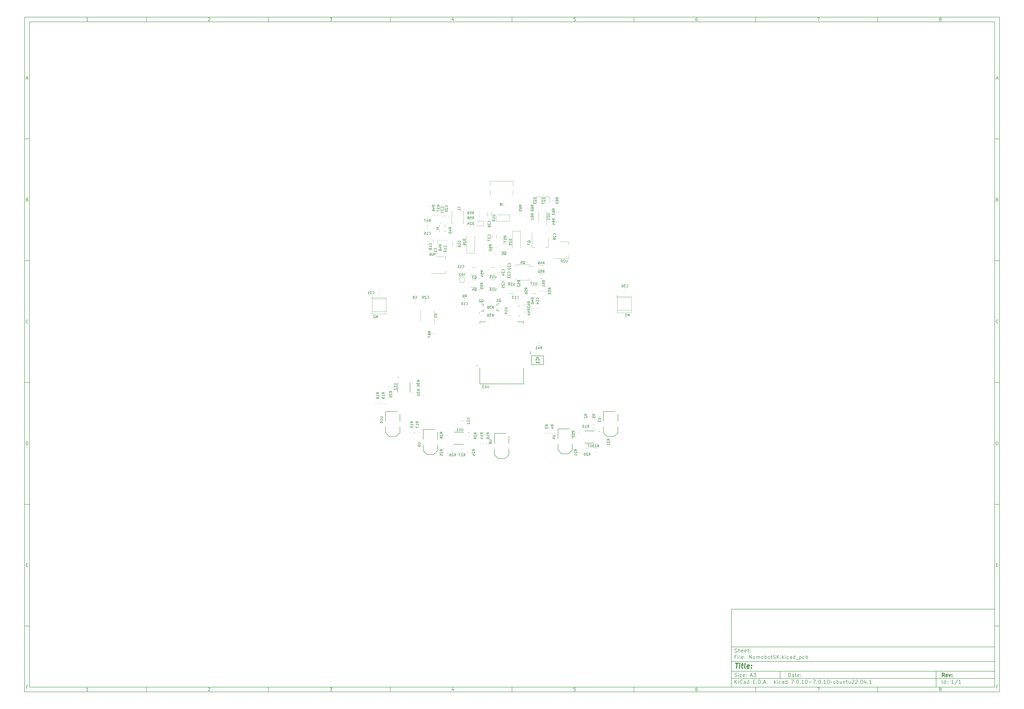
<source format=gbr>
%TF.GenerationSoftware,KiCad,Pcbnew,7.0.10-7.0.10~ubuntu22.04.1*%
%TF.CreationDate,2024-02-07T11:44:01+07:00*%
%TF.ProjectId,NomobotSK,4e6f6d6f-626f-4745-934b-2e6b69636164,rev?*%
%TF.SameCoordinates,Original*%
%TF.FileFunction,Legend,Bot*%
%TF.FilePolarity,Positive*%
%FSLAX46Y46*%
G04 Gerber Fmt 4.6, Leading zero omitted, Abs format (unit mm)*
G04 Created by KiCad (PCBNEW 7.0.10-7.0.10~ubuntu22.04.1) date 2024-02-07 11:44:01*
%MOMM*%
%LPD*%
G01*
G04 APERTURE LIST*
%ADD10C,0.100000*%
%ADD11C,0.150000*%
%ADD12C,0.300000*%
%ADD13C,0.400000*%
%ADD14C,0.254000*%
%ADD15C,0.120000*%
%ADD16C,0.127000*%
%ADD17C,0.200000*%
G04 APERTURE END LIST*
D10*
D11*
X299989000Y-253002200D02*
X407989000Y-253002200D01*
X407989000Y-285002200D01*
X299989000Y-285002200D01*
X299989000Y-253002200D01*
D10*
D11*
X10000000Y-10000000D02*
X409989000Y-10000000D01*
X409989000Y-287002200D01*
X10000000Y-287002200D01*
X10000000Y-10000000D01*
D10*
D11*
X12000000Y-12000000D02*
X407989000Y-12000000D01*
X407989000Y-285002200D01*
X12000000Y-285002200D01*
X12000000Y-12000000D01*
D10*
D11*
X60000000Y-12000000D02*
X60000000Y-10000000D01*
D10*
D11*
X110000000Y-12000000D02*
X110000000Y-10000000D01*
D10*
D11*
X160000000Y-12000000D02*
X160000000Y-10000000D01*
D10*
D11*
X210000000Y-12000000D02*
X210000000Y-10000000D01*
D10*
D11*
X260000000Y-12000000D02*
X260000000Y-10000000D01*
D10*
D11*
X310000000Y-12000000D02*
X310000000Y-10000000D01*
D10*
D11*
X360000000Y-12000000D02*
X360000000Y-10000000D01*
D10*
D11*
X36089160Y-11593604D02*
X35346303Y-11593604D01*
X35717731Y-11593604D02*
X35717731Y-10293604D01*
X35717731Y-10293604D02*
X35593922Y-10479319D01*
X35593922Y-10479319D02*
X35470112Y-10603128D01*
X35470112Y-10603128D02*
X35346303Y-10665033D01*
D10*
D11*
X85346303Y-10417414D02*
X85408207Y-10355509D01*
X85408207Y-10355509D02*
X85532017Y-10293604D01*
X85532017Y-10293604D02*
X85841541Y-10293604D01*
X85841541Y-10293604D02*
X85965350Y-10355509D01*
X85965350Y-10355509D02*
X86027255Y-10417414D01*
X86027255Y-10417414D02*
X86089160Y-10541223D01*
X86089160Y-10541223D02*
X86089160Y-10665033D01*
X86089160Y-10665033D02*
X86027255Y-10850747D01*
X86027255Y-10850747D02*
X85284398Y-11593604D01*
X85284398Y-11593604D02*
X86089160Y-11593604D01*
D10*
D11*
X135284398Y-10293604D02*
X136089160Y-10293604D01*
X136089160Y-10293604D02*
X135655826Y-10788842D01*
X135655826Y-10788842D02*
X135841541Y-10788842D01*
X135841541Y-10788842D02*
X135965350Y-10850747D01*
X135965350Y-10850747D02*
X136027255Y-10912652D01*
X136027255Y-10912652D02*
X136089160Y-11036461D01*
X136089160Y-11036461D02*
X136089160Y-11345985D01*
X136089160Y-11345985D02*
X136027255Y-11469795D01*
X136027255Y-11469795D02*
X135965350Y-11531700D01*
X135965350Y-11531700D02*
X135841541Y-11593604D01*
X135841541Y-11593604D02*
X135470112Y-11593604D01*
X135470112Y-11593604D02*
X135346303Y-11531700D01*
X135346303Y-11531700D02*
X135284398Y-11469795D01*
D10*
D11*
X185965350Y-10726938D02*
X185965350Y-11593604D01*
X185655826Y-10231700D02*
X185346303Y-11160271D01*
X185346303Y-11160271D02*
X186151064Y-11160271D01*
D10*
D11*
X236027255Y-10293604D02*
X235408207Y-10293604D01*
X235408207Y-10293604D02*
X235346303Y-10912652D01*
X235346303Y-10912652D02*
X235408207Y-10850747D01*
X235408207Y-10850747D02*
X235532017Y-10788842D01*
X235532017Y-10788842D02*
X235841541Y-10788842D01*
X235841541Y-10788842D02*
X235965350Y-10850747D01*
X235965350Y-10850747D02*
X236027255Y-10912652D01*
X236027255Y-10912652D02*
X236089160Y-11036461D01*
X236089160Y-11036461D02*
X236089160Y-11345985D01*
X236089160Y-11345985D02*
X236027255Y-11469795D01*
X236027255Y-11469795D02*
X235965350Y-11531700D01*
X235965350Y-11531700D02*
X235841541Y-11593604D01*
X235841541Y-11593604D02*
X235532017Y-11593604D01*
X235532017Y-11593604D02*
X235408207Y-11531700D01*
X235408207Y-11531700D02*
X235346303Y-11469795D01*
D10*
D11*
X285965350Y-10293604D02*
X285717731Y-10293604D01*
X285717731Y-10293604D02*
X285593922Y-10355509D01*
X285593922Y-10355509D02*
X285532017Y-10417414D01*
X285532017Y-10417414D02*
X285408207Y-10603128D01*
X285408207Y-10603128D02*
X285346303Y-10850747D01*
X285346303Y-10850747D02*
X285346303Y-11345985D01*
X285346303Y-11345985D02*
X285408207Y-11469795D01*
X285408207Y-11469795D02*
X285470112Y-11531700D01*
X285470112Y-11531700D02*
X285593922Y-11593604D01*
X285593922Y-11593604D02*
X285841541Y-11593604D01*
X285841541Y-11593604D02*
X285965350Y-11531700D01*
X285965350Y-11531700D02*
X286027255Y-11469795D01*
X286027255Y-11469795D02*
X286089160Y-11345985D01*
X286089160Y-11345985D02*
X286089160Y-11036461D01*
X286089160Y-11036461D02*
X286027255Y-10912652D01*
X286027255Y-10912652D02*
X285965350Y-10850747D01*
X285965350Y-10850747D02*
X285841541Y-10788842D01*
X285841541Y-10788842D02*
X285593922Y-10788842D01*
X285593922Y-10788842D02*
X285470112Y-10850747D01*
X285470112Y-10850747D02*
X285408207Y-10912652D01*
X285408207Y-10912652D02*
X285346303Y-11036461D01*
D10*
D11*
X335284398Y-10293604D02*
X336151064Y-10293604D01*
X336151064Y-10293604D02*
X335593922Y-11593604D01*
D10*
D11*
X385593922Y-10850747D02*
X385470112Y-10788842D01*
X385470112Y-10788842D02*
X385408207Y-10726938D01*
X385408207Y-10726938D02*
X385346303Y-10603128D01*
X385346303Y-10603128D02*
X385346303Y-10541223D01*
X385346303Y-10541223D02*
X385408207Y-10417414D01*
X385408207Y-10417414D02*
X385470112Y-10355509D01*
X385470112Y-10355509D02*
X385593922Y-10293604D01*
X385593922Y-10293604D02*
X385841541Y-10293604D01*
X385841541Y-10293604D02*
X385965350Y-10355509D01*
X385965350Y-10355509D02*
X386027255Y-10417414D01*
X386027255Y-10417414D02*
X386089160Y-10541223D01*
X386089160Y-10541223D02*
X386089160Y-10603128D01*
X386089160Y-10603128D02*
X386027255Y-10726938D01*
X386027255Y-10726938D02*
X385965350Y-10788842D01*
X385965350Y-10788842D02*
X385841541Y-10850747D01*
X385841541Y-10850747D02*
X385593922Y-10850747D01*
X385593922Y-10850747D02*
X385470112Y-10912652D01*
X385470112Y-10912652D02*
X385408207Y-10974557D01*
X385408207Y-10974557D02*
X385346303Y-11098366D01*
X385346303Y-11098366D02*
X385346303Y-11345985D01*
X385346303Y-11345985D02*
X385408207Y-11469795D01*
X385408207Y-11469795D02*
X385470112Y-11531700D01*
X385470112Y-11531700D02*
X385593922Y-11593604D01*
X385593922Y-11593604D02*
X385841541Y-11593604D01*
X385841541Y-11593604D02*
X385965350Y-11531700D01*
X385965350Y-11531700D02*
X386027255Y-11469795D01*
X386027255Y-11469795D02*
X386089160Y-11345985D01*
X386089160Y-11345985D02*
X386089160Y-11098366D01*
X386089160Y-11098366D02*
X386027255Y-10974557D01*
X386027255Y-10974557D02*
X385965350Y-10912652D01*
X385965350Y-10912652D02*
X385841541Y-10850747D01*
D10*
D11*
X60000000Y-285002200D02*
X60000000Y-287002200D01*
D10*
D11*
X110000000Y-285002200D02*
X110000000Y-287002200D01*
D10*
D11*
X160000000Y-285002200D02*
X160000000Y-287002200D01*
D10*
D11*
X210000000Y-285002200D02*
X210000000Y-287002200D01*
D10*
D11*
X260000000Y-285002200D02*
X260000000Y-287002200D01*
D10*
D11*
X310000000Y-285002200D02*
X310000000Y-287002200D01*
D10*
D11*
X360000000Y-285002200D02*
X360000000Y-287002200D01*
D10*
D11*
X36089160Y-286595804D02*
X35346303Y-286595804D01*
X35717731Y-286595804D02*
X35717731Y-285295804D01*
X35717731Y-285295804D02*
X35593922Y-285481519D01*
X35593922Y-285481519D02*
X35470112Y-285605328D01*
X35470112Y-285605328D02*
X35346303Y-285667233D01*
D10*
D11*
X85346303Y-285419614D02*
X85408207Y-285357709D01*
X85408207Y-285357709D02*
X85532017Y-285295804D01*
X85532017Y-285295804D02*
X85841541Y-285295804D01*
X85841541Y-285295804D02*
X85965350Y-285357709D01*
X85965350Y-285357709D02*
X86027255Y-285419614D01*
X86027255Y-285419614D02*
X86089160Y-285543423D01*
X86089160Y-285543423D02*
X86089160Y-285667233D01*
X86089160Y-285667233D02*
X86027255Y-285852947D01*
X86027255Y-285852947D02*
X85284398Y-286595804D01*
X85284398Y-286595804D02*
X86089160Y-286595804D01*
D10*
D11*
X135284398Y-285295804D02*
X136089160Y-285295804D01*
X136089160Y-285295804D02*
X135655826Y-285791042D01*
X135655826Y-285791042D02*
X135841541Y-285791042D01*
X135841541Y-285791042D02*
X135965350Y-285852947D01*
X135965350Y-285852947D02*
X136027255Y-285914852D01*
X136027255Y-285914852D02*
X136089160Y-286038661D01*
X136089160Y-286038661D02*
X136089160Y-286348185D01*
X136089160Y-286348185D02*
X136027255Y-286471995D01*
X136027255Y-286471995D02*
X135965350Y-286533900D01*
X135965350Y-286533900D02*
X135841541Y-286595804D01*
X135841541Y-286595804D02*
X135470112Y-286595804D01*
X135470112Y-286595804D02*
X135346303Y-286533900D01*
X135346303Y-286533900D02*
X135284398Y-286471995D01*
D10*
D11*
X185965350Y-285729138D02*
X185965350Y-286595804D01*
X185655826Y-285233900D02*
X185346303Y-286162471D01*
X185346303Y-286162471D02*
X186151064Y-286162471D01*
D10*
D11*
X236027255Y-285295804D02*
X235408207Y-285295804D01*
X235408207Y-285295804D02*
X235346303Y-285914852D01*
X235346303Y-285914852D02*
X235408207Y-285852947D01*
X235408207Y-285852947D02*
X235532017Y-285791042D01*
X235532017Y-285791042D02*
X235841541Y-285791042D01*
X235841541Y-285791042D02*
X235965350Y-285852947D01*
X235965350Y-285852947D02*
X236027255Y-285914852D01*
X236027255Y-285914852D02*
X236089160Y-286038661D01*
X236089160Y-286038661D02*
X236089160Y-286348185D01*
X236089160Y-286348185D02*
X236027255Y-286471995D01*
X236027255Y-286471995D02*
X235965350Y-286533900D01*
X235965350Y-286533900D02*
X235841541Y-286595804D01*
X235841541Y-286595804D02*
X235532017Y-286595804D01*
X235532017Y-286595804D02*
X235408207Y-286533900D01*
X235408207Y-286533900D02*
X235346303Y-286471995D01*
D10*
D11*
X285965350Y-285295804D02*
X285717731Y-285295804D01*
X285717731Y-285295804D02*
X285593922Y-285357709D01*
X285593922Y-285357709D02*
X285532017Y-285419614D01*
X285532017Y-285419614D02*
X285408207Y-285605328D01*
X285408207Y-285605328D02*
X285346303Y-285852947D01*
X285346303Y-285852947D02*
X285346303Y-286348185D01*
X285346303Y-286348185D02*
X285408207Y-286471995D01*
X285408207Y-286471995D02*
X285470112Y-286533900D01*
X285470112Y-286533900D02*
X285593922Y-286595804D01*
X285593922Y-286595804D02*
X285841541Y-286595804D01*
X285841541Y-286595804D02*
X285965350Y-286533900D01*
X285965350Y-286533900D02*
X286027255Y-286471995D01*
X286027255Y-286471995D02*
X286089160Y-286348185D01*
X286089160Y-286348185D02*
X286089160Y-286038661D01*
X286089160Y-286038661D02*
X286027255Y-285914852D01*
X286027255Y-285914852D02*
X285965350Y-285852947D01*
X285965350Y-285852947D02*
X285841541Y-285791042D01*
X285841541Y-285791042D02*
X285593922Y-285791042D01*
X285593922Y-285791042D02*
X285470112Y-285852947D01*
X285470112Y-285852947D02*
X285408207Y-285914852D01*
X285408207Y-285914852D02*
X285346303Y-286038661D01*
D10*
D11*
X335284398Y-285295804D02*
X336151064Y-285295804D01*
X336151064Y-285295804D02*
X335593922Y-286595804D01*
D10*
D11*
X385593922Y-285852947D02*
X385470112Y-285791042D01*
X385470112Y-285791042D02*
X385408207Y-285729138D01*
X385408207Y-285729138D02*
X385346303Y-285605328D01*
X385346303Y-285605328D02*
X385346303Y-285543423D01*
X385346303Y-285543423D02*
X385408207Y-285419614D01*
X385408207Y-285419614D02*
X385470112Y-285357709D01*
X385470112Y-285357709D02*
X385593922Y-285295804D01*
X385593922Y-285295804D02*
X385841541Y-285295804D01*
X385841541Y-285295804D02*
X385965350Y-285357709D01*
X385965350Y-285357709D02*
X386027255Y-285419614D01*
X386027255Y-285419614D02*
X386089160Y-285543423D01*
X386089160Y-285543423D02*
X386089160Y-285605328D01*
X386089160Y-285605328D02*
X386027255Y-285729138D01*
X386027255Y-285729138D02*
X385965350Y-285791042D01*
X385965350Y-285791042D02*
X385841541Y-285852947D01*
X385841541Y-285852947D02*
X385593922Y-285852947D01*
X385593922Y-285852947D02*
X385470112Y-285914852D01*
X385470112Y-285914852D02*
X385408207Y-285976757D01*
X385408207Y-285976757D02*
X385346303Y-286100566D01*
X385346303Y-286100566D02*
X385346303Y-286348185D01*
X385346303Y-286348185D02*
X385408207Y-286471995D01*
X385408207Y-286471995D02*
X385470112Y-286533900D01*
X385470112Y-286533900D02*
X385593922Y-286595804D01*
X385593922Y-286595804D02*
X385841541Y-286595804D01*
X385841541Y-286595804D02*
X385965350Y-286533900D01*
X385965350Y-286533900D02*
X386027255Y-286471995D01*
X386027255Y-286471995D02*
X386089160Y-286348185D01*
X386089160Y-286348185D02*
X386089160Y-286100566D01*
X386089160Y-286100566D02*
X386027255Y-285976757D01*
X386027255Y-285976757D02*
X385965350Y-285914852D01*
X385965350Y-285914852D02*
X385841541Y-285852947D01*
D10*
D11*
X10000000Y-60000000D02*
X12000000Y-60000000D01*
D10*
D11*
X10000000Y-110000000D02*
X12000000Y-110000000D01*
D10*
D11*
X10000000Y-160000000D02*
X12000000Y-160000000D01*
D10*
D11*
X10000000Y-210000000D02*
X12000000Y-210000000D01*
D10*
D11*
X10000000Y-260000000D02*
X12000000Y-260000000D01*
D10*
D11*
X10690476Y-35222176D02*
X11309523Y-35222176D01*
X10566666Y-35593604D02*
X10999999Y-34293604D01*
X10999999Y-34293604D02*
X11433333Y-35593604D01*
D10*
D11*
X11092857Y-84912652D02*
X11278571Y-84974557D01*
X11278571Y-84974557D02*
X11340476Y-85036461D01*
X11340476Y-85036461D02*
X11402380Y-85160271D01*
X11402380Y-85160271D02*
X11402380Y-85345985D01*
X11402380Y-85345985D02*
X11340476Y-85469795D01*
X11340476Y-85469795D02*
X11278571Y-85531700D01*
X11278571Y-85531700D02*
X11154761Y-85593604D01*
X11154761Y-85593604D02*
X10659523Y-85593604D01*
X10659523Y-85593604D02*
X10659523Y-84293604D01*
X10659523Y-84293604D02*
X11092857Y-84293604D01*
X11092857Y-84293604D02*
X11216666Y-84355509D01*
X11216666Y-84355509D02*
X11278571Y-84417414D01*
X11278571Y-84417414D02*
X11340476Y-84541223D01*
X11340476Y-84541223D02*
X11340476Y-84665033D01*
X11340476Y-84665033D02*
X11278571Y-84788842D01*
X11278571Y-84788842D02*
X11216666Y-84850747D01*
X11216666Y-84850747D02*
X11092857Y-84912652D01*
X11092857Y-84912652D02*
X10659523Y-84912652D01*
D10*
D11*
X11402380Y-135469795D02*
X11340476Y-135531700D01*
X11340476Y-135531700D02*
X11154761Y-135593604D01*
X11154761Y-135593604D02*
X11030952Y-135593604D01*
X11030952Y-135593604D02*
X10845238Y-135531700D01*
X10845238Y-135531700D02*
X10721428Y-135407890D01*
X10721428Y-135407890D02*
X10659523Y-135284080D01*
X10659523Y-135284080D02*
X10597619Y-135036461D01*
X10597619Y-135036461D02*
X10597619Y-134850747D01*
X10597619Y-134850747D02*
X10659523Y-134603128D01*
X10659523Y-134603128D02*
X10721428Y-134479319D01*
X10721428Y-134479319D02*
X10845238Y-134355509D01*
X10845238Y-134355509D02*
X11030952Y-134293604D01*
X11030952Y-134293604D02*
X11154761Y-134293604D01*
X11154761Y-134293604D02*
X11340476Y-134355509D01*
X11340476Y-134355509D02*
X11402380Y-134417414D01*
D10*
D11*
X10659523Y-185593604D02*
X10659523Y-184293604D01*
X10659523Y-184293604D02*
X10969047Y-184293604D01*
X10969047Y-184293604D02*
X11154761Y-184355509D01*
X11154761Y-184355509D02*
X11278571Y-184479319D01*
X11278571Y-184479319D02*
X11340476Y-184603128D01*
X11340476Y-184603128D02*
X11402380Y-184850747D01*
X11402380Y-184850747D02*
X11402380Y-185036461D01*
X11402380Y-185036461D02*
X11340476Y-185284080D01*
X11340476Y-185284080D02*
X11278571Y-185407890D01*
X11278571Y-185407890D02*
X11154761Y-185531700D01*
X11154761Y-185531700D02*
X10969047Y-185593604D01*
X10969047Y-185593604D02*
X10659523Y-185593604D01*
D10*
D11*
X10721428Y-234912652D02*
X11154762Y-234912652D01*
X11340476Y-235593604D02*
X10721428Y-235593604D01*
X10721428Y-235593604D02*
X10721428Y-234293604D01*
X10721428Y-234293604D02*
X11340476Y-234293604D01*
D10*
D11*
X11185714Y-284912652D02*
X10752380Y-284912652D01*
X10752380Y-285593604D02*
X10752380Y-284293604D01*
X10752380Y-284293604D02*
X11371428Y-284293604D01*
D10*
D11*
X409989000Y-60000000D02*
X407989000Y-60000000D01*
D10*
D11*
X409989000Y-110000000D02*
X407989000Y-110000000D01*
D10*
D11*
X409989000Y-160000000D02*
X407989000Y-160000000D01*
D10*
D11*
X409989000Y-210000000D02*
X407989000Y-210000000D01*
D10*
D11*
X409989000Y-260000000D02*
X407989000Y-260000000D01*
D10*
D11*
X408679476Y-35222176D02*
X409298523Y-35222176D01*
X408555666Y-35593604D02*
X408988999Y-34293604D01*
X408988999Y-34293604D02*
X409422333Y-35593604D01*
D10*
D11*
X409081857Y-84912652D02*
X409267571Y-84974557D01*
X409267571Y-84974557D02*
X409329476Y-85036461D01*
X409329476Y-85036461D02*
X409391380Y-85160271D01*
X409391380Y-85160271D02*
X409391380Y-85345985D01*
X409391380Y-85345985D02*
X409329476Y-85469795D01*
X409329476Y-85469795D02*
X409267571Y-85531700D01*
X409267571Y-85531700D02*
X409143761Y-85593604D01*
X409143761Y-85593604D02*
X408648523Y-85593604D01*
X408648523Y-85593604D02*
X408648523Y-84293604D01*
X408648523Y-84293604D02*
X409081857Y-84293604D01*
X409081857Y-84293604D02*
X409205666Y-84355509D01*
X409205666Y-84355509D02*
X409267571Y-84417414D01*
X409267571Y-84417414D02*
X409329476Y-84541223D01*
X409329476Y-84541223D02*
X409329476Y-84665033D01*
X409329476Y-84665033D02*
X409267571Y-84788842D01*
X409267571Y-84788842D02*
X409205666Y-84850747D01*
X409205666Y-84850747D02*
X409081857Y-84912652D01*
X409081857Y-84912652D02*
X408648523Y-84912652D01*
D10*
D11*
X409391380Y-135469795D02*
X409329476Y-135531700D01*
X409329476Y-135531700D02*
X409143761Y-135593604D01*
X409143761Y-135593604D02*
X409019952Y-135593604D01*
X409019952Y-135593604D02*
X408834238Y-135531700D01*
X408834238Y-135531700D02*
X408710428Y-135407890D01*
X408710428Y-135407890D02*
X408648523Y-135284080D01*
X408648523Y-135284080D02*
X408586619Y-135036461D01*
X408586619Y-135036461D02*
X408586619Y-134850747D01*
X408586619Y-134850747D02*
X408648523Y-134603128D01*
X408648523Y-134603128D02*
X408710428Y-134479319D01*
X408710428Y-134479319D02*
X408834238Y-134355509D01*
X408834238Y-134355509D02*
X409019952Y-134293604D01*
X409019952Y-134293604D02*
X409143761Y-134293604D01*
X409143761Y-134293604D02*
X409329476Y-134355509D01*
X409329476Y-134355509D02*
X409391380Y-134417414D01*
D10*
D11*
X408648523Y-185593604D02*
X408648523Y-184293604D01*
X408648523Y-184293604D02*
X408958047Y-184293604D01*
X408958047Y-184293604D02*
X409143761Y-184355509D01*
X409143761Y-184355509D02*
X409267571Y-184479319D01*
X409267571Y-184479319D02*
X409329476Y-184603128D01*
X409329476Y-184603128D02*
X409391380Y-184850747D01*
X409391380Y-184850747D02*
X409391380Y-185036461D01*
X409391380Y-185036461D02*
X409329476Y-185284080D01*
X409329476Y-185284080D02*
X409267571Y-185407890D01*
X409267571Y-185407890D02*
X409143761Y-185531700D01*
X409143761Y-185531700D02*
X408958047Y-185593604D01*
X408958047Y-185593604D02*
X408648523Y-185593604D01*
D10*
D11*
X408710428Y-234912652D02*
X409143762Y-234912652D01*
X409329476Y-235593604D02*
X408710428Y-235593604D01*
X408710428Y-235593604D02*
X408710428Y-234293604D01*
X408710428Y-234293604D02*
X409329476Y-234293604D01*
D10*
D11*
X409174714Y-284912652D02*
X408741380Y-284912652D01*
X408741380Y-285593604D02*
X408741380Y-284293604D01*
X408741380Y-284293604D02*
X409360428Y-284293604D01*
D10*
D11*
X323444826Y-280788328D02*
X323444826Y-279288328D01*
X323444826Y-279288328D02*
X323801969Y-279288328D01*
X323801969Y-279288328D02*
X324016255Y-279359757D01*
X324016255Y-279359757D02*
X324159112Y-279502614D01*
X324159112Y-279502614D02*
X324230541Y-279645471D01*
X324230541Y-279645471D02*
X324301969Y-279931185D01*
X324301969Y-279931185D02*
X324301969Y-280145471D01*
X324301969Y-280145471D02*
X324230541Y-280431185D01*
X324230541Y-280431185D02*
X324159112Y-280574042D01*
X324159112Y-280574042D02*
X324016255Y-280716900D01*
X324016255Y-280716900D02*
X323801969Y-280788328D01*
X323801969Y-280788328D02*
X323444826Y-280788328D01*
X325587684Y-280788328D02*
X325587684Y-280002614D01*
X325587684Y-280002614D02*
X325516255Y-279859757D01*
X325516255Y-279859757D02*
X325373398Y-279788328D01*
X325373398Y-279788328D02*
X325087684Y-279788328D01*
X325087684Y-279788328D02*
X324944826Y-279859757D01*
X325587684Y-280716900D02*
X325444826Y-280788328D01*
X325444826Y-280788328D02*
X325087684Y-280788328D01*
X325087684Y-280788328D02*
X324944826Y-280716900D01*
X324944826Y-280716900D02*
X324873398Y-280574042D01*
X324873398Y-280574042D02*
X324873398Y-280431185D01*
X324873398Y-280431185D02*
X324944826Y-280288328D01*
X324944826Y-280288328D02*
X325087684Y-280216900D01*
X325087684Y-280216900D02*
X325444826Y-280216900D01*
X325444826Y-280216900D02*
X325587684Y-280145471D01*
X326087684Y-279788328D02*
X326659112Y-279788328D01*
X326301969Y-279288328D02*
X326301969Y-280574042D01*
X326301969Y-280574042D02*
X326373398Y-280716900D01*
X326373398Y-280716900D02*
X326516255Y-280788328D01*
X326516255Y-280788328D02*
X326659112Y-280788328D01*
X327730541Y-280716900D02*
X327587684Y-280788328D01*
X327587684Y-280788328D02*
X327301970Y-280788328D01*
X327301970Y-280788328D02*
X327159112Y-280716900D01*
X327159112Y-280716900D02*
X327087684Y-280574042D01*
X327087684Y-280574042D02*
X327087684Y-280002614D01*
X327087684Y-280002614D02*
X327159112Y-279859757D01*
X327159112Y-279859757D02*
X327301970Y-279788328D01*
X327301970Y-279788328D02*
X327587684Y-279788328D01*
X327587684Y-279788328D02*
X327730541Y-279859757D01*
X327730541Y-279859757D02*
X327801970Y-280002614D01*
X327801970Y-280002614D02*
X327801970Y-280145471D01*
X327801970Y-280145471D02*
X327087684Y-280288328D01*
X328444826Y-280645471D02*
X328516255Y-280716900D01*
X328516255Y-280716900D02*
X328444826Y-280788328D01*
X328444826Y-280788328D02*
X328373398Y-280716900D01*
X328373398Y-280716900D02*
X328444826Y-280645471D01*
X328444826Y-280645471D02*
X328444826Y-280788328D01*
X328444826Y-279859757D02*
X328516255Y-279931185D01*
X328516255Y-279931185D02*
X328444826Y-280002614D01*
X328444826Y-280002614D02*
X328373398Y-279931185D01*
X328373398Y-279931185D02*
X328444826Y-279859757D01*
X328444826Y-279859757D02*
X328444826Y-280002614D01*
D10*
D11*
X299989000Y-281502200D02*
X407989000Y-281502200D01*
D10*
D11*
X301444826Y-283588328D02*
X301444826Y-282088328D01*
X302301969Y-283588328D02*
X301659112Y-282731185D01*
X302301969Y-282088328D02*
X301444826Y-282945471D01*
X302944826Y-283588328D02*
X302944826Y-282588328D01*
X302944826Y-282088328D02*
X302873398Y-282159757D01*
X302873398Y-282159757D02*
X302944826Y-282231185D01*
X302944826Y-282231185D02*
X303016255Y-282159757D01*
X303016255Y-282159757D02*
X302944826Y-282088328D01*
X302944826Y-282088328D02*
X302944826Y-282231185D01*
X304516255Y-283445471D02*
X304444827Y-283516900D01*
X304444827Y-283516900D02*
X304230541Y-283588328D01*
X304230541Y-283588328D02*
X304087684Y-283588328D01*
X304087684Y-283588328D02*
X303873398Y-283516900D01*
X303873398Y-283516900D02*
X303730541Y-283374042D01*
X303730541Y-283374042D02*
X303659112Y-283231185D01*
X303659112Y-283231185D02*
X303587684Y-282945471D01*
X303587684Y-282945471D02*
X303587684Y-282731185D01*
X303587684Y-282731185D02*
X303659112Y-282445471D01*
X303659112Y-282445471D02*
X303730541Y-282302614D01*
X303730541Y-282302614D02*
X303873398Y-282159757D01*
X303873398Y-282159757D02*
X304087684Y-282088328D01*
X304087684Y-282088328D02*
X304230541Y-282088328D01*
X304230541Y-282088328D02*
X304444827Y-282159757D01*
X304444827Y-282159757D02*
X304516255Y-282231185D01*
X305801970Y-283588328D02*
X305801970Y-282802614D01*
X305801970Y-282802614D02*
X305730541Y-282659757D01*
X305730541Y-282659757D02*
X305587684Y-282588328D01*
X305587684Y-282588328D02*
X305301970Y-282588328D01*
X305301970Y-282588328D02*
X305159112Y-282659757D01*
X305801970Y-283516900D02*
X305659112Y-283588328D01*
X305659112Y-283588328D02*
X305301970Y-283588328D01*
X305301970Y-283588328D02*
X305159112Y-283516900D01*
X305159112Y-283516900D02*
X305087684Y-283374042D01*
X305087684Y-283374042D02*
X305087684Y-283231185D01*
X305087684Y-283231185D02*
X305159112Y-283088328D01*
X305159112Y-283088328D02*
X305301970Y-283016900D01*
X305301970Y-283016900D02*
X305659112Y-283016900D01*
X305659112Y-283016900D02*
X305801970Y-282945471D01*
X307159113Y-283588328D02*
X307159113Y-282088328D01*
X307159113Y-283516900D02*
X307016255Y-283588328D01*
X307016255Y-283588328D02*
X306730541Y-283588328D01*
X306730541Y-283588328D02*
X306587684Y-283516900D01*
X306587684Y-283516900D02*
X306516255Y-283445471D01*
X306516255Y-283445471D02*
X306444827Y-283302614D01*
X306444827Y-283302614D02*
X306444827Y-282874042D01*
X306444827Y-282874042D02*
X306516255Y-282731185D01*
X306516255Y-282731185D02*
X306587684Y-282659757D01*
X306587684Y-282659757D02*
X306730541Y-282588328D01*
X306730541Y-282588328D02*
X307016255Y-282588328D01*
X307016255Y-282588328D02*
X307159113Y-282659757D01*
X309016255Y-282802614D02*
X309516255Y-282802614D01*
X309730541Y-283588328D02*
X309016255Y-283588328D01*
X309016255Y-283588328D02*
X309016255Y-282088328D01*
X309016255Y-282088328D02*
X309730541Y-282088328D01*
X310373398Y-283445471D02*
X310444827Y-283516900D01*
X310444827Y-283516900D02*
X310373398Y-283588328D01*
X310373398Y-283588328D02*
X310301970Y-283516900D01*
X310301970Y-283516900D02*
X310373398Y-283445471D01*
X310373398Y-283445471D02*
X310373398Y-283588328D01*
X311087684Y-283588328D02*
X311087684Y-282088328D01*
X311087684Y-282088328D02*
X311444827Y-282088328D01*
X311444827Y-282088328D02*
X311659113Y-282159757D01*
X311659113Y-282159757D02*
X311801970Y-282302614D01*
X311801970Y-282302614D02*
X311873399Y-282445471D01*
X311873399Y-282445471D02*
X311944827Y-282731185D01*
X311944827Y-282731185D02*
X311944827Y-282945471D01*
X311944827Y-282945471D02*
X311873399Y-283231185D01*
X311873399Y-283231185D02*
X311801970Y-283374042D01*
X311801970Y-283374042D02*
X311659113Y-283516900D01*
X311659113Y-283516900D02*
X311444827Y-283588328D01*
X311444827Y-283588328D02*
X311087684Y-283588328D01*
X312587684Y-283445471D02*
X312659113Y-283516900D01*
X312659113Y-283516900D02*
X312587684Y-283588328D01*
X312587684Y-283588328D02*
X312516256Y-283516900D01*
X312516256Y-283516900D02*
X312587684Y-283445471D01*
X312587684Y-283445471D02*
X312587684Y-283588328D01*
X313230542Y-283159757D02*
X313944828Y-283159757D01*
X313087685Y-283588328D02*
X313587685Y-282088328D01*
X313587685Y-282088328D02*
X314087685Y-283588328D01*
X314587684Y-283445471D02*
X314659113Y-283516900D01*
X314659113Y-283516900D02*
X314587684Y-283588328D01*
X314587684Y-283588328D02*
X314516256Y-283516900D01*
X314516256Y-283516900D02*
X314587684Y-283445471D01*
X314587684Y-283445471D02*
X314587684Y-283588328D01*
X317587684Y-283588328D02*
X317587684Y-282088328D01*
X317730542Y-283016900D02*
X318159113Y-283588328D01*
X318159113Y-282588328D02*
X317587684Y-283159757D01*
X318801970Y-283588328D02*
X318801970Y-282588328D01*
X318801970Y-282088328D02*
X318730542Y-282159757D01*
X318730542Y-282159757D02*
X318801970Y-282231185D01*
X318801970Y-282231185D02*
X318873399Y-282159757D01*
X318873399Y-282159757D02*
X318801970Y-282088328D01*
X318801970Y-282088328D02*
X318801970Y-282231185D01*
X320159114Y-283516900D02*
X320016256Y-283588328D01*
X320016256Y-283588328D02*
X319730542Y-283588328D01*
X319730542Y-283588328D02*
X319587685Y-283516900D01*
X319587685Y-283516900D02*
X319516256Y-283445471D01*
X319516256Y-283445471D02*
X319444828Y-283302614D01*
X319444828Y-283302614D02*
X319444828Y-282874042D01*
X319444828Y-282874042D02*
X319516256Y-282731185D01*
X319516256Y-282731185D02*
X319587685Y-282659757D01*
X319587685Y-282659757D02*
X319730542Y-282588328D01*
X319730542Y-282588328D02*
X320016256Y-282588328D01*
X320016256Y-282588328D02*
X320159114Y-282659757D01*
X321444828Y-283588328D02*
X321444828Y-282802614D01*
X321444828Y-282802614D02*
X321373399Y-282659757D01*
X321373399Y-282659757D02*
X321230542Y-282588328D01*
X321230542Y-282588328D02*
X320944828Y-282588328D01*
X320944828Y-282588328D02*
X320801970Y-282659757D01*
X321444828Y-283516900D02*
X321301970Y-283588328D01*
X321301970Y-283588328D02*
X320944828Y-283588328D01*
X320944828Y-283588328D02*
X320801970Y-283516900D01*
X320801970Y-283516900D02*
X320730542Y-283374042D01*
X320730542Y-283374042D02*
X320730542Y-283231185D01*
X320730542Y-283231185D02*
X320801970Y-283088328D01*
X320801970Y-283088328D02*
X320944828Y-283016900D01*
X320944828Y-283016900D02*
X321301970Y-283016900D01*
X321301970Y-283016900D02*
X321444828Y-282945471D01*
X322801971Y-283588328D02*
X322801971Y-282088328D01*
X322801971Y-283516900D02*
X322659113Y-283588328D01*
X322659113Y-283588328D02*
X322373399Y-283588328D01*
X322373399Y-283588328D02*
X322230542Y-283516900D01*
X322230542Y-283516900D02*
X322159113Y-283445471D01*
X322159113Y-283445471D02*
X322087685Y-283302614D01*
X322087685Y-283302614D02*
X322087685Y-282874042D01*
X322087685Y-282874042D02*
X322159113Y-282731185D01*
X322159113Y-282731185D02*
X322230542Y-282659757D01*
X322230542Y-282659757D02*
X322373399Y-282588328D01*
X322373399Y-282588328D02*
X322659113Y-282588328D01*
X322659113Y-282588328D02*
X322801971Y-282659757D01*
X324516256Y-282088328D02*
X325516256Y-282088328D01*
X325516256Y-282088328D02*
X324873399Y-283588328D01*
X326087684Y-283445471D02*
X326159113Y-283516900D01*
X326159113Y-283516900D02*
X326087684Y-283588328D01*
X326087684Y-283588328D02*
X326016256Y-283516900D01*
X326016256Y-283516900D02*
X326087684Y-283445471D01*
X326087684Y-283445471D02*
X326087684Y-283588328D01*
X327087685Y-282088328D02*
X327230542Y-282088328D01*
X327230542Y-282088328D02*
X327373399Y-282159757D01*
X327373399Y-282159757D02*
X327444828Y-282231185D01*
X327444828Y-282231185D02*
X327516256Y-282374042D01*
X327516256Y-282374042D02*
X327587685Y-282659757D01*
X327587685Y-282659757D02*
X327587685Y-283016900D01*
X327587685Y-283016900D02*
X327516256Y-283302614D01*
X327516256Y-283302614D02*
X327444828Y-283445471D01*
X327444828Y-283445471D02*
X327373399Y-283516900D01*
X327373399Y-283516900D02*
X327230542Y-283588328D01*
X327230542Y-283588328D02*
X327087685Y-283588328D01*
X327087685Y-283588328D02*
X326944828Y-283516900D01*
X326944828Y-283516900D02*
X326873399Y-283445471D01*
X326873399Y-283445471D02*
X326801970Y-283302614D01*
X326801970Y-283302614D02*
X326730542Y-283016900D01*
X326730542Y-283016900D02*
X326730542Y-282659757D01*
X326730542Y-282659757D02*
X326801970Y-282374042D01*
X326801970Y-282374042D02*
X326873399Y-282231185D01*
X326873399Y-282231185D02*
X326944828Y-282159757D01*
X326944828Y-282159757D02*
X327087685Y-282088328D01*
X328230541Y-283445471D02*
X328301970Y-283516900D01*
X328301970Y-283516900D02*
X328230541Y-283588328D01*
X328230541Y-283588328D02*
X328159113Y-283516900D01*
X328159113Y-283516900D02*
X328230541Y-283445471D01*
X328230541Y-283445471D02*
X328230541Y-283588328D01*
X329730542Y-283588328D02*
X328873399Y-283588328D01*
X329301970Y-283588328D02*
X329301970Y-282088328D01*
X329301970Y-282088328D02*
X329159113Y-282302614D01*
X329159113Y-282302614D02*
X329016256Y-282445471D01*
X329016256Y-282445471D02*
X328873399Y-282516900D01*
X330659113Y-282088328D02*
X330801970Y-282088328D01*
X330801970Y-282088328D02*
X330944827Y-282159757D01*
X330944827Y-282159757D02*
X331016256Y-282231185D01*
X331016256Y-282231185D02*
X331087684Y-282374042D01*
X331087684Y-282374042D02*
X331159113Y-282659757D01*
X331159113Y-282659757D02*
X331159113Y-283016900D01*
X331159113Y-283016900D02*
X331087684Y-283302614D01*
X331087684Y-283302614D02*
X331016256Y-283445471D01*
X331016256Y-283445471D02*
X330944827Y-283516900D01*
X330944827Y-283516900D02*
X330801970Y-283588328D01*
X330801970Y-283588328D02*
X330659113Y-283588328D01*
X330659113Y-283588328D02*
X330516256Y-283516900D01*
X330516256Y-283516900D02*
X330444827Y-283445471D01*
X330444827Y-283445471D02*
X330373398Y-283302614D01*
X330373398Y-283302614D02*
X330301970Y-283016900D01*
X330301970Y-283016900D02*
X330301970Y-282659757D01*
X330301970Y-282659757D02*
X330373398Y-282374042D01*
X330373398Y-282374042D02*
X330444827Y-282231185D01*
X330444827Y-282231185D02*
X330516256Y-282159757D01*
X330516256Y-282159757D02*
X330659113Y-282088328D01*
X331801969Y-283016900D02*
X332944827Y-283016900D01*
X333516255Y-282088328D02*
X334516255Y-282088328D01*
X334516255Y-282088328D02*
X333873398Y-283588328D01*
X335087683Y-283445471D02*
X335159112Y-283516900D01*
X335159112Y-283516900D02*
X335087683Y-283588328D01*
X335087683Y-283588328D02*
X335016255Y-283516900D01*
X335016255Y-283516900D02*
X335087683Y-283445471D01*
X335087683Y-283445471D02*
X335087683Y-283588328D01*
X336087684Y-282088328D02*
X336230541Y-282088328D01*
X336230541Y-282088328D02*
X336373398Y-282159757D01*
X336373398Y-282159757D02*
X336444827Y-282231185D01*
X336444827Y-282231185D02*
X336516255Y-282374042D01*
X336516255Y-282374042D02*
X336587684Y-282659757D01*
X336587684Y-282659757D02*
X336587684Y-283016900D01*
X336587684Y-283016900D02*
X336516255Y-283302614D01*
X336516255Y-283302614D02*
X336444827Y-283445471D01*
X336444827Y-283445471D02*
X336373398Y-283516900D01*
X336373398Y-283516900D02*
X336230541Y-283588328D01*
X336230541Y-283588328D02*
X336087684Y-283588328D01*
X336087684Y-283588328D02*
X335944827Y-283516900D01*
X335944827Y-283516900D02*
X335873398Y-283445471D01*
X335873398Y-283445471D02*
X335801969Y-283302614D01*
X335801969Y-283302614D02*
X335730541Y-283016900D01*
X335730541Y-283016900D02*
X335730541Y-282659757D01*
X335730541Y-282659757D02*
X335801969Y-282374042D01*
X335801969Y-282374042D02*
X335873398Y-282231185D01*
X335873398Y-282231185D02*
X335944827Y-282159757D01*
X335944827Y-282159757D02*
X336087684Y-282088328D01*
X337230540Y-283445471D02*
X337301969Y-283516900D01*
X337301969Y-283516900D02*
X337230540Y-283588328D01*
X337230540Y-283588328D02*
X337159112Y-283516900D01*
X337159112Y-283516900D02*
X337230540Y-283445471D01*
X337230540Y-283445471D02*
X337230540Y-283588328D01*
X338730541Y-283588328D02*
X337873398Y-283588328D01*
X338301969Y-283588328D02*
X338301969Y-282088328D01*
X338301969Y-282088328D02*
X338159112Y-282302614D01*
X338159112Y-282302614D02*
X338016255Y-282445471D01*
X338016255Y-282445471D02*
X337873398Y-282516900D01*
X339659112Y-282088328D02*
X339801969Y-282088328D01*
X339801969Y-282088328D02*
X339944826Y-282159757D01*
X339944826Y-282159757D02*
X340016255Y-282231185D01*
X340016255Y-282231185D02*
X340087683Y-282374042D01*
X340087683Y-282374042D02*
X340159112Y-282659757D01*
X340159112Y-282659757D02*
X340159112Y-283016900D01*
X340159112Y-283016900D02*
X340087683Y-283302614D01*
X340087683Y-283302614D02*
X340016255Y-283445471D01*
X340016255Y-283445471D02*
X339944826Y-283516900D01*
X339944826Y-283516900D02*
X339801969Y-283588328D01*
X339801969Y-283588328D02*
X339659112Y-283588328D01*
X339659112Y-283588328D02*
X339516255Y-283516900D01*
X339516255Y-283516900D02*
X339444826Y-283445471D01*
X339444826Y-283445471D02*
X339373397Y-283302614D01*
X339373397Y-283302614D02*
X339301969Y-283016900D01*
X339301969Y-283016900D02*
X339301969Y-282659757D01*
X339301969Y-282659757D02*
X339373397Y-282374042D01*
X339373397Y-282374042D02*
X339444826Y-282231185D01*
X339444826Y-282231185D02*
X339516255Y-282159757D01*
X339516255Y-282159757D02*
X339659112Y-282088328D01*
X340587683Y-283016900D02*
X340659111Y-282945471D01*
X340659111Y-282945471D02*
X340801968Y-282874042D01*
X340801968Y-282874042D02*
X341087683Y-283016900D01*
X341087683Y-283016900D02*
X341230540Y-282945471D01*
X341230540Y-282945471D02*
X341301968Y-282874042D01*
X342516255Y-282588328D02*
X342516255Y-283588328D01*
X341873397Y-282588328D02*
X341873397Y-283374042D01*
X341873397Y-283374042D02*
X341944826Y-283516900D01*
X341944826Y-283516900D02*
X342087683Y-283588328D01*
X342087683Y-283588328D02*
X342301969Y-283588328D01*
X342301969Y-283588328D02*
X342444826Y-283516900D01*
X342444826Y-283516900D02*
X342516255Y-283445471D01*
X343230540Y-283588328D02*
X343230540Y-282088328D01*
X343230540Y-282659757D02*
X343373398Y-282588328D01*
X343373398Y-282588328D02*
X343659112Y-282588328D01*
X343659112Y-282588328D02*
X343801969Y-282659757D01*
X343801969Y-282659757D02*
X343873398Y-282731185D01*
X343873398Y-282731185D02*
X343944826Y-282874042D01*
X343944826Y-282874042D02*
X343944826Y-283302614D01*
X343944826Y-283302614D02*
X343873398Y-283445471D01*
X343873398Y-283445471D02*
X343801969Y-283516900D01*
X343801969Y-283516900D02*
X343659112Y-283588328D01*
X343659112Y-283588328D02*
X343373398Y-283588328D01*
X343373398Y-283588328D02*
X343230540Y-283516900D01*
X345230541Y-282588328D02*
X345230541Y-283588328D01*
X344587683Y-282588328D02*
X344587683Y-283374042D01*
X344587683Y-283374042D02*
X344659112Y-283516900D01*
X344659112Y-283516900D02*
X344801969Y-283588328D01*
X344801969Y-283588328D02*
X345016255Y-283588328D01*
X345016255Y-283588328D02*
X345159112Y-283516900D01*
X345159112Y-283516900D02*
X345230541Y-283445471D01*
X345944826Y-282588328D02*
X345944826Y-283588328D01*
X345944826Y-282731185D02*
X346016255Y-282659757D01*
X346016255Y-282659757D02*
X346159112Y-282588328D01*
X346159112Y-282588328D02*
X346373398Y-282588328D01*
X346373398Y-282588328D02*
X346516255Y-282659757D01*
X346516255Y-282659757D02*
X346587684Y-282802614D01*
X346587684Y-282802614D02*
X346587684Y-283588328D01*
X347087684Y-282588328D02*
X347659112Y-282588328D01*
X347301969Y-282088328D02*
X347301969Y-283374042D01*
X347301969Y-283374042D02*
X347373398Y-283516900D01*
X347373398Y-283516900D02*
X347516255Y-283588328D01*
X347516255Y-283588328D02*
X347659112Y-283588328D01*
X348801970Y-282588328D02*
X348801970Y-283588328D01*
X348159112Y-282588328D02*
X348159112Y-283374042D01*
X348159112Y-283374042D02*
X348230541Y-283516900D01*
X348230541Y-283516900D02*
X348373398Y-283588328D01*
X348373398Y-283588328D02*
X348587684Y-283588328D01*
X348587684Y-283588328D02*
X348730541Y-283516900D01*
X348730541Y-283516900D02*
X348801970Y-283445471D01*
X349444827Y-282231185D02*
X349516255Y-282159757D01*
X349516255Y-282159757D02*
X349659113Y-282088328D01*
X349659113Y-282088328D02*
X350016255Y-282088328D01*
X350016255Y-282088328D02*
X350159113Y-282159757D01*
X350159113Y-282159757D02*
X350230541Y-282231185D01*
X350230541Y-282231185D02*
X350301970Y-282374042D01*
X350301970Y-282374042D02*
X350301970Y-282516900D01*
X350301970Y-282516900D02*
X350230541Y-282731185D01*
X350230541Y-282731185D02*
X349373398Y-283588328D01*
X349373398Y-283588328D02*
X350301970Y-283588328D01*
X350873398Y-282231185D02*
X350944826Y-282159757D01*
X350944826Y-282159757D02*
X351087684Y-282088328D01*
X351087684Y-282088328D02*
X351444826Y-282088328D01*
X351444826Y-282088328D02*
X351587684Y-282159757D01*
X351587684Y-282159757D02*
X351659112Y-282231185D01*
X351659112Y-282231185D02*
X351730541Y-282374042D01*
X351730541Y-282374042D02*
X351730541Y-282516900D01*
X351730541Y-282516900D02*
X351659112Y-282731185D01*
X351659112Y-282731185D02*
X350801969Y-283588328D01*
X350801969Y-283588328D02*
X351730541Y-283588328D01*
X352373397Y-283445471D02*
X352444826Y-283516900D01*
X352444826Y-283516900D02*
X352373397Y-283588328D01*
X352373397Y-283588328D02*
X352301969Y-283516900D01*
X352301969Y-283516900D02*
X352373397Y-283445471D01*
X352373397Y-283445471D02*
X352373397Y-283588328D01*
X353373398Y-282088328D02*
X353516255Y-282088328D01*
X353516255Y-282088328D02*
X353659112Y-282159757D01*
X353659112Y-282159757D02*
X353730541Y-282231185D01*
X353730541Y-282231185D02*
X353801969Y-282374042D01*
X353801969Y-282374042D02*
X353873398Y-282659757D01*
X353873398Y-282659757D02*
X353873398Y-283016900D01*
X353873398Y-283016900D02*
X353801969Y-283302614D01*
X353801969Y-283302614D02*
X353730541Y-283445471D01*
X353730541Y-283445471D02*
X353659112Y-283516900D01*
X353659112Y-283516900D02*
X353516255Y-283588328D01*
X353516255Y-283588328D02*
X353373398Y-283588328D01*
X353373398Y-283588328D02*
X353230541Y-283516900D01*
X353230541Y-283516900D02*
X353159112Y-283445471D01*
X353159112Y-283445471D02*
X353087683Y-283302614D01*
X353087683Y-283302614D02*
X353016255Y-283016900D01*
X353016255Y-283016900D02*
X353016255Y-282659757D01*
X353016255Y-282659757D02*
X353087683Y-282374042D01*
X353087683Y-282374042D02*
X353159112Y-282231185D01*
X353159112Y-282231185D02*
X353230541Y-282159757D01*
X353230541Y-282159757D02*
X353373398Y-282088328D01*
X355159112Y-282588328D02*
X355159112Y-283588328D01*
X354801969Y-282016900D02*
X354444826Y-283088328D01*
X354444826Y-283088328D02*
X355373397Y-283088328D01*
X355944825Y-283445471D02*
X356016254Y-283516900D01*
X356016254Y-283516900D02*
X355944825Y-283588328D01*
X355944825Y-283588328D02*
X355873397Y-283516900D01*
X355873397Y-283516900D02*
X355944825Y-283445471D01*
X355944825Y-283445471D02*
X355944825Y-283588328D01*
X357444826Y-283588328D02*
X356587683Y-283588328D01*
X357016254Y-283588328D02*
X357016254Y-282088328D01*
X357016254Y-282088328D02*
X356873397Y-282302614D01*
X356873397Y-282302614D02*
X356730540Y-282445471D01*
X356730540Y-282445471D02*
X356587683Y-282516900D01*
D10*
D11*
X299989000Y-278502200D02*
X407989000Y-278502200D01*
D10*
D12*
X387400653Y-280780528D02*
X386900653Y-280066242D01*
X386543510Y-280780528D02*
X386543510Y-279280528D01*
X386543510Y-279280528D02*
X387114939Y-279280528D01*
X387114939Y-279280528D02*
X387257796Y-279351957D01*
X387257796Y-279351957D02*
X387329225Y-279423385D01*
X387329225Y-279423385D02*
X387400653Y-279566242D01*
X387400653Y-279566242D02*
X387400653Y-279780528D01*
X387400653Y-279780528D02*
X387329225Y-279923385D01*
X387329225Y-279923385D02*
X387257796Y-279994814D01*
X387257796Y-279994814D02*
X387114939Y-280066242D01*
X387114939Y-280066242D02*
X386543510Y-280066242D01*
X388614939Y-280709100D02*
X388472082Y-280780528D01*
X388472082Y-280780528D02*
X388186368Y-280780528D01*
X388186368Y-280780528D02*
X388043510Y-280709100D01*
X388043510Y-280709100D02*
X387972082Y-280566242D01*
X387972082Y-280566242D02*
X387972082Y-279994814D01*
X387972082Y-279994814D02*
X388043510Y-279851957D01*
X388043510Y-279851957D02*
X388186368Y-279780528D01*
X388186368Y-279780528D02*
X388472082Y-279780528D01*
X388472082Y-279780528D02*
X388614939Y-279851957D01*
X388614939Y-279851957D02*
X388686368Y-279994814D01*
X388686368Y-279994814D02*
X388686368Y-280137671D01*
X388686368Y-280137671D02*
X387972082Y-280280528D01*
X389186367Y-279780528D02*
X389543510Y-280780528D01*
X389543510Y-280780528D02*
X389900653Y-279780528D01*
X390472081Y-280637671D02*
X390543510Y-280709100D01*
X390543510Y-280709100D02*
X390472081Y-280780528D01*
X390472081Y-280780528D02*
X390400653Y-280709100D01*
X390400653Y-280709100D02*
X390472081Y-280637671D01*
X390472081Y-280637671D02*
X390472081Y-280780528D01*
X390472081Y-279851957D02*
X390543510Y-279923385D01*
X390543510Y-279923385D02*
X390472081Y-279994814D01*
X390472081Y-279994814D02*
X390400653Y-279923385D01*
X390400653Y-279923385D02*
X390472081Y-279851957D01*
X390472081Y-279851957D02*
X390472081Y-279994814D01*
D10*
D11*
X301373398Y-280716900D02*
X301587684Y-280788328D01*
X301587684Y-280788328D02*
X301944826Y-280788328D01*
X301944826Y-280788328D02*
X302087684Y-280716900D01*
X302087684Y-280716900D02*
X302159112Y-280645471D01*
X302159112Y-280645471D02*
X302230541Y-280502614D01*
X302230541Y-280502614D02*
X302230541Y-280359757D01*
X302230541Y-280359757D02*
X302159112Y-280216900D01*
X302159112Y-280216900D02*
X302087684Y-280145471D01*
X302087684Y-280145471D02*
X301944826Y-280074042D01*
X301944826Y-280074042D02*
X301659112Y-280002614D01*
X301659112Y-280002614D02*
X301516255Y-279931185D01*
X301516255Y-279931185D02*
X301444826Y-279859757D01*
X301444826Y-279859757D02*
X301373398Y-279716900D01*
X301373398Y-279716900D02*
X301373398Y-279574042D01*
X301373398Y-279574042D02*
X301444826Y-279431185D01*
X301444826Y-279431185D02*
X301516255Y-279359757D01*
X301516255Y-279359757D02*
X301659112Y-279288328D01*
X301659112Y-279288328D02*
X302016255Y-279288328D01*
X302016255Y-279288328D02*
X302230541Y-279359757D01*
X302873397Y-280788328D02*
X302873397Y-279788328D01*
X302873397Y-279288328D02*
X302801969Y-279359757D01*
X302801969Y-279359757D02*
X302873397Y-279431185D01*
X302873397Y-279431185D02*
X302944826Y-279359757D01*
X302944826Y-279359757D02*
X302873397Y-279288328D01*
X302873397Y-279288328D02*
X302873397Y-279431185D01*
X303444826Y-279788328D02*
X304230541Y-279788328D01*
X304230541Y-279788328D02*
X303444826Y-280788328D01*
X303444826Y-280788328D02*
X304230541Y-280788328D01*
X305373398Y-280716900D02*
X305230541Y-280788328D01*
X305230541Y-280788328D02*
X304944827Y-280788328D01*
X304944827Y-280788328D02*
X304801969Y-280716900D01*
X304801969Y-280716900D02*
X304730541Y-280574042D01*
X304730541Y-280574042D02*
X304730541Y-280002614D01*
X304730541Y-280002614D02*
X304801969Y-279859757D01*
X304801969Y-279859757D02*
X304944827Y-279788328D01*
X304944827Y-279788328D02*
X305230541Y-279788328D01*
X305230541Y-279788328D02*
X305373398Y-279859757D01*
X305373398Y-279859757D02*
X305444827Y-280002614D01*
X305444827Y-280002614D02*
X305444827Y-280145471D01*
X305444827Y-280145471D02*
X304730541Y-280288328D01*
X306087683Y-280645471D02*
X306159112Y-280716900D01*
X306159112Y-280716900D02*
X306087683Y-280788328D01*
X306087683Y-280788328D02*
X306016255Y-280716900D01*
X306016255Y-280716900D02*
X306087683Y-280645471D01*
X306087683Y-280645471D02*
X306087683Y-280788328D01*
X306087683Y-279859757D02*
X306159112Y-279931185D01*
X306159112Y-279931185D02*
X306087683Y-280002614D01*
X306087683Y-280002614D02*
X306016255Y-279931185D01*
X306016255Y-279931185D02*
X306087683Y-279859757D01*
X306087683Y-279859757D02*
X306087683Y-280002614D01*
X307873398Y-280359757D02*
X308587684Y-280359757D01*
X307730541Y-280788328D02*
X308230541Y-279288328D01*
X308230541Y-279288328D02*
X308730541Y-280788328D01*
X309087683Y-279288328D02*
X310016255Y-279288328D01*
X310016255Y-279288328D02*
X309516255Y-279859757D01*
X309516255Y-279859757D02*
X309730540Y-279859757D01*
X309730540Y-279859757D02*
X309873398Y-279931185D01*
X309873398Y-279931185D02*
X309944826Y-280002614D01*
X309944826Y-280002614D02*
X310016255Y-280145471D01*
X310016255Y-280145471D02*
X310016255Y-280502614D01*
X310016255Y-280502614D02*
X309944826Y-280645471D01*
X309944826Y-280645471D02*
X309873398Y-280716900D01*
X309873398Y-280716900D02*
X309730540Y-280788328D01*
X309730540Y-280788328D02*
X309301969Y-280788328D01*
X309301969Y-280788328D02*
X309159112Y-280716900D01*
X309159112Y-280716900D02*
X309087683Y-280645471D01*
D10*
D11*
X386444826Y-283588328D02*
X386444826Y-282088328D01*
X387801970Y-283588328D02*
X387801970Y-282088328D01*
X387801970Y-283516900D02*
X387659112Y-283588328D01*
X387659112Y-283588328D02*
X387373398Y-283588328D01*
X387373398Y-283588328D02*
X387230541Y-283516900D01*
X387230541Y-283516900D02*
X387159112Y-283445471D01*
X387159112Y-283445471D02*
X387087684Y-283302614D01*
X387087684Y-283302614D02*
X387087684Y-282874042D01*
X387087684Y-282874042D02*
X387159112Y-282731185D01*
X387159112Y-282731185D02*
X387230541Y-282659757D01*
X387230541Y-282659757D02*
X387373398Y-282588328D01*
X387373398Y-282588328D02*
X387659112Y-282588328D01*
X387659112Y-282588328D02*
X387801970Y-282659757D01*
X388516255Y-283445471D02*
X388587684Y-283516900D01*
X388587684Y-283516900D02*
X388516255Y-283588328D01*
X388516255Y-283588328D02*
X388444827Y-283516900D01*
X388444827Y-283516900D02*
X388516255Y-283445471D01*
X388516255Y-283445471D02*
X388516255Y-283588328D01*
X388516255Y-282659757D02*
X388587684Y-282731185D01*
X388587684Y-282731185D02*
X388516255Y-282802614D01*
X388516255Y-282802614D02*
X388444827Y-282731185D01*
X388444827Y-282731185D02*
X388516255Y-282659757D01*
X388516255Y-282659757D02*
X388516255Y-282802614D01*
X391159113Y-283588328D02*
X390301970Y-283588328D01*
X390730541Y-283588328D02*
X390730541Y-282088328D01*
X390730541Y-282088328D02*
X390587684Y-282302614D01*
X390587684Y-282302614D02*
X390444827Y-282445471D01*
X390444827Y-282445471D02*
X390301970Y-282516900D01*
X392873398Y-282016900D02*
X391587684Y-283945471D01*
X394159113Y-283588328D02*
X393301970Y-283588328D01*
X393730541Y-283588328D02*
X393730541Y-282088328D01*
X393730541Y-282088328D02*
X393587684Y-282302614D01*
X393587684Y-282302614D02*
X393444827Y-282445471D01*
X393444827Y-282445471D02*
X393301970Y-282516900D01*
D10*
D11*
X299989000Y-274502200D02*
X407989000Y-274502200D01*
D10*
D13*
X301680728Y-275206638D02*
X302823585Y-275206638D01*
X302002157Y-277206638D02*
X302252157Y-275206638D01*
X303240252Y-277206638D02*
X303406919Y-275873304D01*
X303490252Y-275206638D02*
X303383109Y-275301876D01*
X303383109Y-275301876D02*
X303466443Y-275397114D01*
X303466443Y-275397114D02*
X303573586Y-275301876D01*
X303573586Y-275301876D02*
X303490252Y-275206638D01*
X303490252Y-275206638D02*
X303466443Y-275397114D01*
X304073586Y-275873304D02*
X304835490Y-275873304D01*
X304442633Y-275206638D02*
X304228348Y-276920923D01*
X304228348Y-276920923D02*
X304299776Y-277111400D01*
X304299776Y-277111400D02*
X304478348Y-277206638D01*
X304478348Y-277206638D02*
X304668824Y-277206638D01*
X305621205Y-277206638D02*
X305442633Y-277111400D01*
X305442633Y-277111400D02*
X305371205Y-276920923D01*
X305371205Y-276920923D02*
X305585490Y-275206638D01*
X307156919Y-277111400D02*
X306954538Y-277206638D01*
X306954538Y-277206638D02*
X306573585Y-277206638D01*
X306573585Y-277206638D02*
X306395014Y-277111400D01*
X306395014Y-277111400D02*
X306323585Y-276920923D01*
X306323585Y-276920923D02*
X306418824Y-276159019D01*
X306418824Y-276159019D02*
X306537871Y-275968542D01*
X306537871Y-275968542D02*
X306740252Y-275873304D01*
X306740252Y-275873304D02*
X307121204Y-275873304D01*
X307121204Y-275873304D02*
X307299776Y-275968542D01*
X307299776Y-275968542D02*
X307371204Y-276159019D01*
X307371204Y-276159019D02*
X307347395Y-276349495D01*
X307347395Y-276349495D02*
X306371204Y-276539971D01*
X308121205Y-277016161D02*
X308204538Y-277111400D01*
X308204538Y-277111400D02*
X308097395Y-277206638D01*
X308097395Y-277206638D02*
X308014062Y-277111400D01*
X308014062Y-277111400D02*
X308121205Y-277016161D01*
X308121205Y-277016161D02*
X308097395Y-277206638D01*
X308252157Y-275968542D02*
X308335490Y-276063780D01*
X308335490Y-276063780D02*
X308228348Y-276159019D01*
X308228348Y-276159019D02*
X308145014Y-276063780D01*
X308145014Y-276063780D02*
X308252157Y-275968542D01*
X308252157Y-275968542D02*
X308228348Y-276159019D01*
D10*
D11*
X301944826Y-272602614D02*
X301444826Y-272602614D01*
X301444826Y-273388328D02*
X301444826Y-271888328D01*
X301444826Y-271888328D02*
X302159112Y-271888328D01*
X302730540Y-273388328D02*
X302730540Y-272388328D01*
X302730540Y-271888328D02*
X302659112Y-271959757D01*
X302659112Y-271959757D02*
X302730540Y-272031185D01*
X302730540Y-272031185D02*
X302801969Y-271959757D01*
X302801969Y-271959757D02*
X302730540Y-271888328D01*
X302730540Y-271888328D02*
X302730540Y-272031185D01*
X303659112Y-273388328D02*
X303516255Y-273316900D01*
X303516255Y-273316900D02*
X303444826Y-273174042D01*
X303444826Y-273174042D02*
X303444826Y-271888328D01*
X304801969Y-273316900D02*
X304659112Y-273388328D01*
X304659112Y-273388328D02*
X304373398Y-273388328D01*
X304373398Y-273388328D02*
X304230540Y-273316900D01*
X304230540Y-273316900D02*
X304159112Y-273174042D01*
X304159112Y-273174042D02*
X304159112Y-272602614D01*
X304159112Y-272602614D02*
X304230540Y-272459757D01*
X304230540Y-272459757D02*
X304373398Y-272388328D01*
X304373398Y-272388328D02*
X304659112Y-272388328D01*
X304659112Y-272388328D02*
X304801969Y-272459757D01*
X304801969Y-272459757D02*
X304873398Y-272602614D01*
X304873398Y-272602614D02*
X304873398Y-272745471D01*
X304873398Y-272745471D02*
X304159112Y-272888328D01*
X305516254Y-273245471D02*
X305587683Y-273316900D01*
X305587683Y-273316900D02*
X305516254Y-273388328D01*
X305516254Y-273388328D02*
X305444826Y-273316900D01*
X305444826Y-273316900D02*
X305516254Y-273245471D01*
X305516254Y-273245471D02*
X305516254Y-273388328D01*
X305516254Y-272459757D02*
X305587683Y-272531185D01*
X305587683Y-272531185D02*
X305516254Y-272602614D01*
X305516254Y-272602614D02*
X305444826Y-272531185D01*
X305444826Y-272531185D02*
X305516254Y-272459757D01*
X305516254Y-272459757D02*
X305516254Y-272602614D01*
X307373397Y-273388328D02*
X307373397Y-271888328D01*
X307373397Y-271888328D02*
X308230540Y-273388328D01*
X308230540Y-273388328D02*
X308230540Y-271888328D01*
X309159112Y-273388328D02*
X309016255Y-273316900D01*
X309016255Y-273316900D02*
X308944826Y-273245471D01*
X308944826Y-273245471D02*
X308873398Y-273102614D01*
X308873398Y-273102614D02*
X308873398Y-272674042D01*
X308873398Y-272674042D02*
X308944826Y-272531185D01*
X308944826Y-272531185D02*
X309016255Y-272459757D01*
X309016255Y-272459757D02*
X309159112Y-272388328D01*
X309159112Y-272388328D02*
X309373398Y-272388328D01*
X309373398Y-272388328D02*
X309516255Y-272459757D01*
X309516255Y-272459757D02*
X309587684Y-272531185D01*
X309587684Y-272531185D02*
X309659112Y-272674042D01*
X309659112Y-272674042D02*
X309659112Y-273102614D01*
X309659112Y-273102614D02*
X309587684Y-273245471D01*
X309587684Y-273245471D02*
X309516255Y-273316900D01*
X309516255Y-273316900D02*
X309373398Y-273388328D01*
X309373398Y-273388328D02*
X309159112Y-273388328D01*
X310301969Y-273388328D02*
X310301969Y-272388328D01*
X310301969Y-272531185D02*
X310373398Y-272459757D01*
X310373398Y-272459757D02*
X310516255Y-272388328D01*
X310516255Y-272388328D02*
X310730541Y-272388328D01*
X310730541Y-272388328D02*
X310873398Y-272459757D01*
X310873398Y-272459757D02*
X310944827Y-272602614D01*
X310944827Y-272602614D02*
X310944827Y-273388328D01*
X310944827Y-272602614D02*
X311016255Y-272459757D01*
X311016255Y-272459757D02*
X311159112Y-272388328D01*
X311159112Y-272388328D02*
X311373398Y-272388328D01*
X311373398Y-272388328D02*
X311516255Y-272459757D01*
X311516255Y-272459757D02*
X311587684Y-272602614D01*
X311587684Y-272602614D02*
X311587684Y-273388328D01*
X312516255Y-273388328D02*
X312373398Y-273316900D01*
X312373398Y-273316900D02*
X312301969Y-273245471D01*
X312301969Y-273245471D02*
X312230541Y-273102614D01*
X312230541Y-273102614D02*
X312230541Y-272674042D01*
X312230541Y-272674042D02*
X312301969Y-272531185D01*
X312301969Y-272531185D02*
X312373398Y-272459757D01*
X312373398Y-272459757D02*
X312516255Y-272388328D01*
X312516255Y-272388328D02*
X312730541Y-272388328D01*
X312730541Y-272388328D02*
X312873398Y-272459757D01*
X312873398Y-272459757D02*
X312944827Y-272531185D01*
X312944827Y-272531185D02*
X313016255Y-272674042D01*
X313016255Y-272674042D02*
X313016255Y-273102614D01*
X313016255Y-273102614D02*
X312944827Y-273245471D01*
X312944827Y-273245471D02*
X312873398Y-273316900D01*
X312873398Y-273316900D02*
X312730541Y-273388328D01*
X312730541Y-273388328D02*
X312516255Y-273388328D01*
X313659112Y-273388328D02*
X313659112Y-271888328D01*
X313659112Y-272459757D02*
X313801970Y-272388328D01*
X313801970Y-272388328D02*
X314087684Y-272388328D01*
X314087684Y-272388328D02*
X314230541Y-272459757D01*
X314230541Y-272459757D02*
X314301970Y-272531185D01*
X314301970Y-272531185D02*
X314373398Y-272674042D01*
X314373398Y-272674042D02*
X314373398Y-273102614D01*
X314373398Y-273102614D02*
X314301970Y-273245471D01*
X314301970Y-273245471D02*
X314230541Y-273316900D01*
X314230541Y-273316900D02*
X314087684Y-273388328D01*
X314087684Y-273388328D02*
X313801970Y-273388328D01*
X313801970Y-273388328D02*
X313659112Y-273316900D01*
X315230541Y-273388328D02*
X315087684Y-273316900D01*
X315087684Y-273316900D02*
X315016255Y-273245471D01*
X315016255Y-273245471D02*
X314944827Y-273102614D01*
X314944827Y-273102614D02*
X314944827Y-272674042D01*
X314944827Y-272674042D02*
X315016255Y-272531185D01*
X315016255Y-272531185D02*
X315087684Y-272459757D01*
X315087684Y-272459757D02*
X315230541Y-272388328D01*
X315230541Y-272388328D02*
X315444827Y-272388328D01*
X315444827Y-272388328D02*
X315587684Y-272459757D01*
X315587684Y-272459757D02*
X315659113Y-272531185D01*
X315659113Y-272531185D02*
X315730541Y-272674042D01*
X315730541Y-272674042D02*
X315730541Y-273102614D01*
X315730541Y-273102614D02*
X315659113Y-273245471D01*
X315659113Y-273245471D02*
X315587684Y-273316900D01*
X315587684Y-273316900D02*
X315444827Y-273388328D01*
X315444827Y-273388328D02*
X315230541Y-273388328D01*
X316159113Y-272388328D02*
X316730541Y-272388328D01*
X316373398Y-271888328D02*
X316373398Y-273174042D01*
X316373398Y-273174042D02*
X316444827Y-273316900D01*
X316444827Y-273316900D02*
X316587684Y-273388328D01*
X316587684Y-273388328D02*
X316730541Y-273388328D01*
X317159113Y-273316900D02*
X317373399Y-273388328D01*
X317373399Y-273388328D02*
X317730541Y-273388328D01*
X317730541Y-273388328D02*
X317873399Y-273316900D01*
X317873399Y-273316900D02*
X317944827Y-273245471D01*
X317944827Y-273245471D02*
X318016256Y-273102614D01*
X318016256Y-273102614D02*
X318016256Y-272959757D01*
X318016256Y-272959757D02*
X317944827Y-272816900D01*
X317944827Y-272816900D02*
X317873399Y-272745471D01*
X317873399Y-272745471D02*
X317730541Y-272674042D01*
X317730541Y-272674042D02*
X317444827Y-272602614D01*
X317444827Y-272602614D02*
X317301970Y-272531185D01*
X317301970Y-272531185D02*
X317230541Y-272459757D01*
X317230541Y-272459757D02*
X317159113Y-272316900D01*
X317159113Y-272316900D02*
X317159113Y-272174042D01*
X317159113Y-272174042D02*
X317230541Y-272031185D01*
X317230541Y-272031185D02*
X317301970Y-271959757D01*
X317301970Y-271959757D02*
X317444827Y-271888328D01*
X317444827Y-271888328D02*
X317801970Y-271888328D01*
X317801970Y-271888328D02*
X318016256Y-271959757D01*
X318659112Y-273388328D02*
X318659112Y-271888328D01*
X319516255Y-273388328D02*
X318873398Y-272531185D01*
X319516255Y-271888328D02*
X318659112Y-272745471D01*
X320159112Y-273245471D02*
X320230541Y-273316900D01*
X320230541Y-273316900D02*
X320159112Y-273388328D01*
X320159112Y-273388328D02*
X320087684Y-273316900D01*
X320087684Y-273316900D02*
X320159112Y-273245471D01*
X320159112Y-273245471D02*
X320159112Y-273388328D01*
X320873398Y-273388328D02*
X320873398Y-271888328D01*
X321016256Y-272816900D02*
X321444827Y-273388328D01*
X321444827Y-272388328D02*
X320873398Y-272959757D01*
X322087684Y-273388328D02*
X322087684Y-272388328D01*
X322087684Y-271888328D02*
X322016256Y-271959757D01*
X322016256Y-271959757D02*
X322087684Y-272031185D01*
X322087684Y-272031185D02*
X322159113Y-271959757D01*
X322159113Y-271959757D02*
X322087684Y-271888328D01*
X322087684Y-271888328D02*
X322087684Y-272031185D01*
X323444828Y-273316900D02*
X323301970Y-273388328D01*
X323301970Y-273388328D02*
X323016256Y-273388328D01*
X323016256Y-273388328D02*
X322873399Y-273316900D01*
X322873399Y-273316900D02*
X322801970Y-273245471D01*
X322801970Y-273245471D02*
X322730542Y-273102614D01*
X322730542Y-273102614D02*
X322730542Y-272674042D01*
X322730542Y-272674042D02*
X322801970Y-272531185D01*
X322801970Y-272531185D02*
X322873399Y-272459757D01*
X322873399Y-272459757D02*
X323016256Y-272388328D01*
X323016256Y-272388328D02*
X323301970Y-272388328D01*
X323301970Y-272388328D02*
X323444828Y-272459757D01*
X324730542Y-273388328D02*
X324730542Y-272602614D01*
X324730542Y-272602614D02*
X324659113Y-272459757D01*
X324659113Y-272459757D02*
X324516256Y-272388328D01*
X324516256Y-272388328D02*
X324230542Y-272388328D01*
X324230542Y-272388328D02*
X324087684Y-272459757D01*
X324730542Y-273316900D02*
X324587684Y-273388328D01*
X324587684Y-273388328D02*
X324230542Y-273388328D01*
X324230542Y-273388328D02*
X324087684Y-273316900D01*
X324087684Y-273316900D02*
X324016256Y-273174042D01*
X324016256Y-273174042D02*
X324016256Y-273031185D01*
X324016256Y-273031185D02*
X324087684Y-272888328D01*
X324087684Y-272888328D02*
X324230542Y-272816900D01*
X324230542Y-272816900D02*
X324587684Y-272816900D01*
X324587684Y-272816900D02*
X324730542Y-272745471D01*
X326087685Y-273388328D02*
X326087685Y-271888328D01*
X326087685Y-273316900D02*
X325944827Y-273388328D01*
X325944827Y-273388328D02*
X325659113Y-273388328D01*
X325659113Y-273388328D02*
X325516256Y-273316900D01*
X325516256Y-273316900D02*
X325444827Y-273245471D01*
X325444827Y-273245471D02*
X325373399Y-273102614D01*
X325373399Y-273102614D02*
X325373399Y-272674042D01*
X325373399Y-272674042D02*
X325444827Y-272531185D01*
X325444827Y-272531185D02*
X325516256Y-272459757D01*
X325516256Y-272459757D02*
X325659113Y-272388328D01*
X325659113Y-272388328D02*
X325944827Y-272388328D01*
X325944827Y-272388328D02*
X326087685Y-272459757D01*
X326444828Y-273531185D02*
X327587685Y-273531185D01*
X327944827Y-272388328D02*
X327944827Y-273888328D01*
X327944827Y-272459757D02*
X328087685Y-272388328D01*
X328087685Y-272388328D02*
X328373399Y-272388328D01*
X328373399Y-272388328D02*
X328516256Y-272459757D01*
X328516256Y-272459757D02*
X328587685Y-272531185D01*
X328587685Y-272531185D02*
X328659113Y-272674042D01*
X328659113Y-272674042D02*
X328659113Y-273102614D01*
X328659113Y-273102614D02*
X328587685Y-273245471D01*
X328587685Y-273245471D02*
X328516256Y-273316900D01*
X328516256Y-273316900D02*
X328373399Y-273388328D01*
X328373399Y-273388328D02*
X328087685Y-273388328D01*
X328087685Y-273388328D02*
X327944827Y-273316900D01*
X329944828Y-273316900D02*
X329801970Y-273388328D01*
X329801970Y-273388328D02*
X329516256Y-273388328D01*
X329516256Y-273388328D02*
X329373399Y-273316900D01*
X329373399Y-273316900D02*
X329301970Y-273245471D01*
X329301970Y-273245471D02*
X329230542Y-273102614D01*
X329230542Y-273102614D02*
X329230542Y-272674042D01*
X329230542Y-272674042D02*
X329301970Y-272531185D01*
X329301970Y-272531185D02*
X329373399Y-272459757D01*
X329373399Y-272459757D02*
X329516256Y-272388328D01*
X329516256Y-272388328D02*
X329801970Y-272388328D01*
X329801970Y-272388328D02*
X329944828Y-272459757D01*
X330587684Y-273388328D02*
X330587684Y-271888328D01*
X330587684Y-272459757D02*
X330730542Y-272388328D01*
X330730542Y-272388328D02*
X331016256Y-272388328D01*
X331016256Y-272388328D02*
X331159113Y-272459757D01*
X331159113Y-272459757D02*
X331230542Y-272531185D01*
X331230542Y-272531185D02*
X331301970Y-272674042D01*
X331301970Y-272674042D02*
X331301970Y-273102614D01*
X331301970Y-273102614D02*
X331230542Y-273245471D01*
X331230542Y-273245471D02*
X331159113Y-273316900D01*
X331159113Y-273316900D02*
X331016256Y-273388328D01*
X331016256Y-273388328D02*
X330730542Y-273388328D01*
X330730542Y-273388328D02*
X330587684Y-273316900D01*
D10*
D11*
X299989000Y-268502200D02*
X407989000Y-268502200D01*
D10*
D11*
X301373398Y-270616900D02*
X301587684Y-270688328D01*
X301587684Y-270688328D02*
X301944826Y-270688328D01*
X301944826Y-270688328D02*
X302087684Y-270616900D01*
X302087684Y-270616900D02*
X302159112Y-270545471D01*
X302159112Y-270545471D02*
X302230541Y-270402614D01*
X302230541Y-270402614D02*
X302230541Y-270259757D01*
X302230541Y-270259757D02*
X302159112Y-270116900D01*
X302159112Y-270116900D02*
X302087684Y-270045471D01*
X302087684Y-270045471D02*
X301944826Y-269974042D01*
X301944826Y-269974042D02*
X301659112Y-269902614D01*
X301659112Y-269902614D02*
X301516255Y-269831185D01*
X301516255Y-269831185D02*
X301444826Y-269759757D01*
X301444826Y-269759757D02*
X301373398Y-269616900D01*
X301373398Y-269616900D02*
X301373398Y-269474042D01*
X301373398Y-269474042D02*
X301444826Y-269331185D01*
X301444826Y-269331185D02*
X301516255Y-269259757D01*
X301516255Y-269259757D02*
X301659112Y-269188328D01*
X301659112Y-269188328D02*
X302016255Y-269188328D01*
X302016255Y-269188328D02*
X302230541Y-269259757D01*
X302873397Y-270688328D02*
X302873397Y-269188328D01*
X303516255Y-270688328D02*
X303516255Y-269902614D01*
X303516255Y-269902614D02*
X303444826Y-269759757D01*
X303444826Y-269759757D02*
X303301969Y-269688328D01*
X303301969Y-269688328D02*
X303087683Y-269688328D01*
X303087683Y-269688328D02*
X302944826Y-269759757D01*
X302944826Y-269759757D02*
X302873397Y-269831185D01*
X304801969Y-270616900D02*
X304659112Y-270688328D01*
X304659112Y-270688328D02*
X304373398Y-270688328D01*
X304373398Y-270688328D02*
X304230540Y-270616900D01*
X304230540Y-270616900D02*
X304159112Y-270474042D01*
X304159112Y-270474042D02*
X304159112Y-269902614D01*
X304159112Y-269902614D02*
X304230540Y-269759757D01*
X304230540Y-269759757D02*
X304373398Y-269688328D01*
X304373398Y-269688328D02*
X304659112Y-269688328D01*
X304659112Y-269688328D02*
X304801969Y-269759757D01*
X304801969Y-269759757D02*
X304873398Y-269902614D01*
X304873398Y-269902614D02*
X304873398Y-270045471D01*
X304873398Y-270045471D02*
X304159112Y-270188328D01*
X306087683Y-270616900D02*
X305944826Y-270688328D01*
X305944826Y-270688328D02*
X305659112Y-270688328D01*
X305659112Y-270688328D02*
X305516254Y-270616900D01*
X305516254Y-270616900D02*
X305444826Y-270474042D01*
X305444826Y-270474042D02*
X305444826Y-269902614D01*
X305444826Y-269902614D02*
X305516254Y-269759757D01*
X305516254Y-269759757D02*
X305659112Y-269688328D01*
X305659112Y-269688328D02*
X305944826Y-269688328D01*
X305944826Y-269688328D02*
X306087683Y-269759757D01*
X306087683Y-269759757D02*
X306159112Y-269902614D01*
X306159112Y-269902614D02*
X306159112Y-270045471D01*
X306159112Y-270045471D02*
X305444826Y-270188328D01*
X306587683Y-269688328D02*
X307159111Y-269688328D01*
X306801968Y-269188328D02*
X306801968Y-270474042D01*
X306801968Y-270474042D02*
X306873397Y-270616900D01*
X306873397Y-270616900D02*
X307016254Y-270688328D01*
X307016254Y-270688328D02*
X307159111Y-270688328D01*
X307659111Y-270545471D02*
X307730540Y-270616900D01*
X307730540Y-270616900D02*
X307659111Y-270688328D01*
X307659111Y-270688328D02*
X307587683Y-270616900D01*
X307587683Y-270616900D02*
X307659111Y-270545471D01*
X307659111Y-270545471D02*
X307659111Y-270688328D01*
X307659111Y-269759757D02*
X307730540Y-269831185D01*
X307730540Y-269831185D02*
X307659111Y-269902614D01*
X307659111Y-269902614D02*
X307587683Y-269831185D01*
X307587683Y-269831185D02*
X307659111Y-269759757D01*
X307659111Y-269759757D02*
X307659111Y-269902614D01*
D10*
D12*
D10*
D11*
D10*
D11*
D10*
D11*
D10*
D11*
D10*
D11*
X319989000Y-278502200D02*
X319989000Y-281502200D01*
D10*
D11*
X383989000Y-278502200D02*
X383989000Y-285002200D01*
X220186094Y-118834819D02*
X220186094Y-119644342D01*
X220186094Y-119644342D02*
X220138475Y-119739580D01*
X220138475Y-119739580D02*
X220090856Y-119787200D01*
X220090856Y-119787200D02*
X219995618Y-119834819D01*
X219995618Y-119834819D02*
X219805142Y-119834819D01*
X219805142Y-119834819D02*
X219709904Y-119787200D01*
X219709904Y-119787200D02*
X219662285Y-119739580D01*
X219662285Y-119739580D02*
X219614666Y-119644342D01*
X219614666Y-119644342D02*
X219614666Y-118834819D01*
X218614666Y-119834819D02*
X219186094Y-119834819D01*
X218900380Y-119834819D02*
X218900380Y-118834819D01*
X218900380Y-118834819D02*
X218995618Y-118977676D01*
X218995618Y-118977676D02*
X219090856Y-119072914D01*
X219090856Y-119072914D02*
X219186094Y-119120533D01*
X218281332Y-118834819D02*
X217614666Y-118834819D01*
X217614666Y-118834819D02*
X218043237Y-119834819D01*
X176889580Y-103497142D02*
X176937200Y-103449523D01*
X176937200Y-103449523D02*
X176984819Y-103306666D01*
X176984819Y-103306666D02*
X176984819Y-103211428D01*
X176984819Y-103211428D02*
X176937200Y-103068571D01*
X176937200Y-103068571D02*
X176841961Y-102973333D01*
X176841961Y-102973333D02*
X176746723Y-102925714D01*
X176746723Y-102925714D02*
X176556247Y-102878095D01*
X176556247Y-102878095D02*
X176413390Y-102878095D01*
X176413390Y-102878095D02*
X176222914Y-102925714D01*
X176222914Y-102925714D02*
X176127676Y-102973333D01*
X176127676Y-102973333D02*
X176032438Y-103068571D01*
X176032438Y-103068571D02*
X175984819Y-103211428D01*
X175984819Y-103211428D02*
X175984819Y-103306666D01*
X175984819Y-103306666D02*
X176032438Y-103449523D01*
X176032438Y-103449523D02*
X176080057Y-103497142D01*
X176984819Y-104449523D02*
X176984819Y-103878095D01*
X176984819Y-104163809D02*
X175984819Y-104163809D01*
X175984819Y-104163809D02*
X176127676Y-104068571D01*
X176127676Y-104068571D02*
X176222914Y-103973333D01*
X176222914Y-103973333D02*
X176270533Y-103878095D01*
X176413390Y-105020952D02*
X176365771Y-104925714D01*
X176365771Y-104925714D02*
X176318152Y-104878095D01*
X176318152Y-104878095D02*
X176222914Y-104830476D01*
X176222914Y-104830476D02*
X176175295Y-104830476D01*
X176175295Y-104830476D02*
X176080057Y-104878095D01*
X176080057Y-104878095D02*
X176032438Y-104925714D01*
X176032438Y-104925714D02*
X175984819Y-105020952D01*
X175984819Y-105020952D02*
X175984819Y-105211428D01*
X175984819Y-105211428D02*
X176032438Y-105306666D01*
X176032438Y-105306666D02*
X176080057Y-105354285D01*
X176080057Y-105354285D02*
X176175295Y-105401904D01*
X176175295Y-105401904D02*
X176222914Y-105401904D01*
X176222914Y-105401904D02*
X176318152Y-105354285D01*
X176318152Y-105354285D02*
X176365771Y-105306666D01*
X176365771Y-105306666D02*
X176413390Y-105211428D01*
X176413390Y-105211428D02*
X176413390Y-105020952D01*
X176413390Y-105020952D02*
X176461009Y-104925714D01*
X176461009Y-104925714D02*
X176508628Y-104878095D01*
X176508628Y-104878095D02*
X176603866Y-104830476D01*
X176603866Y-104830476D02*
X176794342Y-104830476D01*
X176794342Y-104830476D02*
X176889580Y-104878095D01*
X176889580Y-104878095D02*
X176937200Y-104925714D01*
X176937200Y-104925714D02*
X176984819Y-105020952D01*
X176984819Y-105020952D02*
X176984819Y-105211428D01*
X176984819Y-105211428D02*
X176937200Y-105306666D01*
X176937200Y-105306666D02*
X176889580Y-105354285D01*
X176889580Y-105354285D02*
X176794342Y-105401904D01*
X176794342Y-105401904D02*
X176603866Y-105401904D01*
X176603866Y-105401904D02*
X176508628Y-105354285D01*
X176508628Y-105354285D02*
X176461009Y-105306666D01*
X176461009Y-105306666D02*
X176413390Y-105211428D01*
X227530819Y-89273142D02*
X227054628Y-88939809D01*
X227530819Y-88701714D02*
X226530819Y-88701714D01*
X226530819Y-88701714D02*
X226530819Y-89082666D01*
X226530819Y-89082666D02*
X226578438Y-89177904D01*
X226578438Y-89177904D02*
X226626057Y-89225523D01*
X226626057Y-89225523D02*
X226721295Y-89273142D01*
X226721295Y-89273142D02*
X226864152Y-89273142D01*
X226864152Y-89273142D02*
X226959390Y-89225523D01*
X226959390Y-89225523D02*
X227007009Y-89177904D01*
X227007009Y-89177904D02*
X227054628Y-89082666D01*
X227054628Y-89082666D02*
X227054628Y-88701714D01*
X226530819Y-90130285D02*
X226530819Y-89939809D01*
X226530819Y-89939809D02*
X226578438Y-89844571D01*
X226578438Y-89844571D02*
X226626057Y-89796952D01*
X226626057Y-89796952D02*
X226768914Y-89701714D01*
X226768914Y-89701714D02*
X226959390Y-89654095D01*
X226959390Y-89654095D02*
X227340342Y-89654095D01*
X227340342Y-89654095D02*
X227435580Y-89701714D01*
X227435580Y-89701714D02*
X227483200Y-89749333D01*
X227483200Y-89749333D02*
X227530819Y-89844571D01*
X227530819Y-89844571D02*
X227530819Y-90035047D01*
X227530819Y-90035047D02*
X227483200Y-90130285D01*
X227483200Y-90130285D02*
X227435580Y-90177904D01*
X227435580Y-90177904D02*
X227340342Y-90225523D01*
X227340342Y-90225523D02*
X227102247Y-90225523D01*
X227102247Y-90225523D02*
X227007009Y-90177904D01*
X227007009Y-90177904D02*
X226959390Y-90130285D01*
X226959390Y-90130285D02*
X226911771Y-90035047D01*
X226911771Y-90035047D02*
X226911771Y-89844571D01*
X226911771Y-89844571D02*
X226959390Y-89749333D01*
X226959390Y-89749333D02*
X227007009Y-89701714D01*
X227007009Y-89701714D02*
X227102247Y-89654095D01*
X226530819Y-90558857D02*
X226530819Y-91177904D01*
X226530819Y-91177904D02*
X226911771Y-90844571D01*
X226911771Y-90844571D02*
X226911771Y-90987428D01*
X226911771Y-90987428D02*
X226959390Y-91082666D01*
X226959390Y-91082666D02*
X227007009Y-91130285D01*
X227007009Y-91130285D02*
X227102247Y-91177904D01*
X227102247Y-91177904D02*
X227340342Y-91177904D01*
X227340342Y-91177904D02*
X227435580Y-91130285D01*
X227435580Y-91130285D02*
X227483200Y-91082666D01*
X227483200Y-91082666D02*
X227530819Y-90987428D01*
X227530819Y-90987428D02*
X227530819Y-90701714D01*
X227530819Y-90701714D02*
X227483200Y-90606476D01*
X227483200Y-90606476D02*
X227435580Y-90558857D01*
X195398819Y-181221142D02*
X194922628Y-180887809D01*
X195398819Y-180649714D02*
X194398819Y-180649714D01*
X194398819Y-180649714D02*
X194398819Y-181030666D01*
X194398819Y-181030666D02*
X194446438Y-181125904D01*
X194446438Y-181125904D02*
X194494057Y-181173523D01*
X194494057Y-181173523D02*
X194589295Y-181221142D01*
X194589295Y-181221142D02*
X194732152Y-181221142D01*
X194732152Y-181221142D02*
X194827390Y-181173523D01*
X194827390Y-181173523D02*
X194875009Y-181125904D01*
X194875009Y-181125904D02*
X194922628Y-181030666D01*
X194922628Y-181030666D02*
X194922628Y-180649714D01*
X194494057Y-181602095D02*
X194446438Y-181649714D01*
X194446438Y-181649714D02*
X194398819Y-181744952D01*
X194398819Y-181744952D02*
X194398819Y-181983047D01*
X194398819Y-181983047D02*
X194446438Y-182078285D01*
X194446438Y-182078285D02*
X194494057Y-182125904D01*
X194494057Y-182125904D02*
X194589295Y-182173523D01*
X194589295Y-182173523D02*
X194684533Y-182173523D01*
X194684533Y-182173523D02*
X194827390Y-182125904D01*
X194827390Y-182125904D02*
X195398819Y-181554476D01*
X195398819Y-181554476D02*
X195398819Y-182173523D01*
X195398819Y-182649714D02*
X195398819Y-182840190D01*
X195398819Y-182840190D02*
X195351200Y-182935428D01*
X195351200Y-182935428D02*
X195303580Y-182983047D01*
X195303580Y-182983047D02*
X195160723Y-183078285D01*
X195160723Y-183078285D02*
X194970247Y-183125904D01*
X194970247Y-183125904D02*
X194589295Y-183125904D01*
X194589295Y-183125904D02*
X194494057Y-183078285D01*
X194494057Y-183078285D02*
X194446438Y-183030666D01*
X194446438Y-183030666D02*
X194398819Y-182935428D01*
X194398819Y-182935428D02*
X194398819Y-182744952D01*
X194398819Y-182744952D02*
X194446438Y-182649714D01*
X194446438Y-182649714D02*
X194494057Y-182602095D01*
X194494057Y-182602095D02*
X194589295Y-182554476D01*
X194589295Y-182554476D02*
X194827390Y-182554476D01*
X194827390Y-182554476D02*
X194922628Y-182602095D01*
X194922628Y-182602095D02*
X194970247Y-182649714D01*
X194970247Y-182649714D02*
X195017866Y-182744952D01*
X195017866Y-182744952D02*
X195017866Y-182935428D01*
X195017866Y-182935428D02*
X194970247Y-183030666D01*
X194970247Y-183030666D02*
X194922628Y-183078285D01*
X194922628Y-183078285D02*
X194827390Y-183125904D01*
X245321842Y-174509401D02*
X246134706Y-174509401D01*
X246134706Y-174509401D02*
X246230337Y-174557217D01*
X246230337Y-174557217D02*
X246278153Y-174605032D01*
X246278153Y-174605032D02*
X246325968Y-174700663D01*
X246325968Y-174700663D02*
X246325968Y-174891925D01*
X246325968Y-174891925D02*
X246278153Y-174987556D01*
X246278153Y-174987556D02*
X246230337Y-175035372D01*
X246230337Y-175035372D02*
X246134706Y-175083187D01*
X246134706Y-175083187D02*
X245321842Y-175083187D01*
X245321842Y-175465712D02*
X245321842Y-176087314D01*
X245321842Y-176087314D02*
X245704366Y-175752605D01*
X245704366Y-175752605D02*
X245704366Y-175896052D01*
X245704366Y-175896052D02*
X245752182Y-175991683D01*
X245752182Y-175991683D02*
X245799997Y-176039498D01*
X245799997Y-176039498D02*
X245895628Y-176087314D01*
X245895628Y-176087314D02*
X246134706Y-176087314D01*
X246134706Y-176087314D02*
X246230337Y-176039498D01*
X246230337Y-176039498D02*
X246278153Y-175991683D01*
X246278153Y-175991683D02*
X246325968Y-175896052D01*
X246325968Y-175896052D02*
X246325968Y-175609159D01*
X246325968Y-175609159D02*
X246278153Y-175513528D01*
X246278153Y-175513528D02*
X246230337Y-175465712D01*
X178254819Y-87749142D02*
X177778628Y-87415809D01*
X178254819Y-87177714D02*
X177254819Y-87177714D01*
X177254819Y-87177714D02*
X177254819Y-87558666D01*
X177254819Y-87558666D02*
X177302438Y-87653904D01*
X177302438Y-87653904D02*
X177350057Y-87701523D01*
X177350057Y-87701523D02*
X177445295Y-87749142D01*
X177445295Y-87749142D02*
X177588152Y-87749142D01*
X177588152Y-87749142D02*
X177683390Y-87701523D01*
X177683390Y-87701523D02*
X177731009Y-87653904D01*
X177731009Y-87653904D02*
X177778628Y-87558666D01*
X177778628Y-87558666D02*
X177778628Y-87177714D01*
X177588152Y-88606285D02*
X178254819Y-88606285D01*
X177207200Y-88368190D02*
X177921485Y-88130095D01*
X177921485Y-88130095D02*
X177921485Y-88749142D01*
X177254819Y-89558666D02*
X177254819Y-89368190D01*
X177254819Y-89368190D02*
X177302438Y-89272952D01*
X177302438Y-89272952D02*
X177350057Y-89225333D01*
X177350057Y-89225333D02*
X177492914Y-89130095D01*
X177492914Y-89130095D02*
X177683390Y-89082476D01*
X177683390Y-89082476D02*
X178064342Y-89082476D01*
X178064342Y-89082476D02*
X178159580Y-89130095D01*
X178159580Y-89130095D02*
X178207200Y-89177714D01*
X178207200Y-89177714D02*
X178254819Y-89272952D01*
X178254819Y-89272952D02*
X178254819Y-89463428D01*
X178254819Y-89463428D02*
X178207200Y-89558666D01*
X178207200Y-89558666D02*
X178159580Y-89606285D01*
X178159580Y-89606285D02*
X178064342Y-89653904D01*
X178064342Y-89653904D02*
X177826247Y-89653904D01*
X177826247Y-89653904D02*
X177731009Y-89606285D01*
X177731009Y-89606285D02*
X177683390Y-89558666D01*
X177683390Y-89558666D02*
X177635771Y-89463428D01*
X177635771Y-89463428D02*
X177635771Y-89272952D01*
X177635771Y-89272952D02*
X177683390Y-89177714D01*
X177683390Y-89177714D02*
X177731009Y-89130095D01*
X177731009Y-89130095D02*
X177826247Y-89082476D01*
X170346666Y-125421580D02*
X170394285Y-125469200D01*
X170394285Y-125469200D02*
X170537142Y-125516819D01*
X170537142Y-125516819D02*
X170632380Y-125516819D01*
X170632380Y-125516819D02*
X170775237Y-125469200D01*
X170775237Y-125469200D02*
X170870475Y-125373961D01*
X170870475Y-125373961D02*
X170918094Y-125278723D01*
X170918094Y-125278723D02*
X170965713Y-125088247D01*
X170965713Y-125088247D02*
X170965713Y-124945390D01*
X170965713Y-124945390D02*
X170918094Y-124754914D01*
X170918094Y-124754914D02*
X170870475Y-124659676D01*
X170870475Y-124659676D02*
X170775237Y-124564438D01*
X170775237Y-124564438D02*
X170632380Y-124516819D01*
X170632380Y-124516819D02*
X170537142Y-124516819D01*
X170537142Y-124516819D02*
X170394285Y-124564438D01*
X170394285Y-124564438D02*
X170346666Y-124612057D01*
X169775237Y-124945390D02*
X169870475Y-124897771D01*
X169870475Y-124897771D02*
X169918094Y-124850152D01*
X169918094Y-124850152D02*
X169965713Y-124754914D01*
X169965713Y-124754914D02*
X169965713Y-124707295D01*
X169965713Y-124707295D02*
X169918094Y-124612057D01*
X169918094Y-124612057D02*
X169870475Y-124564438D01*
X169870475Y-124564438D02*
X169775237Y-124516819D01*
X169775237Y-124516819D02*
X169584761Y-124516819D01*
X169584761Y-124516819D02*
X169489523Y-124564438D01*
X169489523Y-124564438D02*
X169441904Y-124612057D01*
X169441904Y-124612057D02*
X169394285Y-124707295D01*
X169394285Y-124707295D02*
X169394285Y-124754914D01*
X169394285Y-124754914D02*
X169441904Y-124850152D01*
X169441904Y-124850152D02*
X169489523Y-124897771D01*
X169489523Y-124897771D02*
X169584761Y-124945390D01*
X169584761Y-124945390D02*
X169775237Y-124945390D01*
X169775237Y-124945390D02*
X169870475Y-124993009D01*
X169870475Y-124993009D02*
X169918094Y-125040628D01*
X169918094Y-125040628D02*
X169965713Y-125135866D01*
X169965713Y-125135866D02*
X169965713Y-125326342D01*
X169965713Y-125326342D02*
X169918094Y-125421580D01*
X169918094Y-125421580D02*
X169870475Y-125469200D01*
X169870475Y-125469200D02*
X169775237Y-125516819D01*
X169775237Y-125516819D02*
X169584761Y-125516819D01*
X169584761Y-125516819D02*
X169489523Y-125469200D01*
X169489523Y-125469200D02*
X169441904Y-125421580D01*
X169441904Y-125421580D02*
X169394285Y-125326342D01*
X169394285Y-125326342D02*
X169394285Y-125135866D01*
X169394285Y-125135866D02*
X169441904Y-125040628D01*
X169441904Y-125040628D02*
X169489523Y-124993009D01*
X169489523Y-124993009D02*
X169584761Y-124945390D01*
X201810857Y-129646819D02*
X202144190Y-129170628D01*
X202382285Y-129646819D02*
X202382285Y-128646819D01*
X202382285Y-128646819D02*
X202001333Y-128646819D01*
X202001333Y-128646819D02*
X201906095Y-128694438D01*
X201906095Y-128694438D02*
X201858476Y-128742057D01*
X201858476Y-128742057D02*
X201810857Y-128837295D01*
X201810857Y-128837295D02*
X201810857Y-128980152D01*
X201810857Y-128980152D02*
X201858476Y-129075390D01*
X201858476Y-129075390D02*
X201906095Y-129123009D01*
X201906095Y-129123009D02*
X202001333Y-129170628D01*
X202001333Y-129170628D02*
X202382285Y-129170628D01*
X201477523Y-128646819D02*
X200858476Y-128646819D01*
X200858476Y-128646819D02*
X201191809Y-129027771D01*
X201191809Y-129027771D02*
X201048952Y-129027771D01*
X201048952Y-129027771D02*
X200953714Y-129075390D01*
X200953714Y-129075390D02*
X200906095Y-129123009D01*
X200906095Y-129123009D02*
X200858476Y-129218247D01*
X200858476Y-129218247D02*
X200858476Y-129456342D01*
X200858476Y-129456342D02*
X200906095Y-129551580D01*
X200906095Y-129551580D02*
X200953714Y-129599200D01*
X200953714Y-129599200D02*
X201048952Y-129646819D01*
X201048952Y-129646819D02*
X201334666Y-129646819D01*
X201334666Y-129646819D02*
X201429904Y-129599200D01*
X201429904Y-129599200D02*
X201477523Y-129551580D01*
X200287047Y-129075390D02*
X200382285Y-129027771D01*
X200382285Y-129027771D02*
X200429904Y-128980152D01*
X200429904Y-128980152D02*
X200477523Y-128884914D01*
X200477523Y-128884914D02*
X200477523Y-128837295D01*
X200477523Y-128837295D02*
X200429904Y-128742057D01*
X200429904Y-128742057D02*
X200382285Y-128694438D01*
X200382285Y-128694438D02*
X200287047Y-128646819D01*
X200287047Y-128646819D02*
X200096571Y-128646819D01*
X200096571Y-128646819D02*
X200001333Y-128694438D01*
X200001333Y-128694438D02*
X199953714Y-128742057D01*
X199953714Y-128742057D02*
X199906095Y-128837295D01*
X199906095Y-128837295D02*
X199906095Y-128884914D01*
X199906095Y-128884914D02*
X199953714Y-128980152D01*
X199953714Y-128980152D02*
X200001333Y-129027771D01*
X200001333Y-129027771D02*
X200096571Y-129075390D01*
X200096571Y-129075390D02*
X200287047Y-129075390D01*
X200287047Y-129075390D02*
X200382285Y-129123009D01*
X200382285Y-129123009D02*
X200429904Y-129170628D01*
X200429904Y-129170628D02*
X200477523Y-129265866D01*
X200477523Y-129265866D02*
X200477523Y-129456342D01*
X200477523Y-129456342D02*
X200429904Y-129551580D01*
X200429904Y-129551580D02*
X200382285Y-129599200D01*
X200382285Y-129599200D02*
X200287047Y-129646819D01*
X200287047Y-129646819D02*
X200096571Y-129646819D01*
X200096571Y-129646819D02*
X200001333Y-129599200D01*
X200001333Y-129599200D02*
X199953714Y-129551580D01*
X199953714Y-129551580D02*
X199906095Y-129456342D01*
X199906095Y-129456342D02*
X199906095Y-129265866D01*
X199906095Y-129265866D02*
X199953714Y-129170628D01*
X199953714Y-129170628D02*
X200001333Y-129123009D01*
X200001333Y-129123009D02*
X200096571Y-129075390D01*
X190126857Y-190192819D02*
X190460190Y-189716628D01*
X190698285Y-190192819D02*
X190698285Y-189192819D01*
X190698285Y-189192819D02*
X190317333Y-189192819D01*
X190317333Y-189192819D02*
X190222095Y-189240438D01*
X190222095Y-189240438D02*
X190174476Y-189288057D01*
X190174476Y-189288057D02*
X190126857Y-189383295D01*
X190126857Y-189383295D02*
X190126857Y-189526152D01*
X190126857Y-189526152D02*
X190174476Y-189621390D01*
X190174476Y-189621390D02*
X190222095Y-189669009D01*
X190222095Y-189669009D02*
X190317333Y-189716628D01*
X190317333Y-189716628D02*
X190698285Y-189716628D01*
X189745904Y-189288057D02*
X189698285Y-189240438D01*
X189698285Y-189240438D02*
X189603047Y-189192819D01*
X189603047Y-189192819D02*
X189364952Y-189192819D01*
X189364952Y-189192819D02*
X189269714Y-189240438D01*
X189269714Y-189240438D02*
X189222095Y-189288057D01*
X189222095Y-189288057D02*
X189174476Y-189383295D01*
X189174476Y-189383295D02*
X189174476Y-189478533D01*
X189174476Y-189478533D02*
X189222095Y-189621390D01*
X189222095Y-189621390D02*
X189793523Y-190192819D01*
X189793523Y-190192819D02*
X189174476Y-190192819D01*
X188841142Y-189192819D02*
X188174476Y-189192819D01*
X188174476Y-189192819D02*
X188603047Y-190192819D01*
X176570819Y-139565142D02*
X176094628Y-139231809D01*
X176570819Y-138993714D02*
X175570819Y-138993714D01*
X175570819Y-138993714D02*
X175570819Y-139374666D01*
X175570819Y-139374666D02*
X175618438Y-139469904D01*
X175618438Y-139469904D02*
X175666057Y-139517523D01*
X175666057Y-139517523D02*
X175761295Y-139565142D01*
X175761295Y-139565142D02*
X175904152Y-139565142D01*
X175904152Y-139565142D02*
X175999390Y-139517523D01*
X175999390Y-139517523D02*
X176047009Y-139469904D01*
X176047009Y-139469904D02*
X176094628Y-139374666D01*
X176094628Y-139374666D02*
X176094628Y-138993714D01*
X175570819Y-140422285D02*
X175570819Y-140231809D01*
X175570819Y-140231809D02*
X175618438Y-140136571D01*
X175618438Y-140136571D02*
X175666057Y-140088952D01*
X175666057Y-140088952D02*
X175808914Y-139993714D01*
X175808914Y-139993714D02*
X175999390Y-139946095D01*
X175999390Y-139946095D02*
X176380342Y-139946095D01*
X176380342Y-139946095D02*
X176475580Y-139993714D01*
X176475580Y-139993714D02*
X176523200Y-140041333D01*
X176523200Y-140041333D02*
X176570819Y-140136571D01*
X176570819Y-140136571D02*
X176570819Y-140327047D01*
X176570819Y-140327047D02*
X176523200Y-140422285D01*
X176523200Y-140422285D02*
X176475580Y-140469904D01*
X176475580Y-140469904D02*
X176380342Y-140517523D01*
X176380342Y-140517523D02*
X176142247Y-140517523D01*
X176142247Y-140517523D02*
X176047009Y-140469904D01*
X176047009Y-140469904D02*
X175999390Y-140422285D01*
X175999390Y-140422285D02*
X175951771Y-140327047D01*
X175951771Y-140327047D02*
X175951771Y-140136571D01*
X175951771Y-140136571D02*
X175999390Y-140041333D01*
X175999390Y-140041333D02*
X176047009Y-139993714D01*
X176047009Y-139993714D02*
X176142247Y-139946095D01*
X175570819Y-140850857D02*
X175570819Y-141517523D01*
X175570819Y-141517523D02*
X176570819Y-141088952D01*
X236548819Y-188079142D02*
X236072628Y-187745809D01*
X236548819Y-187507714D02*
X235548819Y-187507714D01*
X235548819Y-187507714D02*
X235548819Y-187888666D01*
X235548819Y-187888666D02*
X235596438Y-187983904D01*
X235596438Y-187983904D02*
X235644057Y-188031523D01*
X235644057Y-188031523D02*
X235739295Y-188079142D01*
X235739295Y-188079142D02*
X235882152Y-188079142D01*
X235882152Y-188079142D02*
X235977390Y-188031523D01*
X235977390Y-188031523D02*
X236025009Y-187983904D01*
X236025009Y-187983904D02*
X236072628Y-187888666D01*
X236072628Y-187888666D02*
X236072628Y-187507714D01*
X235644057Y-188460095D02*
X235596438Y-188507714D01*
X235596438Y-188507714D02*
X235548819Y-188602952D01*
X235548819Y-188602952D02*
X235548819Y-188841047D01*
X235548819Y-188841047D02*
X235596438Y-188936285D01*
X235596438Y-188936285D02*
X235644057Y-188983904D01*
X235644057Y-188983904D02*
X235739295Y-189031523D01*
X235739295Y-189031523D02*
X235834533Y-189031523D01*
X235834533Y-189031523D02*
X235977390Y-188983904D01*
X235977390Y-188983904D02*
X236548819Y-188412476D01*
X236548819Y-188412476D02*
X236548819Y-189031523D01*
X236548819Y-189983904D02*
X236548819Y-189412476D01*
X236548819Y-189698190D02*
X235548819Y-189698190D01*
X235548819Y-189698190D02*
X235691676Y-189602952D01*
X235691676Y-189602952D02*
X235786914Y-189507714D01*
X235786914Y-189507714D02*
X235834533Y-189412476D01*
X194254285Y-95196819D02*
X194254285Y-94196819D01*
X194254285Y-94196819D02*
X194016190Y-94196819D01*
X194016190Y-94196819D02*
X193873333Y-94244438D01*
X193873333Y-94244438D02*
X193778095Y-94339676D01*
X193778095Y-94339676D02*
X193730476Y-94434914D01*
X193730476Y-94434914D02*
X193682857Y-94625390D01*
X193682857Y-94625390D02*
X193682857Y-94768247D01*
X193682857Y-94768247D02*
X193730476Y-94958723D01*
X193730476Y-94958723D02*
X193778095Y-95053961D01*
X193778095Y-95053961D02*
X193873333Y-95149200D01*
X193873333Y-95149200D02*
X194016190Y-95196819D01*
X194016190Y-95196819D02*
X194254285Y-95196819D01*
X193301904Y-94292057D02*
X193254285Y-94244438D01*
X193254285Y-94244438D02*
X193159047Y-94196819D01*
X193159047Y-94196819D02*
X192920952Y-94196819D01*
X192920952Y-94196819D02*
X192825714Y-94244438D01*
X192825714Y-94244438D02*
X192778095Y-94292057D01*
X192778095Y-94292057D02*
X192730476Y-94387295D01*
X192730476Y-94387295D02*
X192730476Y-94482533D01*
X192730476Y-94482533D02*
X192778095Y-94625390D01*
X192778095Y-94625390D02*
X193349523Y-95196819D01*
X193349523Y-95196819D02*
X192730476Y-95196819D01*
X191873333Y-94530152D02*
X191873333Y-95196819D01*
X192111428Y-94149200D02*
X192349523Y-94863485D01*
X192349523Y-94863485D02*
X191730476Y-94863485D01*
X201019580Y-99941142D02*
X201067200Y-99893523D01*
X201067200Y-99893523D02*
X201114819Y-99750666D01*
X201114819Y-99750666D02*
X201114819Y-99655428D01*
X201114819Y-99655428D02*
X201067200Y-99512571D01*
X201067200Y-99512571D02*
X200971961Y-99417333D01*
X200971961Y-99417333D02*
X200876723Y-99369714D01*
X200876723Y-99369714D02*
X200686247Y-99322095D01*
X200686247Y-99322095D02*
X200543390Y-99322095D01*
X200543390Y-99322095D02*
X200352914Y-99369714D01*
X200352914Y-99369714D02*
X200257676Y-99417333D01*
X200257676Y-99417333D02*
X200162438Y-99512571D01*
X200162438Y-99512571D02*
X200114819Y-99655428D01*
X200114819Y-99655428D02*
X200114819Y-99750666D01*
X200114819Y-99750666D02*
X200162438Y-99893523D01*
X200162438Y-99893523D02*
X200210057Y-99941142D01*
X200210057Y-100322095D02*
X200162438Y-100369714D01*
X200162438Y-100369714D02*
X200114819Y-100464952D01*
X200114819Y-100464952D02*
X200114819Y-100703047D01*
X200114819Y-100703047D02*
X200162438Y-100798285D01*
X200162438Y-100798285D02*
X200210057Y-100845904D01*
X200210057Y-100845904D02*
X200305295Y-100893523D01*
X200305295Y-100893523D02*
X200400533Y-100893523D01*
X200400533Y-100893523D02*
X200543390Y-100845904D01*
X200543390Y-100845904D02*
X201114819Y-100274476D01*
X201114819Y-100274476D02*
X201114819Y-100893523D01*
X200114819Y-101226857D02*
X200114819Y-101893523D01*
X200114819Y-101893523D02*
X201114819Y-101464952D01*
X227530819Y-93337142D02*
X227054628Y-93003809D01*
X227530819Y-92765714D02*
X226530819Y-92765714D01*
X226530819Y-92765714D02*
X226530819Y-93146666D01*
X226530819Y-93146666D02*
X226578438Y-93241904D01*
X226578438Y-93241904D02*
X226626057Y-93289523D01*
X226626057Y-93289523D02*
X226721295Y-93337142D01*
X226721295Y-93337142D02*
X226864152Y-93337142D01*
X226864152Y-93337142D02*
X226959390Y-93289523D01*
X226959390Y-93289523D02*
X227007009Y-93241904D01*
X227007009Y-93241904D02*
X227054628Y-93146666D01*
X227054628Y-93146666D02*
X227054628Y-92765714D01*
X226530819Y-94194285D02*
X226530819Y-94003809D01*
X226530819Y-94003809D02*
X226578438Y-93908571D01*
X226578438Y-93908571D02*
X226626057Y-93860952D01*
X226626057Y-93860952D02*
X226768914Y-93765714D01*
X226768914Y-93765714D02*
X226959390Y-93718095D01*
X226959390Y-93718095D02*
X227340342Y-93718095D01*
X227340342Y-93718095D02*
X227435580Y-93765714D01*
X227435580Y-93765714D02*
X227483200Y-93813333D01*
X227483200Y-93813333D02*
X227530819Y-93908571D01*
X227530819Y-93908571D02*
X227530819Y-94099047D01*
X227530819Y-94099047D02*
X227483200Y-94194285D01*
X227483200Y-94194285D02*
X227435580Y-94241904D01*
X227435580Y-94241904D02*
X227340342Y-94289523D01*
X227340342Y-94289523D02*
X227102247Y-94289523D01*
X227102247Y-94289523D02*
X227007009Y-94241904D01*
X227007009Y-94241904D02*
X226959390Y-94194285D01*
X226959390Y-94194285D02*
X226911771Y-94099047D01*
X226911771Y-94099047D02*
X226911771Y-93908571D01*
X226911771Y-93908571D02*
X226959390Y-93813333D01*
X226959390Y-93813333D02*
X227007009Y-93765714D01*
X227007009Y-93765714D02*
X227102247Y-93718095D01*
X226864152Y-95146666D02*
X227530819Y-95146666D01*
X226483200Y-94908571D02*
X227197485Y-94670476D01*
X227197485Y-94670476D02*
X227197485Y-95289523D01*
X218800819Y-87749142D02*
X218324628Y-87415809D01*
X218800819Y-87177714D02*
X217800819Y-87177714D01*
X217800819Y-87177714D02*
X217800819Y-87558666D01*
X217800819Y-87558666D02*
X217848438Y-87653904D01*
X217848438Y-87653904D02*
X217896057Y-87701523D01*
X217896057Y-87701523D02*
X217991295Y-87749142D01*
X217991295Y-87749142D02*
X218134152Y-87749142D01*
X218134152Y-87749142D02*
X218229390Y-87701523D01*
X218229390Y-87701523D02*
X218277009Y-87653904D01*
X218277009Y-87653904D02*
X218324628Y-87558666D01*
X218324628Y-87558666D02*
X218324628Y-87177714D01*
X217800819Y-88606285D02*
X217800819Y-88415809D01*
X217800819Y-88415809D02*
X217848438Y-88320571D01*
X217848438Y-88320571D02*
X217896057Y-88272952D01*
X217896057Y-88272952D02*
X218038914Y-88177714D01*
X218038914Y-88177714D02*
X218229390Y-88130095D01*
X218229390Y-88130095D02*
X218610342Y-88130095D01*
X218610342Y-88130095D02*
X218705580Y-88177714D01*
X218705580Y-88177714D02*
X218753200Y-88225333D01*
X218753200Y-88225333D02*
X218800819Y-88320571D01*
X218800819Y-88320571D02*
X218800819Y-88511047D01*
X218800819Y-88511047D02*
X218753200Y-88606285D01*
X218753200Y-88606285D02*
X218705580Y-88653904D01*
X218705580Y-88653904D02*
X218610342Y-88701523D01*
X218610342Y-88701523D02*
X218372247Y-88701523D01*
X218372247Y-88701523D02*
X218277009Y-88653904D01*
X218277009Y-88653904D02*
X218229390Y-88606285D01*
X218229390Y-88606285D02*
X218181771Y-88511047D01*
X218181771Y-88511047D02*
X218181771Y-88320571D01*
X218181771Y-88320571D02*
X218229390Y-88225333D01*
X218229390Y-88225333D02*
X218277009Y-88177714D01*
X218277009Y-88177714D02*
X218372247Y-88130095D01*
X217800819Y-89558666D02*
X217800819Y-89368190D01*
X217800819Y-89368190D02*
X217848438Y-89272952D01*
X217848438Y-89272952D02*
X217896057Y-89225333D01*
X217896057Y-89225333D02*
X218038914Y-89130095D01*
X218038914Y-89130095D02*
X218229390Y-89082476D01*
X218229390Y-89082476D02*
X218610342Y-89082476D01*
X218610342Y-89082476D02*
X218705580Y-89130095D01*
X218705580Y-89130095D02*
X218753200Y-89177714D01*
X218753200Y-89177714D02*
X218800819Y-89272952D01*
X218800819Y-89272952D02*
X218800819Y-89463428D01*
X218800819Y-89463428D02*
X218753200Y-89558666D01*
X218753200Y-89558666D02*
X218705580Y-89606285D01*
X218705580Y-89606285D02*
X218610342Y-89653904D01*
X218610342Y-89653904D02*
X218372247Y-89653904D01*
X218372247Y-89653904D02*
X218277009Y-89606285D01*
X218277009Y-89606285D02*
X218229390Y-89558666D01*
X218229390Y-89558666D02*
X218181771Y-89463428D01*
X218181771Y-89463428D02*
X218181771Y-89272952D01*
X218181771Y-89272952D02*
X218229390Y-89177714D01*
X218229390Y-89177714D02*
X218277009Y-89130095D01*
X218277009Y-89130095D02*
X218372247Y-89082476D01*
X194659238Y-117390057D02*
X194754476Y-117342438D01*
X194754476Y-117342438D02*
X194849714Y-117247200D01*
X194849714Y-117247200D02*
X194992571Y-117104342D01*
X194992571Y-117104342D02*
X195087809Y-117056723D01*
X195087809Y-117056723D02*
X195183047Y-117056723D01*
X195135428Y-117294819D02*
X195230666Y-117247200D01*
X195230666Y-117247200D02*
X195325904Y-117151961D01*
X195325904Y-117151961D02*
X195373523Y-116961485D01*
X195373523Y-116961485D02*
X195373523Y-116628152D01*
X195373523Y-116628152D02*
X195325904Y-116437676D01*
X195325904Y-116437676D02*
X195230666Y-116342438D01*
X195230666Y-116342438D02*
X195135428Y-116294819D01*
X195135428Y-116294819D02*
X194944952Y-116294819D01*
X194944952Y-116294819D02*
X194849714Y-116342438D01*
X194849714Y-116342438D02*
X194754476Y-116437676D01*
X194754476Y-116437676D02*
X194706857Y-116628152D01*
X194706857Y-116628152D02*
X194706857Y-116961485D01*
X194706857Y-116961485D02*
X194754476Y-117151961D01*
X194754476Y-117151961D02*
X194849714Y-117247200D01*
X194849714Y-117247200D02*
X194944952Y-117294819D01*
X194944952Y-117294819D02*
X195135428Y-117294819D01*
X194373523Y-116294819D02*
X193754476Y-116294819D01*
X193754476Y-116294819D02*
X194087809Y-116675771D01*
X194087809Y-116675771D02*
X193944952Y-116675771D01*
X193944952Y-116675771D02*
X193849714Y-116723390D01*
X193849714Y-116723390D02*
X193802095Y-116771009D01*
X193802095Y-116771009D02*
X193754476Y-116866247D01*
X193754476Y-116866247D02*
X193754476Y-117104342D01*
X193754476Y-117104342D02*
X193802095Y-117199580D01*
X193802095Y-117199580D02*
X193849714Y-117247200D01*
X193849714Y-117247200D02*
X193944952Y-117294819D01*
X193944952Y-117294819D02*
X194230666Y-117294819D01*
X194230666Y-117294819D02*
X194325904Y-117247200D01*
X194325904Y-117247200D02*
X194373523Y-117199580D01*
X206851238Y-107598057D02*
X206946476Y-107550438D01*
X206946476Y-107550438D02*
X207041714Y-107455200D01*
X207041714Y-107455200D02*
X207184571Y-107312342D01*
X207184571Y-107312342D02*
X207279809Y-107264723D01*
X207279809Y-107264723D02*
X207375047Y-107264723D01*
X207327428Y-107502819D02*
X207422666Y-107455200D01*
X207422666Y-107455200D02*
X207517904Y-107359961D01*
X207517904Y-107359961D02*
X207565523Y-107169485D01*
X207565523Y-107169485D02*
X207565523Y-106836152D01*
X207565523Y-106836152D02*
X207517904Y-106645676D01*
X207517904Y-106645676D02*
X207422666Y-106550438D01*
X207422666Y-106550438D02*
X207327428Y-106502819D01*
X207327428Y-106502819D02*
X207136952Y-106502819D01*
X207136952Y-106502819D02*
X207041714Y-106550438D01*
X207041714Y-106550438D02*
X206946476Y-106645676D01*
X206946476Y-106645676D02*
X206898857Y-106836152D01*
X206898857Y-106836152D02*
X206898857Y-107169485D01*
X206898857Y-107169485D02*
X206946476Y-107359961D01*
X206946476Y-107359961D02*
X207041714Y-107455200D01*
X207041714Y-107455200D02*
X207136952Y-107502819D01*
X207136952Y-107502819D02*
X207327428Y-107502819D01*
X206041714Y-106502819D02*
X206232190Y-106502819D01*
X206232190Y-106502819D02*
X206327428Y-106550438D01*
X206327428Y-106550438D02*
X206375047Y-106598057D01*
X206375047Y-106598057D02*
X206470285Y-106740914D01*
X206470285Y-106740914D02*
X206517904Y-106931390D01*
X206517904Y-106931390D02*
X206517904Y-107312342D01*
X206517904Y-107312342D02*
X206470285Y-107407580D01*
X206470285Y-107407580D02*
X206422666Y-107455200D01*
X206422666Y-107455200D02*
X206327428Y-107502819D01*
X206327428Y-107502819D02*
X206136952Y-107502819D01*
X206136952Y-107502819D02*
X206041714Y-107455200D01*
X206041714Y-107455200D02*
X205994095Y-107407580D01*
X205994095Y-107407580D02*
X205946476Y-107312342D01*
X205946476Y-107312342D02*
X205946476Y-107074247D01*
X205946476Y-107074247D02*
X205994095Y-106979009D01*
X205994095Y-106979009D02*
X206041714Y-106931390D01*
X206041714Y-106931390D02*
X206136952Y-106883771D01*
X206136952Y-106883771D02*
X206327428Y-106883771D01*
X206327428Y-106883771D02*
X206422666Y-106931390D01*
X206422666Y-106931390D02*
X206470285Y-106979009D01*
X206470285Y-106979009D02*
X206517904Y-107074247D01*
X169364819Y-176649142D02*
X168888628Y-176315809D01*
X169364819Y-176077714D02*
X168364819Y-176077714D01*
X168364819Y-176077714D02*
X168364819Y-176458666D01*
X168364819Y-176458666D02*
X168412438Y-176553904D01*
X168412438Y-176553904D02*
X168460057Y-176601523D01*
X168460057Y-176601523D02*
X168555295Y-176649142D01*
X168555295Y-176649142D02*
X168698152Y-176649142D01*
X168698152Y-176649142D02*
X168793390Y-176601523D01*
X168793390Y-176601523D02*
X168841009Y-176553904D01*
X168841009Y-176553904D02*
X168888628Y-176458666D01*
X168888628Y-176458666D02*
X168888628Y-176077714D01*
X169364819Y-177601523D02*
X169364819Y-177030095D01*
X169364819Y-177315809D02*
X168364819Y-177315809D01*
X168364819Y-177315809D02*
X168507676Y-177220571D01*
X168507676Y-177220571D02*
X168602914Y-177125333D01*
X168602914Y-177125333D02*
X168650533Y-177030095D01*
X168364819Y-178506285D02*
X168364819Y-178030095D01*
X168364819Y-178030095D02*
X168841009Y-177982476D01*
X168841009Y-177982476D02*
X168793390Y-178030095D01*
X168793390Y-178030095D02*
X168745771Y-178125333D01*
X168745771Y-178125333D02*
X168745771Y-178363428D01*
X168745771Y-178363428D02*
X168793390Y-178458666D01*
X168793390Y-178458666D02*
X168841009Y-178506285D01*
X168841009Y-178506285D02*
X168936247Y-178553904D01*
X168936247Y-178553904D02*
X169174342Y-178553904D01*
X169174342Y-178553904D02*
X169269580Y-178506285D01*
X169269580Y-178506285D02*
X169317200Y-178458666D01*
X169317200Y-178458666D02*
X169364819Y-178363428D01*
X169364819Y-178363428D02*
X169364819Y-178125333D01*
X169364819Y-178125333D02*
X169317200Y-178030095D01*
X169317200Y-178030095D02*
X169269580Y-177982476D01*
X206073333Y-86379819D02*
X206073333Y-87094104D01*
X206073333Y-87094104D02*
X206120952Y-87236961D01*
X206120952Y-87236961D02*
X206216190Y-87332200D01*
X206216190Y-87332200D02*
X206359047Y-87379819D01*
X206359047Y-87379819D02*
X206454285Y-87379819D01*
X205454285Y-86808390D02*
X205549523Y-86760771D01*
X205549523Y-86760771D02*
X205597142Y-86713152D01*
X205597142Y-86713152D02*
X205644761Y-86617914D01*
X205644761Y-86617914D02*
X205644761Y-86570295D01*
X205644761Y-86570295D02*
X205597142Y-86475057D01*
X205597142Y-86475057D02*
X205549523Y-86427438D01*
X205549523Y-86427438D02*
X205454285Y-86379819D01*
X205454285Y-86379819D02*
X205263809Y-86379819D01*
X205263809Y-86379819D02*
X205168571Y-86427438D01*
X205168571Y-86427438D02*
X205120952Y-86475057D01*
X205120952Y-86475057D02*
X205073333Y-86570295D01*
X205073333Y-86570295D02*
X205073333Y-86617914D01*
X205073333Y-86617914D02*
X205120952Y-86713152D01*
X205120952Y-86713152D02*
X205168571Y-86760771D01*
X205168571Y-86760771D02*
X205263809Y-86808390D01*
X205263809Y-86808390D02*
X205454285Y-86808390D01*
X205454285Y-86808390D02*
X205549523Y-86856009D01*
X205549523Y-86856009D02*
X205597142Y-86903628D01*
X205597142Y-86903628D02*
X205644761Y-86998866D01*
X205644761Y-86998866D02*
X205644761Y-87189342D01*
X205644761Y-87189342D02*
X205597142Y-87284580D01*
X205597142Y-87284580D02*
X205549523Y-87332200D01*
X205549523Y-87332200D02*
X205454285Y-87379819D01*
X205454285Y-87379819D02*
X205263809Y-87379819D01*
X205263809Y-87379819D02*
X205168571Y-87332200D01*
X205168571Y-87332200D02*
X205120952Y-87284580D01*
X205120952Y-87284580D02*
X205073333Y-87189342D01*
X205073333Y-87189342D02*
X205073333Y-86998866D01*
X205073333Y-86998866D02*
X205120952Y-86903628D01*
X205120952Y-86903628D02*
X205168571Y-86856009D01*
X205168571Y-86856009D02*
X205263809Y-86808390D01*
X201810857Y-132948819D02*
X202144190Y-132472628D01*
X202382285Y-132948819D02*
X202382285Y-131948819D01*
X202382285Y-131948819D02*
X202001333Y-131948819D01*
X202001333Y-131948819D02*
X201906095Y-131996438D01*
X201906095Y-131996438D02*
X201858476Y-132044057D01*
X201858476Y-132044057D02*
X201810857Y-132139295D01*
X201810857Y-132139295D02*
X201810857Y-132282152D01*
X201810857Y-132282152D02*
X201858476Y-132377390D01*
X201858476Y-132377390D02*
X201906095Y-132425009D01*
X201906095Y-132425009D02*
X202001333Y-132472628D01*
X202001333Y-132472628D02*
X202382285Y-132472628D01*
X201477523Y-131948819D02*
X200858476Y-131948819D01*
X200858476Y-131948819D02*
X201191809Y-132329771D01*
X201191809Y-132329771D02*
X201048952Y-132329771D01*
X201048952Y-132329771D02*
X200953714Y-132377390D01*
X200953714Y-132377390D02*
X200906095Y-132425009D01*
X200906095Y-132425009D02*
X200858476Y-132520247D01*
X200858476Y-132520247D02*
X200858476Y-132758342D01*
X200858476Y-132758342D02*
X200906095Y-132853580D01*
X200906095Y-132853580D02*
X200953714Y-132901200D01*
X200953714Y-132901200D02*
X201048952Y-132948819D01*
X201048952Y-132948819D02*
X201334666Y-132948819D01*
X201334666Y-132948819D02*
X201429904Y-132901200D01*
X201429904Y-132901200D02*
X201477523Y-132853580D01*
X200382285Y-132948819D02*
X200191809Y-132948819D01*
X200191809Y-132948819D02*
X200096571Y-132901200D01*
X200096571Y-132901200D02*
X200048952Y-132853580D01*
X200048952Y-132853580D02*
X199953714Y-132710723D01*
X199953714Y-132710723D02*
X199906095Y-132520247D01*
X199906095Y-132520247D02*
X199906095Y-132139295D01*
X199906095Y-132139295D02*
X199953714Y-132044057D01*
X199953714Y-132044057D02*
X200001333Y-131996438D01*
X200001333Y-131996438D02*
X200096571Y-131948819D01*
X200096571Y-131948819D02*
X200287047Y-131948819D01*
X200287047Y-131948819D02*
X200382285Y-131996438D01*
X200382285Y-131996438D02*
X200429904Y-132044057D01*
X200429904Y-132044057D02*
X200477523Y-132139295D01*
X200477523Y-132139295D02*
X200477523Y-132377390D01*
X200477523Y-132377390D02*
X200429904Y-132472628D01*
X200429904Y-132472628D02*
X200382285Y-132520247D01*
X200382285Y-132520247D02*
X200287047Y-132567866D01*
X200287047Y-132567866D02*
X200096571Y-132567866D01*
X200096571Y-132567866D02*
X200001333Y-132520247D01*
X200001333Y-132520247D02*
X199953714Y-132472628D01*
X199953714Y-132472628D02*
X199906095Y-132377390D01*
X242671504Y-185382819D02*
X242671504Y-186192342D01*
X242671504Y-186192342D02*
X242623885Y-186287580D01*
X242623885Y-186287580D02*
X242576266Y-186335200D01*
X242576266Y-186335200D02*
X242481028Y-186382819D01*
X242481028Y-186382819D02*
X242290552Y-186382819D01*
X242290552Y-186382819D02*
X242195314Y-186335200D01*
X242195314Y-186335200D02*
X242147695Y-186287580D01*
X242147695Y-186287580D02*
X242100076Y-186192342D01*
X242100076Y-186192342D02*
X242100076Y-185382819D01*
X241719123Y-185382819D02*
X241052457Y-185382819D01*
X241052457Y-185382819D02*
X241481028Y-186382819D01*
X203422094Y-121234819D02*
X203422094Y-122044342D01*
X203422094Y-122044342D02*
X203374475Y-122139580D01*
X203374475Y-122139580D02*
X203326856Y-122187200D01*
X203326856Y-122187200D02*
X203231618Y-122234819D01*
X203231618Y-122234819D02*
X203041142Y-122234819D01*
X203041142Y-122234819D02*
X202945904Y-122187200D01*
X202945904Y-122187200D02*
X202898285Y-122139580D01*
X202898285Y-122139580D02*
X202850666Y-122044342D01*
X202850666Y-122044342D02*
X202850666Y-121234819D01*
X201850666Y-122234819D02*
X202422094Y-122234819D01*
X202136380Y-122234819D02*
X202136380Y-121234819D01*
X202136380Y-121234819D02*
X202231618Y-121377676D01*
X202231618Y-121377676D02*
X202326856Y-121472914D01*
X202326856Y-121472914D02*
X202422094Y-121520533D01*
X200993523Y-121234819D02*
X201183999Y-121234819D01*
X201183999Y-121234819D02*
X201279237Y-121282438D01*
X201279237Y-121282438D02*
X201326856Y-121330057D01*
X201326856Y-121330057D02*
X201422094Y-121472914D01*
X201422094Y-121472914D02*
X201469713Y-121663390D01*
X201469713Y-121663390D02*
X201469713Y-122044342D01*
X201469713Y-122044342D02*
X201422094Y-122139580D01*
X201422094Y-122139580D02*
X201374475Y-122187200D01*
X201374475Y-122187200D02*
X201279237Y-122234819D01*
X201279237Y-122234819D02*
X201088761Y-122234819D01*
X201088761Y-122234819D02*
X200993523Y-122187200D01*
X200993523Y-122187200D02*
X200945904Y-122139580D01*
X200945904Y-122139580D02*
X200898285Y-122044342D01*
X200898285Y-122044342D02*
X200898285Y-121806247D01*
X200898285Y-121806247D02*
X200945904Y-121711009D01*
X200945904Y-121711009D02*
X200993523Y-121663390D01*
X200993523Y-121663390D02*
X201088761Y-121615771D01*
X201088761Y-121615771D02*
X201279237Y-121615771D01*
X201279237Y-121615771D02*
X201374475Y-121663390D01*
X201374475Y-121663390D02*
X201422094Y-121711009D01*
X201422094Y-121711009D02*
X201469713Y-121806247D01*
X217370819Y-130421142D02*
X216894628Y-130087809D01*
X217370819Y-129849714D02*
X216370819Y-129849714D01*
X216370819Y-129849714D02*
X216370819Y-130230666D01*
X216370819Y-130230666D02*
X216418438Y-130325904D01*
X216418438Y-130325904D02*
X216466057Y-130373523D01*
X216466057Y-130373523D02*
X216561295Y-130421142D01*
X216561295Y-130421142D02*
X216704152Y-130421142D01*
X216704152Y-130421142D02*
X216799390Y-130373523D01*
X216799390Y-130373523D02*
X216847009Y-130325904D01*
X216847009Y-130325904D02*
X216894628Y-130230666D01*
X216894628Y-130230666D02*
X216894628Y-129849714D01*
X216704152Y-131278285D02*
X217370819Y-131278285D01*
X216323200Y-131040190D02*
X217037485Y-130802095D01*
X217037485Y-130802095D02*
X217037485Y-131421142D01*
X216704152Y-132230666D02*
X217370819Y-132230666D01*
X216323200Y-131992571D02*
X217037485Y-131754476D01*
X217037485Y-131754476D02*
X217037485Y-132373523D01*
X185112819Y-96893142D02*
X184636628Y-96559809D01*
X185112819Y-96321714D02*
X184112819Y-96321714D01*
X184112819Y-96321714D02*
X184112819Y-96702666D01*
X184112819Y-96702666D02*
X184160438Y-96797904D01*
X184160438Y-96797904D02*
X184208057Y-96845523D01*
X184208057Y-96845523D02*
X184303295Y-96893142D01*
X184303295Y-96893142D02*
X184446152Y-96893142D01*
X184446152Y-96893142D02*
X184541390Y-96845523D01*
X184541390Y-96845523D02*
X184589009Y-96797904D01*
X184589009Y-96797904D02*
X184636628Y-96702666D01*
X184636628Y-96702666D02*
X184636628Y-96321714D01*
X184446152Y-97750285D02*
X185112819Y-97750285D01*
X184065200Y-97512190D02*
X184779485Y-97274095D01*
X184779485Y-97274095D02*
X184779485Y-97893142D01*
X184112819Y-98750285D02*
X184112819Y-98274095D01*
X184112819Y-98274095D02*
X184589009Y-98226476D01*
X184589009Y-98226476D02*
X184541390Y-98274095D01*
X184541390Y-98274095D02*
X184493771Y-98369333D01*
X184493771Y-98369333D02*
X184493771Y-98607428D01*
X184493771Y-98607428D02*
X184541390Y-98702666D01*
X184541390Y-98702666D02*
X184589009Y-98750285D01*
X184589009Y-98750285D02*
X184684247Y-98797904D01*
X184684247Y-98797904D02*
X184922342Y-98797904D01*
X184922342Y-98797904D02*
X185017580Y-98750285D01*
X185017580Y-98750285D02*
X185065200Y-98702666D01*
X185065200Y-98702666D02*
X185112819Y-98607428D01*
X185112819Y-98607428D02*
X185112819Y-98369333D01*
X185112819Y-98369333D02*
X185065200Y-98274095D01*
X185065200Y-98274095D02*
X185017580Y-98226476D01*
X217538057Y-102520761D02*
X217490438Y-102425523D01*
X217490438Y-102425523D02*
X217395200Y-102330285D01*
X217395200Y-102330285D02*
X217252342Y-102187428D01*
X217252342Y-102187428D02*
X217204723Y-102092190D01*
X217204723Y-102092190D02*
X217204723Y-101996952D01*
X217442819Y-102044571D02*
X217395200Y-101949333D01*
X217395200Y-101949333D02*
X217299961Y-101854095D01*
X217299961Y-101854095D02*
X217109485Y-101806476D01*
X217109485Y-101806476D02*
X216776152Y-101806476D01*
X216776152Y-101806476D02*
X216585676Y-101854095D01*
X216585676Y-101854095D02*
X216490438Y-101949333D01*
X216490438Y-101949333D02*
X216442819Y-102044571D01*
X216442819Y-102044571D02*
X216442819Y-102235047D01*
X216442819Y-102235047D02*
X216490438Y-102330285D01*
X216490438Y-102330285D02*
X216585676Y-102425523D01*
X216585676Y-102425523D02*
X216776152Y-102473142D01*
X216776152Y-102473142D02*
X217109485Y-102473142D01*
X217109485Y-102473142D02*
X217299961Y-102425523D01*
X217299961Y-102425523D02*
X217395200Y-102330285D01*
X217395200Y-102330285D02*
X217442819Y-102235047D01*
X217442819Y-102235047D02*
X217442819Y-102044571D01*
X216442819Y-102806476D02*
X216442819Y-103473142D01*
X216442819Y-103473142D02*
X217442819Y-103044571D01*
X214471238Y-111308057D02*
X214566476Y-111260438D01*
X214566476Y-111260438D02*
X214661714Y-111165200D01*
X214661714Y-111165200D02*
X214804571Y-111022342D01*
X214804571Y-111022342D02*
X214899809Y-110974723D01*
X214899809Y-110974723D02*
X214995047Y-110974723D01*
X214947428Y-111212819D02*
X215042666Y-111165200D01*
X215042666Y-111165200D02*
X215137904Y-111069961D01*
X215137904Y-111069961D02*
X215185523Y-110879485D01*
X215185523Y-110879485D02*
X215185523Y-110546152D01*
X215185523Y-110546152D02*
X215137904Y-110355676D01*
X215137904Y-110355676D02*
X215042666Y-110260438D01*
X215042666Y-110260438D02*
X214947428Y-110212819D01*
X214947428Y-110212819D02*
X214756952Y-110212819D01*
X214756952Y-110212819D02*
X214661714Y-110260438D01*
X214661714Y-110260438D02*
X214566476Y-110355676D01*
X214566476Y-110355676D02*
X214518857Y-110546152D01*
X214518857Y-110546152D02*
X214518857Y-110879485D01*
X214518857Y-110879485D02*
X214566476Y-111069961D01*
X214566476Y-111069961D02*
X214661714Y-111165200D01*
X214661714Y-111165200D02*
X214756952Y-111212819D01*
X214756952Y-111212819D02*
X214947428Y-111212819D01*
X213614095Y-110212819D02*
X214090285Y-110212819D01*
X214090285Y-110212819D02*
X214137904Y-110689009D01*
X214137904Y-110689009D02*
X214090285Y-110641390D01*
X214090285Y-110641390D02*
X213995047Y-110593771D01*
X213995047Y-110593771D02*
X213756952Y-110593771D01*
X213756952Y-110593771D02*
X213661714Y-110641390D01*
X213661714Y-110641390D02*
X213614095Y-110689009D01*
X213614095Y-110689009D02*
X213566476Y-110784247D01*
X213566476Y-110784247D02*
X213566476Y-111022342D01*
X213566476Y-111022342D02*
X213614095Y-111117580D01*
X213614095Y-111117580D02*
X213661714Y-111165200D01*
X213661714Y-111165200D02*
X213756952Y-111212819D01*
X213756952Y-111212819D02*
X213995047Y-111212819D01*
X213995047Y-111212819D02*
X214090285Y-111165200D01*
X214090285Y-111165200D02*
X214137904Y-111117580D01*
X218800819Y-91305142D02*
X218324628Y-90971809D01*
X218800819Y-90733714D02*
X217800819Y-90733714D01*
X217800819Y-90733714D02*
X217800819Y-91114666D01*
X217800819Y-91114666D02*
X217848438Y-91209904D01*
X217848438Y-91209904D02*
X217896057Y-91257523D01*
X217896057Y-91257523D02*
X217991295Y-91305142D01*
X217991295Y-91305142D02*
X218134152Y-91305142D01*
X218134152Y-91305142D02*
X218229390Y-91257523D01*
X218229390Y-91257523D02*
X218277009Y-91209904D01*
X218277009Y-91209904D02*
X218324628Y-91114666D01*
X218324628Y-91114666D02*
X218324628Y-90733714D01*
X217800819Y-92162285D02*
X217800819Y-91971809D01*
X217800819Y-91971809D02*
X217848438Y-91876571D01*
X217848438Y-91876571D02*
X217896057Y-91828952D01*
X217896057Y-91828952D02*
X218038914Y-91733714D01*
X218038914Y-91733714D02*
X218229390Y-91686095D01*
X218229390Y-91686095D02*
X218610342Y-91686095D01*
X218610342Y-91686095D02*
X218705580Y-91733714D01*
X218705580Y-91733714D02*
X218753200Y-91781333D01*
X218753200Y-91781333D02*
X218800819Y-91876571D01*
X218800819Y-91876571D02*
X218800819Y-92067047D01*
X218800819Y-92067047D02*
X218753200Y-92162285D01*
X218753200Y-92162285D02*
X218705580Y-92209904D01*
X218705580Y-92209904D02*
X218610342Y-92257523D01*
X218610342Y-92257523D02*
X218372247Y-92257523D01*
X218372247Y-92257523D02*
X218277009Y-92209904D01*
X218277009Y-92209904D02*
X218229390Y-92162285D01*
X218229390Y-92162285D02*
X218181771Y-92067047D01*
X218181771Y-92067047D02*
X218181771Y-91876571D01*
X218181771Y-91876571D02*
X218229390Y-91781333D01*
X218229390Y-91781333D02*
X218277009Y-91733714D01*
X218277009Y-91733714D02*
X218372247Y-91686095D01*
X218800819Y-93209904D02*
X218800819Y-92638476D01*
X218800819Y-92924190D02*
X217800819Y-92924190D01*
X217800819Y-92924190D02*
X217943676Y-92828952D01*
X217943676Y-92828952D02*
X218038914Y-92733714D01*
X218038914Y-92733714D02*
X218086533Y-92638476D01*
X160728819Y-164203142D02*
X160252628Y-163869809D01*
X160728819Y-163631714D02*
X159728819Y-163631714D01*
X159728819Y-163631714D02*
X159728819Y-164012666D01*
X159728819Y-164012666D02*
X159776438Y-164107904D01*
X159776438Y-164107904D02*
X159824057Y-164155523D01*
X159824057Y-164155523D02*
X159919295Y-164203142D01*
X159919295Y-164203142D02*
X160062152Y-164203142D01*
X160062152Y-164203142D02*
X160157390Y-164155523D01*
X160157390Y-164155523D02*
X160205009Y-164107904D01*
X160205009Y-164107904D02*
X160252628Y-164012666D01*
X160252628Y-164012666D02*
X160252628Y-163631714D01*
X159728819Y-164536476D02*
X159728819Y-165155523D01*
X159728819Y-165155523D02*
X160109771Y-164822190D01*
X160109771Y-164822190D02*
X160109771Y-164965047D01*
X160109771Y-164965047D02*
X160157390Y-165060285D01*
X160157390Y-165060285D02*
X160205009Y-165107904D01*
X160205009Y-165107904D02*
X160300247Y-165155523D01*
X160300247Y-165155523D02*
X160538342Y-165155523D01*
X160538342Y-165155523D02*
X160633580Y-165107904D01*
X160633580Y-165107904D02*
X160681200Y-165060285D01*
X160681200Y-165060285D02*
X160728819Y-164965047D01*
X160728819Y-164965047D02*
X160728819Y-164679333D01*
X160728819Y-164679333D02*
X160681200Y-164584095D01*
X160681200Y-164584095D02*
X160633580Y-164536476D01*
X159728819Y-166060285D02*
X159728819Y-165584095D01*
X159728819Y-165584095D02*
X160205009Y-165536476D01*
X160205009Y-165536476D02*
X160157390Y-165584095D01*
X160157390Y-165584095D02*
X160109771Y-165679333D01*
X160109771Y-165679333D02*
X160109771Y-165917428D01*
X160109771Y-165917428D02*
X160157390Y-166012666D01*
X160157390Y-166012666D02*
X160205009Y-166060285D01*
X160205009Y-166060285D02*
X160300247Y-166107904D01*
X160300247Y-166107904D02*
X160538342Y-166107904D01*
X160538342Y-166107904D02*
X160633580Y-166060285D01*
X160633580Y-166060285D02*
X160681200Y-166012666D01*
X160681200Y-166012666D02*
X160728819Y-165917428D01*
X160728819Y-165917428D02*
X160728819Y-165679333D01*
X160728819Y-165679333D02*
X160681200Y-165584095D01*
X160681200Y-165584095D02*
X160633580Y-165536476D01*
X250008819Y-183761142D02*
X249532628Y-183427809D01*
X250008819Y-183189714D02*
X249008819Y-183189714D01*
X249008819Y-183189714D02*
X249008819Y-183570666D01*
X249008819Y-183570666D02*
X249056438Y-183665904D01*
X249056438Y-183665904D02*
X249104057Y-183713523D01*
X249104057Y-183713523D02*
X249199295Y-183761142D01*
X249199295Y-183761142D02*
X249342152Y-183761142D01*
X249342152Y-183761142D02*
X249437390Y-183713523D01*
X249437390Y-183713523D02*
X249485009Y-183665904D01*
X249485009Y-183665904D02*
X249532628Y-183570666D01*
X249532628Y-183570666D02*
X249532628Y-183189714D01*
X249104057Y-184142095D02*
X249056438Y-184189714D01*
X249056438Y-184189714D02*
X249008819Y-184284952D01*
X249008819Y-184284952D02*
X249008819Y-184523047D01*
X249008819Y-184523047D02*
X249056438Y-184618285D01*
X249056438Y-184618285D02*
X249104057Y-184665904D01*
X249104057Y-184665904D02*
X249199295Y-184713523D01*
X249199295Y-184713523D02*
X249294533Y-184713523D01*
X249294533Y-184713523D02*
X249437390Y-184665904D01*
X249437390Y-184665904D02*
X250008819Y-184094476D01*
X250008819Y-184094476D02*
X250008819Y-184713523D01*
X249104057Y-185094476D02*
X249056438Y-185142095D01*
X249056438Y-185142095D02*
X249008819Y-185237333D01*
X249008819Y-185237333D02*
X249008819Y-185475428D01*
X249008819Y-185475428D02*
X249056438Y-185570666D01*
X249056438Y-185570666D02*
X249104057Y-185618285D01*
X249104057Y-185618285D02*
X249199295Y-185665904D01*
X249199295Y-185665904D02*
X249294533Y-185665904D01*
X249294533Y-185665904D02*
X249437390Y-185618285D01*
X249437390Y-185618285D02*
X250008819Y-185046857D01*
X250008819Y-185046857D02*
X250008819Y-185665904D01*
X183493580Y-88003142D02*
X183541200Y-87955523D01*
X183541200Y-87955523D02*
X183588819Y-87812666D01*
X183588819Y-87812666D02*
X183588819Y-87717428D01*
X183588819Y-87717428D02*
X183541200Y-87574571D01*
X183541200Y-87574571D02*
X183445961Y-87479333D01*
X183445961Y-87479333D02*
X183350723Y-87431714D01*
X183350723Y-87431714D02*
X183160247Y-87384095D01*
X183160247Y-87384095D02*
X183017390Y-87384095D01*
X183017390Y-87384095D02*
X182826914Y-87431714D01*
X182826914Y-87431714D02*
X182731676Y-87479333D01*
X182731676Y-87479333D02*
X182636438Y-87574571D01*
X182636438Y-87574571D02*
X182588819Y-87717428D01*
X182588819Y-87717428D02*
X182588819Y-87812666D01*
X182588819Y-87812666D02*
X182636438Y-87955523D01*
X182636438Y-87955523D02*
X182684057Y-88003142D01*
X182684057Y-88384095D02*
X182636438Y-88431714D01*
X182636438Y-88431714D02*
X182588819Y-88526952D01*
X182588819Y-88526952D02*
X182588819Y-88765047D01*
X182588819Y-88765047D02*
X182636438Y-88860285D01*
X182636438Y-88860285D02*
X182684057Y-88907904D01*
X182684057Y-88907904D02*
X182779295Y-88955523D01*
X182779295Y-88955523D02*
X182874533Y-88955523D01*
X182874533Y-88955523D02*
X183017390Y-88907904D01*
X183017390Y-88907904D02*
X183588819Y-88336476D01*
X183588819Y-88336476D02*
X183588819Y-88955523D01*
X182588819Y-89574571D02*
X182588819Y-89669809D01*
X182588819Y-89669809D02*
X182636438Y-89765047D01*
X182636438Y-89765047D02*
X182684057Y-89812666D01*
X182684057Y-89812666D02*
X182779295Y-89860285D01*
X182779295Y-89860285D02*
X182969771Y-89907904D01*
X182969771Y-89907904D02*
X183207866Y-89907904D01*
X183207866Y-89907904D02*
X183398342Y-89860285D01*
X183398342Y-89860285D02*
X183493580Y-89812666D01*
X183493580Y-89812666D02*
X183541200Y-89765047D01*
X183541200Y-89765047D02*
X183588819Y-89669809D01*
X183588819Y-89669809D02*
X183588819Y-89574571D01*
X183588819Y-89574571D02*
X183541200Y-89479333D01*
X183541200Y-89479333D02*
X183493580Y-89431714D01*
X183493580Y-89431714D02*
X183398342Y-89384095D01*
X183398342Y-89384095D02*
X183207866Y-89336476D01*
X183207866Y-89336476D02*
X182969771Y-89336476D01*
X182969771Y-89336476D02*
X182779295Y-89384095D01*
X182779295Y-89384095D02*
X182684057Y-89431714D01*
X182684057Y-89431714D02*
X182636438Y-89479333D01*
X182636438Y-89479333D02*
X182588819Y-89574571D01*
X225912819Y-121785142D02*
X225436628Y-121451809D01*
X225912819Y-121213714D02*
X224912819Y-121213714D01*
X224912819Y-121213714D02*
X224912819Y-121594666D01*
X224912819Y-121594666D02*
X224960438Y-121689904D01*
X224960438Y-121689904D02*
X225008057Y-121737523D01*
X225008057Y-121737523D02*
X225103295Y-121785142D01*
X225103295Y-121785142D02*
X225246152Y-121785142D01*
X225246152Y-121785142D02*
X225341390Y-121737523D01*
X225341390Y-121737523D02*
X225389009Y-121689904D01*
X225389009Y-121689904D02*
X225436628Y-121594666D01*
X225436628Y-121594666D02*
X225436628Y-121213714D01*
X224912819Y-122689904D02*
X224912819Y-122213714D01*
X224912819Y-122213714D02*
X225389009Y-122166095D01*
X225389009Y-122166095D02*
X225341390Y-122213714D01*
X225341390Y-122213714D02*
X225293771Y-122308952D01*
X225293771Y-122308952D02*
X225293771Y-122547047D01*
X225293771Y-122547047D02*
X225341390Y-122642285D01*
X225341390Y-122642285D02*
X225389009Y-122689904D01*
X225389009Y-122689904D02*
X225484247Y-122737523D01*
X225484247Y-122737523D02*
X225722342Y-122737523D01*
X225722342Y-122737523D02*
X225817580Y-122689904D01*
X225817580Y-122689904D02*
X225865200Y-122642285D01*
X225865200Y-122642285D02*
X225912819Y-122547047D01*
X225912819Y-122547047D02*
X225912819Y-122308952D01*
X225912819Y-122308952D02*
X225865200Y-122213714D01*
X225865200Y-122213714D02*
X225817580Y-122166095D01*
X224912819Y-123070857D02*
X224912819Y-123689904D01*
X224912819Y-123689904D02*
X225293771Y-123356571D01*
X225293771Y-123356571D02*
X225293771Y-123499428D01*
X225293771Y-123499428D02*
X225341390Y-123594666D01*
X225341390Y-123594666D02*
X225389009Y-123642285D01*
X225389009Y-123642285D02*
X225484247Y-123689904D01*
X225484247Y-123689904D02*
X225722342Y-123689904D01*
X225722342Y-123689904D02*
X225817580Y-123642285D01*
X225817580Y-123642285D02*
X225865200Y-123594666D01*
X225865200Y-123594666D02*
X225912819Y-123499428D01*
X225912819Y-123499428D02*
X225912819Y-123213714D01*
X225912819Y-123213714D02*
X225865200Y-123118476D01*
X225865200Y-123118476D02*
X225817580Y-123070857D01*
X194764819Y-188079142D02*
X194288628Y-187745809D01*
X194764819Y-187507714D02*
X193764819Y-187507714D01*
X193764819Y-187507714D02*
X193764819Y-187888666D01*
X193764819Y-187888666D02*
X193812438Y-187983904D01*
X193812438Y-187983904D02*
X193860057Y-188031523D01*
X193860057Y-188031523D02*
X193955295Y-188079142D01*
X193955295Y-188079142D02*
X194098152Y-188079142D01*
X194098152Y-188079142D02*
X194193390Y-188031523D01*
X194193390Y-188031523D02*
X194241009Y-187983904D01*
X194241009Y-187983904D02*
X194288628Y-187888666D01*
X194288628Y-187888666D02*
X194288628Y-187507714D01*
X193860057Y-188460095D02*
X193812438Y-188507714D01*
X193812438Y-188507714D02*
X193764819Y-188602952D01*
X193764819Y-188602952D02*
X193764819Y-188841047D01*
X193764819Y-188841047D02*
X193812438Y-188936285D01*
X193812438Y-188936285D02*
X193860057Y-188983904D01*
X193860057Y-188983904D02*
X193955295Y-189031523D01*
X193955295Y-189031523D02*
X194050533Y-189031523D01*
X194050533Y-189031523D02*
X194193390Y-188983904D01*
X194193390Y-188983904D02*
X194764819Y-188412476D01*
X194764819Y-188412476D02*
X194764819Y-189031523D01*
X194098152Y-189888666D02*
X194764819Y-189888666D01*
X193717200Y-189650571D02*
X194431485Y-189412476D01*
X194431485Y-189412476D02*
X194431485Y-190031523D01*
X186316857Y-190192819D02*
X186650190Y-189716628D01*
X186888285Y-190192819D02*
X186888285Y-189192819D01*
X186888285Y-189192819D02*
X186507333Y-189192819D01*
X186507333Y-189192819D02*
X186412095Y-189240438D01*
X186412095Y-189240438D02*
X186364476Y-189288057D01*
X186364476Y-189288057D02*
X186316857Y-189383295D01*
X186316857Y-189383295D02*
X186316857Y-189526152D01*
X186316857Y-189526152D02*
X186364476Y-189621390D01*
X186364476Y-189621390D02*
X186412095Y-189669009D01*
X186412095Y-189669009D02*
X186507333Y-189716628D01*
X186507333Y-189716628D02*
X186888285Y-189716628D01*
X185935904Y-189288057D02*
X185888285Y-189240438D01*
X185888285Y-189240438D02*
X185793047Y-189192819D01*
X185793047Y-189192819D02*
X185554952Y-189192819D01*
X185554952Y-189192819D02*
X185459714Y-189240438D01*
X185459714Y-189240438D02*
X185412095Y-189288057D01*
X185412095Y-189288057D02*
X185364476Y-189383295D01*
X185364476Y-189383295D02*
X185364476Y-189478533D01*
X185364476Y-189478533D02*
X185412095Y-189621390D01*
X185412095Y-189621390D02*
X185983523Y-190192819D01*
X185983523Y-190192819D02*
X185364476Y-190192819D01*
X184507333Y-189192819D02*
X184697809Y-189192819D01*
X184697809Y-189192819D02*
X184793047Y-189240438D01*
X184793047Y-189240438D02*
X184840666Y-189288057D01*
X184840666Y-189288057D02*
X184935904Y-189430914D01*
X184935904Y-189430914D02*
X184983523Y-189621390D01*
X184983523Y-189621390D02*
X184983523Y-190002342D01*
X184983523Y-190002342D02*
X184935904Y-190097580D01*
X184935904Y-190097580D02*
X184888285Y-190145200D01*
X184888285Y-190145200D02*
X184793047Y-190192819D01*
X184793047Y-190192819D02*
X184602571Y-190192819D01*
X184602571Y-190192819D02*
X184507333Y-190145200D01*
X184507333Y-190145200D02*
X184459714Y-190097580D01*
X184459714Y-190097580D02*
X184412095Y-190002342D01*
X184412095Y-190002342D02*
X184412095Y-189764247D01*
X184412095Y-189764247D02*
X184459714Y-189669009D01*
X184459714Y-189669009D02*
X184507333Y-189621390D01*
X184507333Y-189621390D02*
X184602571Y-189573771D01*
X184602571Y-189573771D02*
X184793047Y-189573771D01*
X184793047Y-189573771D02*
X184888285Y-189621390D01*
X184888285Y-189621390D02*
X184935904Y-189669009D01*
X184935904Y-189669009D02*
X184983523Y-189764247D01*
X157680819Y-164711142D02*
X157204628Y-164377809D01*
X157680819Y-164139714D02*
X156680819Y-164139714D01*
X156680819Y-164139714D02*
X156680819Y-164520666D01*
X156680819Y-164520666D02*
X156728438Y-164615904D01*
X156728438Y-164615904D02*
X156776057Y-164663523D01*
X156776057Y-164663523D02*
X156871295Y-164711142D01*
X156871295Y-164711142D02*
X157014152Y-164711142D01*
X157014152Y-164711142D02*
X157109390Y-164663523D01*
X157109390Y-164663523D02*
X157157009Y-164615904D01*
X157157009Y-164615904D02*
X157204628Y-164520666D01*
X157204628Y-164520666D02*
X157204628Y-164139714D01*
X157680819Y-165663523D02*
X157680819Y-165092095D01*
X157680819Y-165377809D02*
X156680819Y-165377809D01*
X156680819Y-165377809D02*
X156823676Y-165282571D01*
X156823676Y-165282571D02*
X156918914Y-165187333D01*
X156918914Y-165187333D02*
X156966533Y-165092095D01*
X157680819Y-166139714D02*
X157680819Y-166330190D01*
X157680819Y-166330190D02*
X157633200Y-166425428D01*
X157633200Y-166425428D02*
X157585580Y-166473047D01*
X157585580Y-166473047D02*
X157442723Y-166568285D01*
X157442723Y-166568285D02*
X157252247Y-166615904D01*
X157252247Y-166615904D02*
X156871295Y-166615904D01*
X156871295Y-166615904D02*
X156776057Y-166568285D01*
X156776057Y-166568285D02*
X156728438Y-166520666D01*
X156728438Y-166520666D02*
X156680819Y-166425428D01*
X156680819Y-166425428D02*
X156680819Y-166234952D01*
X156680819Y-166234952D02*
X156728438Y-166139714D01*
X156728438Y-166139714D02*
X156776057Y-166092095D01*
X156776057Y-166092095D02*
X156871295Y-166044476D01*
X156871295Y-166044476D02*
X157109390Y-166044476D01*
X157109390Y-166044476D02*
X157204628Y-166092095D01*
X157204628Y-166092095D02*
X157252247Y-166139714D01*
X157252247Y-166139714D02*
X157299866Y-166234952D01*
X157299866Y-166234952D02*
X157299866Y-166425428D01*
X157299866Y-166425428D02*
X157252247Y-166520666D01*
X157252247Y-166520666D02*
X157204628Y-166568285D01*
X157204628Y-166568285D02*
X157109390Y-166615904D01*
X244990857Y-186510819D02*
X245324190Y-186034628D01*
X245562285Y-186510819D02*
X245562285Y-185510819D01*
X245562285Y-185510819D02*
X245181333Y-185510819D01*
X245181333Y-185510819D02*
X245086095Y-185558438D01*
X245086095Y-185558438D02*
X245038476Y-185606057D01*
X245038476Y-185606057D02*
X244990857Y-185701295D01*
X244990857Y-185701295D02*
X244990857Y-185844152D01*
X244990857Y-185844152D02*
X245038476Y-185939390D01*
X245038476Y-185939390D02*
X245086095Y-185987009D01*
X245086095Y-185987009D02*
X245181333Y-186034628D01*
X245181333Y-186034628D02*
X245562285Y-186034628D01*
X244609904Y-185606057D02*
X244562285Y-185558438D01*
X244562285Y-185558438D02*
X244467047Y-185510819D01*
X244467047Y-185510819D02*
X244228952Y-185510819D01*
X244228952Y-185510819D02*
X244133714Y-185558438D01*
X244133714Y-185558438D02*
X244086095Y-185606057D01*
X244086095Y-185606057D02*
X244038476Y-185701295D01*
X244038476Y-185701295D02*
X244038476Y-185796533D01*
X244038476Y-185796533D02*
X244086095Y-185939390D01*
X244086095Y-185939390D02*
X244657523Y-186510819D01*
X244657523Y-186510819D02*
X244038476Y-186510819D01*
X243705142Y-185510819D02*
X243086095Y-185510819D01*
X243086095Y-185510819D02*
X243419428Y-185891771D01*
X243419428Y-185891771D02*
X243276571Y-185891771D01*
X243276571Y-185891771D02*
X243181333Y-185939390D01*
X243181333Y-185939390D02*
X243133714Y-185987009D01*
X243133714Y-185987009D02*
X243086095Y-186082247D01*
X243086095Y-186082247D02*
X243086095Y-186320342D01*
X243086095Y-186320342D02*
X243133714Y-186415580D01*
X243133714Y-186415580D02*
X243181333Y-186463200D01*
X243181333Y-186463200D02*
X243276571Y-186510819D01*
X243276571Y-186510819D02*
X243562285Y-186510819D01*
X243562285Y-186510819D02*
X243657523Y-186463200D01*
X243657523Y-186463200D02*
X243705142Y-186415580D01*
X181715580Y-88511142D02*
X181763200Y-88463523D01*
X181763200Y-88463523D02*
X181810819Y-88320666D01*
X181810819Y-88320666D02*
X181810819Y-88225428D01*
X181810819Y-88225428D02*
X181763200Y-88082571D01*
X181763200Y-88082571D02*
X181667961Y-87987333D01*
X181667961Y-87987333D02*
X181572723Y-87939714D01*
X181572723Y-87939714D02*
X181382247Y-87892095D01*
X181382247Y-87892095D02*
X181239390Y-87892095D01*
X181239390Y-87892095D02*
X181048914Y-87939714D01*
X181048914Y-87939714D02*
X180953676Y-87987333D01*
X180953676Y-87987333D02*
X180858438Y-88082571D01*
X180858438Y-88082571D02*
X180810819Y-88225428D01*
X180810819Y-88225428D02*
X180810819Y-88320666D01*
X180810819Y-88320666D02*
X180858438Y-88463523D01*
X180858438Y-88463523D02*
X180906057Y-88511142D01*
X180906057Y-88892095D02*
X180858438Y-88939714D01*
X180858438Y-88939714D02*
X180810819Y-89034952D01*
X180810819Y-89034952D02*
X180810819Y-89273047D01*
X180810819Y-89273047D02*
X180858438Y-89368285D01*
X180858438Y-89368285D02*
X180906057Y-89415904D01*
X180906057Y-89415904D02*
X181001295Y-89463523D01*
X181001295Y-89463523D02*
X181096533Y-89463523D01*
X181096533Y-89463523D02*
X181239390Y-89415904D01*
X181239390Y-89415904D02*
X181810819Y-88844476D01*
X181810819Y-88844476D02*
X181810819Y-89463523D01*
X181810819Y-90415904D02*
X181810819Y-89844476D01*
X181810819Y-90130190D02*
X180810819Y-90130190D01*
X180810819Y-90130190D02*
X180953676Y-90034952D01*
X180953676Y-90034952D02*
X181048914Y-89939714D01*
X181048914Y-89939714D02*
X181096533Y-89844476D01*
X172030819Y-159631142D02*
X171554628Y-159297809D01*
X172030819Y-159059714D02*
X171030819Y-159059714D01*
X171030819Y-159059714D02*
X171030819Y-159440666D01*
X171030819Y-159440666D02*
X171078438Y-159535904D01*
X171078438Y-159535904D02*
X171126057Y-159583523D01*
X171126057Y-159583523D02*
X171221295Y-159631142D01*
X171221295Y-159631142D02*
X171364152Y-159631142D01*
X171364152Y-159631142D02*
X171459390Y-159583523D01*
X171459390Y-159583523D02*
X171507009Y-159535904D01*
X171507009Y-159535904D02*
X171554628Y-159440666D01*
X171554628Y-159440666D02*
X171554628Y-159059714D01*
X171030819Y-159964476D02*
X171030819Y-160583523D01*
X171030819Y-160583523D02*
X171411771Y-160250190D01*
X171411771Y-160250190D02*
X171411771Y-160393047D01*
X171411771Y-160393047D02*
X171459390Y-160488285D01*
X171459390Y-160488285D02*
X171507009Y-160535904D01*
X171507009Y-160535904D02*
X171602247Y-160583523D01*
X171602247Y-160583523D02*
X171840342Y-160583523D01*
X171840342Y-160583523D02*
X171935580Y-160535904D01*
X171935580Y-160535904D02*
X171983200Y-160488285D01*
X171983200Y-160488285D02*
X172030819Y-160393047D01*
X172030819Y-160393047D02*
X172030819Y-160107333D01*
X172030819Y-160107333D02*
X171983200Y-160012095D01*
X171983200Y-160012095D02*
X171935580Y-159964476D01*
X171030819Y-161202571D02*
X171030819Y-161297809D01*
X171030819Y-161297809D02*
X171078438Y-161393047D01*
X171078438Y-161393047D02*
X171126057Y-161440666D01*
X171126057Y-161440666D02*
X171221295Y-161488285D01*
X171221295Y-161488285D02*
X171411771Y-161535904D01*
X171411771Y-161535904D02*
X171649866Y-161535904D01*
X171649866Y-161535904D02*
X171840342Y-161488285D01*
X171840342Y-161488285D02*
X171935580Y-161440666D01*
X171935580Y-161440666D02*
X171983200Y-161393047D01*
X171983200Y-161393047D02*
X172030819Y-161297809D01*
X172030819Y-161297809D02*
X172030819Y-161202571D01*
X172030819Y-161202571D02*
X171983200Y-161107333D01*
X171983200Y-161107333D02*
X171935580Y-161059714D01*
X171935580Y-161059714D02*
X171840342Y-161012095D01*
X171840342Y-161012095D02*
X171649866Y-160964476D01*
X171649866Y-160964476D02*
X171411771Y-160964476D01*
X171411771Y-160964476D02*
X171221295Y-161012095D01*
X171221295Y-161012095D02*
X171126057Y-161059714D01*
X171126057Y-161059714D02*
X171078438Y-161107333D01*
X171078438Y-161107333D02*
X171030819Y-161202571D01*
X223340819Y-84129714D02*
X222340819Y-84129714D01*
X222340819Y-84129714D02*
X222340819Y-84367809D01*
X222340819Y-84367809D02*
X222388438Y-84510666D01*
X222388438Y-84510666D02*
X222483676Y-84605904D01*
X222483676Y-84605904D02*
X222578914Y-84653523D01*
X222578914Y-84653523D02*
X222769390Y-84701142D01*
X222769390Y-84701142D02*
X222912247Y-84701142D01*
X222912247Y-84701142D02*
X223102723Y-84653523D01*
X223102723Y-84653523D02*
X223197961Y-84605904D01*
X223197961Y-84605904D02*
X223293200Y-84510666D01*
X223293200Y-84510666D02*
X223340819Y-84367809D01*
X223340819Y-84367809D02*
X223340819Y-84129714D01*
X222436057Y-85082095D02*
X222388438Y-85129714D01*
X222388438Y-85129714D02*
X222340819Y-85224952D01*
X222340819Y-85224952D02*
X222340819Y-85463047D01*
X222340819Y-85463047D02*
X222388438Y-85558285D01*
X222388438Y-85558285D02*
X222436057Y-85605904D01*
X222436057Y-85605904D02*
X222531295Y-85653523D01*
X222531295Y-85653523D02*
X222626533Y-85653523D01*
X222626533Y-85653523D02*
X222769390Y-85605904D01*
X222769390Y-85605904D02*
X223340819Y-85034476D01*
X223340819Y-85034476D02*
X223340819Y-85653523D01*
X222340819Y-85986857D02*
X222340819Y-86653523D01*
X222340819Y-86653523D02*
X223340819Y-86224952D01*
X190745904Y-115312819D02*
X190174476Y-115312819D01*
X190460190Y-116312819D02*
X190460190Y-115312819D01*
X189841142Y-116312819D02*
X189841142Y-115312819D01*
X189841142Y-115312819D02*
X189460190Y-115312819D01*
X189460190Y-115312819D02*
X189364952Y-115360438D01*
X189364952Y-115360438D02*
X189317333Y-115408057D01*
X189317333Y-115408057D02*
X189269714Y-115503295D01*
X189269714Y-115503295D02*
X189269714Y-115646152D01*
X189269714Y-115646152D02*
X189317333Y-115741390D01*
X189317333Y-115741390D02*
X189364952Y-115789009D01*
X189364952Y-115789009D02*
X189460190Y-115836628D01*
X189460190Y-115836628D02*
X189841142Y-115836628D01*
X188888761Y-115408057D02*
X188841142Y-115360438D01*
X188841142Y-115360438D02*
X188745904Y-115312819D01*
X188745904Y-115312819D02*
X188507809Y-115312819D01*
X188507809Y-115312819D02*
X188412571Y-115360438D01*
X188412571Y-115360438D02*
X188364952Y-115408057D01*
X188364952Y-115408057D02*
X188317333Y-115503295D01*
X188317333Y-115503295D02*
X188317333Y-115598533D01*
X188317333Y-115598533D02*
X188364952Y-115741390D01*
X188364952Y-115741390D02*
X188936380Y-116312819D01*
X188936380Y-116312819D02*
X188317333Y-116312819D01*
X227022819Y-177887333D02*
X226546628Y-177554000D01*
X227022819Y-177315905D02*
X226022819Y-177315905D01*
X226022819Y-177315905D02*
X226022819Y-177696857D01*
X226022819Y-177696857D02*
X226070438Y-177792095D01*
X226070438Y-177792095D02*
X226118057Y-177839714D01*
X226118057Y-177839714D02*
X226213295Y-177887333D01*
X226213295Y-177887333D02*
X226356152Y-177887333D01*
X226356152Y-177887333D02*
X226451390Y-177839714D01*
X226451390Y-177839714D02*
X226499009Y-177792095D01*
X226499009Y-177792095D02*
X226546628Y-177696857D01*
X226546628Y-177696857D02*
X226546628Y-177315905D01*
X226356152Y-178744476D02*
X227022819Y-178744476D01*
X225975200Y-178506381D02*
X226689485Y-178268286D01*
X226689485Y-178268286D02*
X226689485Y-178887333D01*
X200606819Y-181221142D02*
X200130628Y-180887809D01*
X200606819Y-180649714D02*
X199606819Y-180649714D01*
X199606819Y-180649714D02*
X199606819Y-181030666D01*
X199606819Y-181030666D02*
X199654438Y-181125904D01*
X199654438Y-181125904D02*
X199702057Y-181173523D01*
X199702057Y-181173523D02*
X199797295Y-181221142D01*
X199797295Y-181221142D02*
X199940152Y-181221142D01*
X199940152Y-181221142D02*
X200035390Y-181173523D01*
X200035390Y-181173523D02*
X200083009Y-181125904D01*
X200083009Y-181125904D02*
X200130628Y-181030666D01*
X200130628Y-181030666D02*
X200130628Y-180649714D01*
X200606819Y-182173523D02*
X200606819Y-181602095D01*
X200606819Y-181887809D02*
X199606819Y-181887809D01*
X199606819Y-181887809D02*
X199749676Y-181792571D01*
X199749676Y-181792571D02*
X199844914Y-181697333D01*
X199844914Y-181697333D02*
X199892533Y-181602095D01*
X199606819Y-183030666D02*
X199606819Y-182840190D01*
X199606819Y-182840190D02*
X199654438Y-182744952D01*
X199654438Y-182744952D02*
X199702057Y-182697333D01*
X199702057Y-182697333D02*
X199844914Y-182602095D01*
X199844914Y-182602095D02*
X200035390Y-182554476D01*
X200035390Y-182554476D02*
X200416342Y-182554476D01*
X200416342Y-182554476D02*
X200511580Y-182602095D01*
X200511580Y-182602095D02*
X200559200Y-182649714D01*
X200559200Y-182649714D02*
X200606819Y-182744952D01*
X200606819Y-182744952D02*
X200606819Y-182935428D01*
X200606819Y-182935428D02*
X200559200Y-183030666D01*
X200559200Y-183030666D02*
X200511580Y-183078285D01*
X200511580Y-183078285D02*
X200416342Y-183125904D01*
X200416342Y-183125904D02*
X200178247Y-183125904D01*
X200178247Y-183125904D02*
X200083009Y-183078285D01*
X200083009Y-183078285D02*
X200035390Y-183030666D01*
X200035390Y-183030666D02*
X199987771Y-182935428D01*
X199987771Y-182935428D02*
X199987771Y-182744952D01*
X199987771Y-182744952D02*
X200035390Y-182649714D01*
X200035390Y-182649714D02*
X200083009Y-182602095D01*
X200083009Y-182602095D02*
X200178247Y-182554476D01*
X172158819Y-163441142D02*
X171682628Y-163107809D01*
X172158819Y-162869714D02*
X171158819Y-162869714D01*
X171158819Y-162869714D02*
X171158819Y-163250666D01*
X171158819Y-163250666D02*
X171206438Y-163345904D01*
X171206438Y-163345904D02*
X171254057Y-163393523D01*
X171254057Y-163393523D02*
X171349295Y-163441142D01*
X171349295Y-163441142D02*
X171492152Y-163441142D01*
X171492152Y-163441142D02*
X171587390Y-163393523D01*
X171587390Y-163393523D02*
X171635009Y-163345904D01*
X171635009Y-163345904D02*
X171682628Y-163250666D01*
X171682628Y-163250666D02*
X171682628Y-162869714D01*
X171158819Y-163774476D02*
X171158819Y-164393523D01*
X171158819Y-164393523D02*
X171539771Y-164060190D01*
X171539771Y-164060190D02*
X171539771Y-164203047D01*
X171539771Y-164203047D02*
X171587390Y-164298285D01*
X171587390Y-164298285D02*
X171635009Y-164345904D01*
X171635009Y-164345904D02*
X171730247Y-164393523D01*
X171730247Y-164393523D02*
X171968342Y-164393523D01*
X171968342Y-164393523D02*
X172063580Y-164345904D01*
X172063580Y-164345904D02*
X172111200Y-164298285D01*
X172111200Y-164298285D02*
X172158819Y-164203047D01*
X172158819Y-164203047D02*
X172158819Y-163917333D01*
X172158819Y-163917333D02*
X172111200Y-163822095D01*
X172111200Y-163822095D02*
X172063580Y-163774476D01*
X171158819Y-164726857D02*
X171158819Y-165345904D01*
X171158819Y-165345904D02*
X171539771Y-165012571D01*
X171539771Y-165012571D02*
X171539771Y-165155428D01*
X171539771Y-165155428D02*
X171587390Y-165250666D01*
X171587390Y-165250666D02*
X171635009Y-165298285D01*
X171635009Y-165298285D02*
X171730247Y-165345904D01*
X171730247Y-165345904D02*
X171968342Y-165345904D01*
X171968342Y-165345904D02*
X172063580Y-165298285D01*
X172063580Y-165298285D02*
X172111200Y-165250666D01*
X172111200Y-165250666D02*
X172158819Y-165155428D01*
X172158819Y-165155428D02*
X172158819Y-164869714D01*
X172158819Y-164869714D02*
X172111200Y-164774476D01*
X172111200Y-164774476D02*
X172063580Y-164726857D01*
X194659238Y-122330057D02*
X194754476Y-122282438D01*
X194754476Y-122282438D02*
X194849714Y-122187200D01*
X194849714Y-122187200D02*
X194992571Y-122044342D01*
X194992571Y-122044342D02*
X195087809Y-121996723D01*
X195087809Y-121996723D02*
X195183047Y-121996723D01*
X195135428Y-122234819D02*
X195230666Y-122187200D01*
X195230666Y-122187200D02*
X195325904Y-122091961D01*
X195325904Y-122091961D02*
X195373523Y-121901485D01*
X195373523Y-121901485D02*
X195373523Y-121568152D01*
X195373523Y-121568152D02*
X195325904Y-121377676D01*
X195325904Y-121377676D02*
X195230666Y-121282438D01*
X195230666Y-121282438D02*
X195135428Y-121234819D01*
X195135428Y-121234819D02*
X194944952Y-121234819D01*
X194944952Y-121234819D02*
X194849714Y-121282438D01*
X194849714Y-121282438D02*
X194754476Y-121377676D01*
X194754476Y-121377676D02*
X194706857Y-121568152D01*
X194706857Y-121568152D02*
X194706857Y-121901485D01*
X194706857Y-121901485D02*
X194754476Y-122091961D01*
X194754476Y-122091961D02*
X194849714Y-122187200D01*
X194849714Y-122187200D02*
X194944952Y-122234819D01*
X194944952Y-122234819D02*
X195135428Y-122234819D01*
X193849714Y-121568152D02*
X193849714Y-122234819D01*
X194087809Y-121187200D02*
X194325904Y-121901485D01*
X194325904Y-121901485D02*
X193706857Y-121901485D01*
X171410602Y-184654951D02*
X172223466Y-184654951D01*
X172223466Y-184654951D02*
X172319097Y-184702767D01*
X172319097Y-184702767D02*
X172366913Y-184750582D01*
X172366913Y-184750582D02*
X172414728Y-184846213D01*
X172414728Y-184846213D02*
X172414728Y-185037475D01*
X172414728Y-185037475D02*
X172366913Y-185133106D01*
X172366913Y-185133106D02*
X172319097Y-185180922D01*
X172319097Y-185180922D02*
X172223466Y-185228737D01*
X172223466Y-185228737D02*
X171410602Y-185228737D01*
X172414728Y-185754709D02*
X172414728Y-185945971D01*
X172414728Y-185945971D02*
X172366913Y-186041602D01*
X172366913Y-186041602D02*
X172319097Y-186089417D01*
X172319097Y-186089417D02*
X172175650Y-186185048D01*
X172175650Y-186185048D02*
X171984388Y-186232864D01*
X171984388Y-186232864D02*
X171601864Y-186232864D01*
X171601864Y-186232864D02*
X171506233Y-186185048D01*
X171506233Y-186185048D02*
X171458418Y-186137233D01*
X171458418Y-186137233D02*
X171410602Y-186041602D01*
X171410602Y-186041602D02*
X171410602Y-185850340D01*
X171410602Y-185850340D02*
X171458418Y-185754709D01*
X171458418Y-185754709D02*
X171506233Y-185706893D01*
X171506233Y-185706893D02*
X171601864Y-185659078D01*
X171601864Y-185659078D02*
X171840942Y-185659078D01*
X171840942Y-185659078D02*
X171936573Y-185706893D01*
X171936573Y-185706893D02*
X171984388Y-185754709D01*
X171984388Y-185754709D02*
X172032204Y-185850340D01*
X172032204Y-185850340D02*
X172032204Y-186041602D01*
X172032204Y-186041602D02*
X171984388Y-186137233D01*
X171984388Y-186137233D02*
X171936573Y-186185048D01*
X171936573Y-186185048D02*
X171840942Y-186232864D01*
X201019580Y-94353142D02*
X201067200Y-94305523D01*
X201067200Y-94305523D02*
X201114819Y-94162666D01*
X201114819Y-94162666D02*
X201114819Y-94067428D01*
X201114819Y-94067428D02*
X201067200Y-93924571D01*
X201067200Y-93924571D02*
X200971961Y-93829333D01*
X200971961Y-93829333D02*
X200876723Y-93781714D01*
X200876723Y-93781714D02*
X200686247Y-93734095D01*
X200686247Y-93734095D02*
X200543390Y-93734095D01*
X200543390Y-93734095D02*
X200352914Y-93781714D01*
X200352914Y-93781714D02*
X200257676Y-93829333D01*
X200257676Y-93829333D02*
X200162438Y-93924571D01*
X200162438Y-93924571D02*
X200114819Y-94067428D01*
X200114819Y-94067428D02*
X200114819Y-94162666D01*
X200114819Y-94162666D02*
X200162438Y-94305523D01*
X200162438Y-94305523D02*
X200210057Y-94353142D01*
X200210057Y-94734095D02*
X200162438Y-94781714D01*
X200162438Y-94781714D02*
X200114819Y-94876952D01*
X200114819Y-94876952D02*
X200114819Y-95115047D01*
X200114819Y-95115047D02*
X200162438Y-95210285D01*
X200162438Y-95210285D02*
X200210057Y-95257904D01*
X200210057Y-95257904D02*
X200305295Y-95305523D01*
X200305295Y-95305523D02*
X200400533Y-95305523D01*
X200400533Y-95305523D02*
X200543390Y-95257904D01*
X200543390Y-95257904D02*
X201114819Y-94686476D01*
X201114819Y-94686476D02*
X201114819Y-95305523D01*
X200114819Y-96162666D02*
X200114819Y-95972190D01*
X200114819Y-95972190D02*
X200162438Y-95876952D01*
X200162438Y-95876952D02*
X200210057Y-95829333D01*
X200210057Y-95829333D02*
X200352914Y-95734095D01*
X200352914Y-95734095D02*
X200543390Y-95686476D01*
X200543390Y-95686476D02*
X200924342Y-95686476D01*
X200924342Y-95686476D02*
X201019580Y-95734095D01*
X201019580Y-95734095D02*
X201067200Y-95781714D01*
X201067200Y-95781714D02*
X201114819Y-95876952D01*
X201114819Y-95876952D02*
X201114819Y-96067428D01*
X201114819Y-96067428D02*
X201067200Y-96162666D01*
X201067200Y-96162666D02*
X201019580Y-96210285D01*
X201019580Y-96210285D02*
X200924342Y-96257904D01*
X200924342Y-96257904D02*
X200686247Y-96257904D01*
X200686247Y-96257904D02*
X200591009Y-96210285D01*
X200591009Y-96210285D02*
X200543390Y-96162666D01*
X200543390Y-96162666D02*
X200495771Y-96067428D01*
X200495771Y-96067428D02*
X200495771Y-95876952D01*
X200495771Y-95876952D02*
X200543390Y-95781714D01*
X200543390Y-95781714D02*
X200591009Y-95734095D01*
X200591009Y-95734095D02*
X200686247Y-95686476D01*
X232632094Y-109618819D02*
X232632094Y-110428342D01*
X232632094Y-110428342D02*
X232584475Y-110523580D01*
X232584475Y-110523580D02*
X232536856Y-110571200D01*
X232536856Y-110571200D02*
X232441618Y-110618819D01*
X232441618Y-110618819D02*
X232251142Y-110618819D01*
X232251142Y-110618819D02*
X232155904Y-110571200D01*
X232155904Y-110571200D02*
X232108285Y-110523580D01*
X232108285Y-110523580D02*
X232060666Y-110428342D01*
X232060666Y-110428342D02*
X232060666Y-109618819D01*
X231632094Y-109714057D02*
X231584475Y-109666438D01*
X231584475Y-109666438D02*
X231489237Y-109618819D01*
X231489237Y-109618819D02*
X231251142Y-109618819D01*
X231251142Y-109618819D02*
X231155904Y-109666438D01*
X231155904Y-109666438D02*
X231108285Y-109714057D01*
X231108285Y-109714057D02*
X231060666Y-109809295D01*
X231060666Y-109809295D02*
X231060666Y-109904533D01*
X231060666Y-109904533D02*
X231108285Y-110047390D01*
X231108285Y-110047390D02*
X231679713Y-110618819D01*
X231679713Y-110618819D02*
X231060666Y-110618819D01*
X230441618Y-109618819D02*
X230346380Y-109618819D01*
X230346380Y-109618819D02*
X230251142Y-109666438D01*
X230251142Y-109666438D02*
X230203523Y-109714057D01*
X230203523Y-109714057D02*
X230155904Y-109809295D01*
X230155904Y-109809295D02*
X230108285Y-109999771D01*
X230108285Y-109999771D02*
X230108285Y-110237866D01*
X230108285Y-110237866D02*
X230155904Y-110428342D01*
X230155904Y-110428342D02*
X230203523Y-110523580D01*
X230203523Y-110523580D02*
X230251142Y-110571200D01*
X230251142Y-110571200D02*
X230346380Y-110618819D01*
X230346380Y-110618819D02*
X230441618Y-110618819D01*
X230441618Y-110618819D02*
X230536856Y-110571200D01*
X230536856Y-110571200D02*
X230584475Y-110523580D01*
X230584475Y-110523580D02*
X230632094Y-110428342D01*
X230632094Y-110428342D02*
X230679713Y-110237866D01*
X230679713Y-110237866D02*
X230679713Y-109999771D01*
X230679713Y-109999771D02*
X230632094Y-109809295D01*
X230632094Y-109809295D02*
X230584475Y-109714057D01*
X230584475Y-109714057D02*
X230536856Y-109666438D01*
X230536856Y-109666438D02*
X230441618Y-109618819D01*
X256928857Y-120755580D02*
X256976476Y-120803200D01*
X256976476Y-120803200D02*
X257119333Y-120850819D01*
X257119333Y-120850819D02*
X257214571Y-120850819D01*
X257214571Y-120850819D02*
X257357428Y-120803200D01*
X257357428Y-120803200D02*
X257452666Y-120707961D01*
X257452666Y-120707961D02*
X257500285Y-120612723D01*
X257500285Y-120612723D02*
X257547904Y-120422247D01*
X257547904Y-120422247D02*
X257547904Y-120279390D01*
X257547904Y-120279390D02*
X257500285Y-120088914D01*
X257500285Y-120088914D02*
X257452666Y-119993676D01*
X257452666Y-119993676D02*
X257357428Y-119898438D01*
X257357428Y-119898438D02*
X257214571Y-119850819D01*
X257214571Y-119850819D02*
X257119333Y-119850819D01*
X257119333Y-119850819D02*
X256976476Y-119898438D01*
X256976476Y-119898438D02*
X256928857Y-119946057D01*
X256595523Y-119850819D02*
X255976476Y-119850819D01*
X255976476Y-119850819D02*
X256309809Y-120231771D01*
X256309809Y-120231771D02*
X256166952Y-120231771D01*
X256166952Y-120231771D02*
X256071714Y-120279390D01*
X256071714Y-120279390D02*
X256024095Y-120327009D01*
X256024095Y-120327009D02*
X255976476Y-120422247D01*
X255976476Y-120422247D02*
X255976476Y-120660342D01*
X255976476Y-120660342D02*
X256024095Y-120755580D01*
X256024095Y-120755580D02*
X256071714Y-120803200D01*
X256071714Y-120803200D02*
X256166952Y-120850819D01*
X256166952Y-120850819D02*
X256452666Y-120850819D01*
X256452666Y-120850819D02*
X256547904Y-120803200D01*
X256547904Y-120803200D02*
X256595523Y-120755580D01*
X255357428Y-119850819D02*
X255262190Y-119850819D01*
X255262190Y-119850819D02*
X255166952Y-119898438D01*
X255166952Y-119898438D02*
X255119333Y-119946057D01*
X255119333Y-119946057D02*
X255071714Y-120041295D01*
X255071714Y-120041295D02*
X255024095Y-120231771D01*
X255024095Y-120231771D02*
X255024095Y-120469866D01*
X255024095Y-120469866D02*
X255071714Y-120660342D01*
X255071714Y-120660342D02*
X255119333Y-120755580D01*
X255119333Y-120755580D02*
X255166952Y-120803200D01*
X255166952Y-120803200D02*
X255262190Y-120850819D01*
X255262190Y-120850819D02*
X255357428Y-120850819D01*
X255357428Y-120850819D02*
X255452666Y-120803200D01*
X255452666Y-120803200D02*
X255500285Y-120755580D01*
X255500285Y-120755580D02*
X255547904Y-120660342D01*
X255547904Y-120660342D02*
X255595523Y-120469866D01*
X255595523Y-120469866D02*
X255595523Y-120231771D01*
X255595523Y-120231771D02*
X255547904Y-120041295D01*
X255547904Y-120041295D02*
X255500285Y-119946057D01*
X255500285Y-119946057D02*
X255452666Y-119898438D01*
X255452666Y-119898438D02*
X255357428Y-119850819D01*
X200403094Y-161167819D02*
X200403094Y-161977342D01*
X200403094Y-161977342D02*
X200355475Y-162072580D01*
X200355475Y-162072580D02*
X200307856Y-162120200D01*
X200307856Y-162120200D02*
X200212618Y-162167819D01*
X200212618Y-162167819D02*
X200022142Y-162167819D01*
X200022142Y-162167819D02*
X199926904Y-162120200D01*
X199926904Y-162120200D02*
X199879285Y-162072580D01*
X199879285Y-162072580D02*
X199831666Y-161977342D01*
X199831666Y-161977342D02*
X199831666Y-161167819D01*
X198831666Y-162167819D02*
X199403094Y-162167819D01*
X199117380Y-162167819D02*
X199117380Y-161167819D01*
X199117380Y-161167819D02*
X199212618Y-161310676D01*
X199212618Y-161310676D02*
X199307856Y-161405914D01*
X199307856Y-161405914D02*
X199403094Y-161453533D01*
X198498332Y-161167819D02*
X197879285Y-161167819D01*
X197879285Y-161167819D02*
X198212618Y-161548771D01*
X198212618Y-161548771D02*
X198069761Y-161548771D01*
X198069761Y-161548771D02*
X197974523Y-161596390D01*
X197974523Y-161596390D02*
X197926904Y-161644009D01*
X197926904Y-161644009D02*
X197879285Y-161739247D01*
X197879285Y-161739247D02*
X197879285Y-161977342D01*
X197879285Y-161977342D02*
X197926904Y-162072580D01*
X197926904Y-162072580D02*
X197974523Y-162120200D01*
X197974523Y-162120200D02*
X198069761Y-162167819D01*
X198069761Y-162167819D02*
X198355475Y-162167819D01*
X198355475Y-162167819D02*
X198450713Y-162120200D01*
X198450713Y-162120200D02*
X198498332Y-162072580D01*
X175140857Y-125421580D02*
X175188476Y-125469200D01*
X175188476Y-125469200D02*
X175331333Y-125516819D01*
X175331333Y-125516819D02*
X175426571Y-125516819D01*
X175426571Y-125516819D02*
X175569428Y-125469200D01*
X175569428Y-125469200D02*
X175664666Y-125373961D01*
X175664666Y-125373961D02*
X175712285Y-125278723D01*
X175712285Y-125278723D02*
X175759904Y-125088247D01*
X175759904Y-125088247D02*
X175759904Y-124945390D01*
X175759904Y-124945390D02*
X175712285Y-124754914D01*
X175712285Y-124754914D02*
X175664666Y-124659676D01*
X175664666Y-124659676D02*
X175569428Y-124564438D01*
X175569428Y-124564438D02*
X175426571Y-124516819D01*
X175426571Y-124516819D02*
X175331333Y-124516819D01*
X175331333Y-124516819D02*
X175188476Y-124564438D01*
X175188476Y-124564438D02*
X175140857Y-124612057D01*
X174759904Y-124612057D02*
X174712285Y-124564438D01*
X174712285Y-124564438D02*
X174617047Y-124516819D01*
X174617047Y-124516819D02*
X174378952Y-124516819D01*
X174378952Y-124516819D02*
X174283714Y-124564438D01*
X174283714Y-124564438D02*
X174236095Y-124612057D01*
X174236095Y-124612057D02*
X174188476Y-124707295D01*
X174188476Y-124707295D02*
X174188476Y-124802533D01*
X174188476Y-124802533D02*
X174236095Y-124945390D01*
X174236095Y-124945390D02*
X174807523Y-125516819D01*
X174807523Y-125516819D02*
X174188476Y-125516819D01*
X173712285Y-125516819D02*
X173521809Y-125516819D01*
X173521809Y-125516819D02*
X173426571Y-125469200D01*
X173426571Y-125469200D02*
X173378952Y-125421580D01*
X173378952Y-125421580D02*
X173283714Y-125278723D01*
X173283714Y-125278723D02*
X173236095Y-125088247D01*
X173236095Y-125088247D02*
X173236095Y-124707295D01*
X173236095Y-124707295D02*
X173283714Y-124612057D01*
X173283714Y-124612057D02*
X173331333Y-124564438D01*
X173331333Y-124564438D02*
X173426571Y-124516819D01*
X173426571Y-124516819D02*
X173617047Y-124516819D01*
X173617047Y-124516819D02*
X173712285Y-124564438D01*
X173712285Y-124564438D02*
X173759904Y-124612057D01*
X173759904Y-124612057D02*
X173807523Y-124707295D01*
X173807523Y-124707295D02*
X173807523Y-124945390D01*
X173807523Y-124945390D02*
X173759904Y-125040628D01*
X173759904Y-125040628D02*
X173712285Y-125088247D01*
X173712285Y-125088247D02*
X173617047Y-125135866D01*
X173617047Y-125135866D02*
X173426571Y-125135866D01*
X173426571Y-125135866D02*
X173331333Y-125088247D01*
X173331333Y-125088247D02*
X173283714Y-125040628D01*
X173283714Y-125040628D02*
X173236095Y-124945390D01*
X204565238Y-126788057D02*
X204660476Y-126740438D01*
X204660476Y-126740438D02*
X204755714Y-126645200D01*
X204755714Y-126645200D02*
X204898571Y-126502342D01*
X204898571Y-126502342D02*
X204993809Y-126454723D01*
X204993809Y-126454723D02*
X205089047Y-126454723D01*
X205041428Y-126692819D02*
X205136666Y-126645200D01*
X205136666Y-126645200D02*
X205231904Y-126549961D01*
X205231904Y-126549961D02*
X205279523Y-126359485D01*
X205279523Y-126359485D02*
X205279523Y-126026152D01*
X205279523Y-126026152D02*
X205231904Y-125835676D01*
X205231904Y-125835676D02*
X205136666Y-125740438D01*
X205136666Y-125740438D02*
X205041428Y-125692819D01*
X205041428Y-125692819D02*
X204850952Y-125692819D01*
X204850952Y-125692819D02*
X204755714Y-125740438D01*
X204755714Y-125740438D02*
X204660476Y-125835676D01*
X204660476Y-125835676D02*
X204612857Y-126026152D01*
X204612857Y-126026152D02*
X204612857Y-126359485D01*
X204612857Y-126359485D02*
X204660476Y-126549961D01*
X204660476Y-126549961D02*
X204755714Y-126645200D01*
X204755714Y-126645200D02*
X204850952Y-126692819D01*
X204850952Y-126692819D02*
X205041428Y-126692819D01*
X203660476Y-126692819D02*
X204231904Y-126692819D01*
X203946190Y-126692819D02*
X203946190Y-125692819D01*
X203946190Y-125692819D02*
X204041428Y-125835676D01*
X204041428Y-125835676D02*
X204136666Y-125930914D01*
X204136666Y-125930914D02*
X204231904Y-125978533D01*
X226652842Y-181621401D02*
X227465706Y-181621401D01*
X227465706Y-181621401D02*
X227561337Y-181669217D01*
X227561337Y-181669217D02*
X227609153Y-181717032D01*
X227609153Y-181717032D02*
X227656968Y-181812663D01*
X227656968Y-181812663D02*
X227656968Y-182003925D01*
X227656968Y-182003925D02*
X227609153Y-182099556D01*
X227609153Y-182099556D02*
X227561337Y-182147372D01*
X227561337Y-182147372D02*
X227465706Y-182195187D01*
X227465706Y-182195187D02*
X226652842Y-182195187D01*
X226987551Y-183103683D02*
X227656968Y-183103683D01*
X226605027Y-182864605D02*
X227322259Y-182625528D01*
X227322259Y-182625528D02*
X227322259Y-183247129D01*
X193682857Y-92910819D02*
X194016190Y-92434628D01*
X194254285Y-92910819D02*
X194254285Y-91910819D01*
X194254285Y-91910819D02*
X193873333Y-91910819D01*
X193873333Y-91910819D02*
X193778095Y-91958438D01*
X193778095Y-91958438D02*
X193730476Y-92006057D01*
X193730476Y-92006057D02*
X193682857Y-92101295D01*
X193682857Y-92101295D02*
X193682857Y-92244152D01*
X193682857Y-92244152D02*
X193730476Y-92339390D01*
X193730476Y-92339390D02*
X193778095Y-92387009D01*
X193778095Y-92387009D02*
X193873333Y-92434628D01*
X193873333Y-92434628D02*
X194254285Y-92434628D01*
X192778095Y-91910819D02*
X193254285Y-91910819D01*
X193254285Y-91910819D02*
X193301904Y-92387009D01*
X193301904Y-92387009D02*
X193254285Y-92339390D01*
X193254285Y-92339390D02*
X193159047Y-92291771D01*
X193159047Y-92291771D02*
X192920952Y-92291771D01*
X192920952Y-92291771D02*
X192825714Y-92339390D01*
X192825714Y-92339390D02*
X192778095Y-92387009D01*
X192778095Y-92387009D02*
X192730476Y-92482247D01*
X192730476Y-92482247D02*
X192730476Y-92720342D01*
X192730476Y-92720342D02*
X192778095Y-92815580D01*
X192778095Y-92815580D02*
X192825714Y-92863200D01*
X192825714Y-92863200D02*
X192920952Y-92910819D01*
X192920952Y-92910819D02*
X193159047Y-92910819D01*
X193159047Y-92910819D02*
X193254285Y-92863200D01*
X193254285Y-92863200D02*
X193301904Y-92815580D01*
X192159047Y-92339390D02*
X192254285Y-92291771D01*
X192254285Y-92291771D02*
X192301904Y-92244152D01*
X192301904Y-92244152D02*
X192349523Y-92148914D01*
X192349523Y-92148914D02*
X192349523Y-92101295D01*
X192349523Y-92101295D02*
X192301904Y-92006057D01*
X192301904Y-92006057D02*
X192254285Y-91958438D01*
X192254285Y-91958438D02*
X192159047Y-91910819D01*
X192159047Y-91910819D02*
X191968571Y-91910819D01*
X191968571Y-91910819D02*
X191873333Y-91958438D01*
X191873333Y-91958438D02*
X191825714Y-92006057D01*
X191825714Y-92006057D02*
X191778095Y-92101295D01*
X191778095Y-92101295D02*
X191778095Y-92148914D01*
X191778095Y-92148914D02*
X191825714Y-92244152D01*
X191825714Y-92244152D02*
X191873333Y-92291771D01*
X191873333Y-92291771D02*
X191968571Y-92339390D01*
X191968571Y-92339390D02*
X192159047Y-92339390D01*
X192159047Y-92339390D02*
X192254285Y-92387009D01*
X192254285Y-92387009D02*
X192301904Y-92434628D01*
X192301904Y-92434628D02*
X192349523Y-92529866D01*
X192349523Y-92529866D02*
X192349523Y-92720342D01*
X192349523Y-92720342D02*
X192301904Y-92815580D01*
X192301904Y-92815580D02*
X192254285Y-92863200D01*
X192254285Y-92863200D02*
X192159047Y-92910819D01*
X192159047Y-92910819D02*
X191968571Y-92910819D01*
X191968571Y-92910819D02*
X191873333Y-92863200D01*
X191873333Y-92863200D02*
X191825714Y-92815580D01*
X191825714Y-92815580D02*
X191778095Y-92720342D01*
X191778095Y-92720342D02*
X191778095Y-92529866D01*
X191778095Y-92529866D02*
X191825714Y-92434628D01*
X191825714Y-92434628D02*
X191873333Y-92387009D01*
X191873333Y-92387009D02*
X191968571Y-92339390D01*
X221622857Y-146250819D02*
X221956190Y-145774628D01*
X222194285Y-146250819D02*
X222194285Y-145250819D01*
X222194285Y-145250819D02*
X221813333Y-145250819D01*
X221813333Y-145250819D02*
X221718095Y-145298438D01*
X221718095Y-145298438D02*
X221670476Y-145346057D01*
X221670476Y-145346057D02*
X221622857Y-145441295D01*
X221622857Y-145441295D02*
X221622857Y-145584152D01*
X221622857Y-145584152D02*
X221670476Y-145679390D01*
X221670476Y-145679390D02*
X221718095Y-145727009D01*
X221718095Y-145727009D02*
X221813333Y-145774628D01*
X221813333Y-145774628D02*
X222194285Y-145774628D01*
X220765714Y-145584152D02*
X220765714Y-146250819D01*
X221003809Y-145203200D02*
X221241904Y-145917485D01*
X221241904Y-145917485D02*
X220622857Y-145917485D01*
X219718095Y-146250819D02*
X220289523Y-146250819D01*
X220003809Y-146250819D02*
X220003809Y-145250819D01*
X220003809Y-145250819D02*
X220099047Y-145393676D01*
X220099047Y-145393676D02*
X220194285Y-145488914D01*
X220194285Y-145488914D02*
X220289523Y-145536533D01*
X198066819Y-119753142D02*
X197590628Y-119419809D01*
X198066819Y-119181714D02*
X197066819Y-119181714D01*
X197066819Y-119181714D02*
X197066819Y-119562666D01*
X197066819Y-119562666D02*
X197114438Y-119657904D01*
X197114438Y-119657904D02*
X197162057Y-119705523D01*
X197162057Y-119705523D02*
X197257295Y-119753142D01*
X197257295Y-119753142D02*
X197400152Y-119753142D01*
X197400152Y-119753142D02*
X197495390Y-119705523D01*
X197495390Y-119705523D02*
X197543009Y-119657904D01*
X197543009Y-119657904D02*
X197590628Y-119562666D01*
X197590628Y-119562666D02*
X197590628Y-119181714D01*
X197066819Y-120657904D02*
X197066819Y-120181714D01*
X197066819Y-120181714D02*
X197543009Y-120134095D01*
X197543009Y-120134095D02*
X197495390Y-120181714D01*
X197495390Y-120181714D02*
X197447771Y-120276952D01*
X197447771Y-120276952D02*
X197447771Y-120515047D01*
X197447771Y-120515047D02*
X197495390Y-120610285D01*
X197495390Y-120610285D02*
X197543009Y-120657904D01*
X197543009Y-120657904D02*
X197638247Y-120705523D01*
X197638247Y-120705523D02*
X197876342Y-120705523D01*
X197876342Y-120705523D02*
X197971580Y-120657904D01*
X197971580Y-120657904D02*
X198019200Y-120610285D01*
X198019200Y-120610285D02*
X198066819Y-120515047D01*
X198066819Y-120515047D02*
X198066819Y-120276952D01*
X198066819Y-120276952D02*
X198019200Y-120181714D01*
X198019200Y-120181714D02*
X197971580Y-120134095D01*
X197066819Y-121610285D02*
X197066819Y-121134095D01*
X197066819Y-121134095D02*
X197543009Y-121086476D01*
X197543009Y-121086476D02*
X197495390Y-121134095D01*
X197495390Y-121134095D02*
X197447771Y-121229333D01*
X197447771Y-121229333D02*
X197447771Y-121467428D01*
X197447771Y-121467428D02*
X197495390Y-121562666D01*
X197495390Y-121562666D02*
X197543009Y-121610285D01*
X197543009Y-121610285D02*
X197638247Y-121657904D01*
X197638247Y-121657904D02*
X197876342Y-121657904D01*
X197876342Y-121657904D02*
X197971580Y-121610285D01*
X197971580Y-121610285D02*
X198019200Y-121562666D01*
X198019200Y-121562666D02*
X198066819Y-121467428D01*
X198066819Y-121467428D02*
X198066819Y-121229333D01*
X198066819Y-121229333D02*
X198019200Y-121134095D01*
X198019200Y-121134095D02*
X197971580Y-121086476D01*
X206751580Y-114165142D02*
X206799200Y-114117523D01*
X206799200Y-114117523D02*
X206846819Y-113974666D01*
X206846819Y-113974666D02*
X206846819Y-113879428D01*
X206846819Y-113879428D02*
X206799200Y-113736571D01*
X206799200Y-113736571D02*
X206703961Y-113641333D01*
X206703961Y-113641333D02*
X206608723Y-113593714D01*
X206608723Y-113593714D02*
X206418247Y-113546095D01*
X206418247Y-113546095D02*
X206275390Y-113546095D01*
X206275390Y-113546095D02*
X206084914Y-113593714D01*
X206084914Y-113593714D02*
X205989676Y-113641333D01*
X205989676Y-113641333D02*
X205894438Y-113736571D01*
X205894438Y-113736571D02*
X205846819Y-113879428D01*
X205846819Y-113879428D02*
X205846819Y-113974666D01*
X205846819Y-113974666D02*
X205894438Y-114117523D01*
X205894438Y-114117523D02*
X205942057Y-114165142D01*
X205942057Y-114546095D02*
X205894438Y-114593714D01*
X205894438Y-114593714D02*
X205846819Y-114688952D01*
X205846819Y-114688952D02*
X205846819Y-114927047D01*
X205846819Y-114927047D02*
X205894438Y-115022285D01*
X205894438Y-115022285D02*
X205942057Y-115069904D01*
X205942057Y-115069904D02*
X206037295Y-115117523D01*
X206037295Y-115117523D02*
X206132533Y-115117523D01*
X206132533Y-115117523D02*
X206275390Y-115069904D01*
X206275390Y-115069904D02*
X206846819Y-114498476D01*
X206846819Y-114498476D02*
X206846819Y-115117523D01*
X206180152Y-115974666D02*
X206846819Y-115974666D01*
X205799200Y-115736571D02*
X206513485Y-115498476D01*
X206513485Y-115498476D02*
X206513485Y-116117523D01*
X209790819Y-101147714D02*
X208790819Y-101147714D01*
X208790819Y-101147714D02*
X208790819Y-101385809D01*
X208790819Y-101385809D02*
X208838438Y-101528666D01*
X208838438Y-101528666D02*
X208933676Y-101623904D01*
X208933676Y-101623904D02*
X209028914Y-101671523D01*
X209028914Y-101671523D02*
X209219390Y-101719142D01*
X209219390Y-101719142D02*
X209362247Y-101719142D01*
X209362247Y-101719142D02*
X209552723Y-101671523D01*
X209552723Y-101671523D02*
X209647961Y-101623904D01*
X209647961Y-101623904D02*
X209743200Y-101528666D01*
X209743200Y-101528666D02*
X209790819Y-101385809D01*
X209790819Y-101385809D02*
X209790819Y-101147714D01*
X208886057Y-102100095D02*
X208838438Y-102147714D01*
X208838438Y-102147714D02*
X208790819Y-102242952D01*
X208790819Y-102242952D02*
X208790819Y-102481047D01*
X208790819Y-102481047D02*
X208838438Y-102576285D01*
X208838438Y-102576285D02*
X208886057Y-102623904D01*
X208886057Y-102623904D02*
X208981295Y-102671523D01*
X208981295Y-102671523D02*
X209076533Y-102671523D01*
X209076533Y-102671523D02*
X209219390Y-102623904D01*
X209219390Y-102623904D02*
X209790819Y-102052476D01*
X209790819Y-102052476D02*
X209790819Y-102671523D01*
X208790819Y-103576285D02*
X208790819Y-103100095D01*
X208790819Y-103100095D02*
X209267009Y-103052476D01*
X209267009Y-103052476D02*
X209219390Y-103100095D01*
X209219390Y-103100095D02*
X209171771Y-103195333D01*
X209171771Y-103195333D02*
X209171771Y-103433428D01*
X209171771Y-103433428D02*
X209219390Y-103528666D01*
X209219390Y-103528666D02*
X209267009Y-103576285D01*
X209267009Y-103576285D02*
X209362247Y-103623904D01*
X209362247Y-103623904D02*
X209600342Y-103623904D01*
X209600342Y-103623904D02*
X209695580Y-103576285D01*
X209695580Y-103576285D02*
X209743200Y-103528666D01*
X209743200Y-103528666D02*
X209790819Y-103433428D01*
X209790819Y-103433428D02*
X209790819Y-103195333D01*
X209790819Y-103195333D02*
X209743200Y-103100095D01*
X209743200Y-103100095D02*
X209695580Y-103052476D01*
X217370819Y-127373142D02*
X216894628Y-127039809D01*
X217370819Y-126801714D02*
X216370819Y-126801714D01*
X216370819Y-126801714D02*
X216370819Y-127182666D01*
X216370819Y-127182666D02*
X216418438Y-127277904D01*
X216418438Y-127277904D02*
X216466057Y-127325523D01*
X216466057Y-127325523D02*
X216561295Y-127373142D01*
X216561295Y-127373142D02*
X216704152Y-127373142D01*
X216704152Y-127373142D02*
X216799390Y-127325523D01*
X216799390Y-127325523D02*
X216847009Y-127277904D01*
X216847009Y-127277904D02*
X216894628Y-127182666D01*
X216894628Y-127182666D02*
X216894628Y-126801714D01*
X216704152Y-128230285D02*
X217370819Y-128230285D01*
X216323200Y-127992190D02*
X217037485Y-127754095D01*
X217037485Y-127754095D02*
X217037485Y-128373142D01*
X216370819Y-128658857D02*
X216370819Y-129277904D01*
X216370819Y-129277904D02*
X216751771Y-128944571D01*
X216751771Y-128944571D02*
X216751771Y-129087428D01*
X216751771Y-129087428D02*
X216799390Y-129182666D01*
X216799390Y-129182666D02*
X216847009Y-129230285D01*
X216847009Y-129230285D02*
X216942247Y-129277904D01*
X216942247Y-129277904D02*
X217180342Y-129277904D01*
X217180342Y-129277904D02*
X217275580Y-129230285D01*
X217275580Y-129230285D02*
X217323200Y-129182666D01*
X217323200Y-129182666D02*
X217370819Y-129087428D01*
X217370819Y-129087428D02*
X217370819Y-128801714D01*
X217370819Y-128801714D02*
X217323200Y-128706476D01*
X217323200Y-128706476D02*
X217275580Y-128658857D01*
X197453238Y-127042057D02*
X197548476Y-126994438D01*
X197548476Y-126994438D02*
X197643714Y-126899200D01*
X197643714Y-126899200D02*
X197786571Y-126756342D01*
X197786571Y-126756342D02*
X197881809Y-126708723D01*
X197881809Y-126708723D02*
X197977047Y-126708723D01*
X197929428Y-126946819D02*
X198024666Y-126899200D01*
X198024666Y-126899200D02*
X198119904Y-126803961D01*
X198119904Y-126803961D02*
X198167523Y-126613485D01*
X198167523Y-126613485D02*
X198167523Y-126280152D01*
X198167523Y-126280152D02*
X198119904Y-126089676D01*
X198119904Y-126089676D02*
X198024666Y-125994438D01*
X198024666Y-125994438D02*
X197929428Y-125946819D01*
X197929428Y-125946819D02*
X197738952Y-125946819D01*
X197738952Y-125946819D02*
X197643714Y-125994438D01*
X197643714Y-125994438D02*
X197548476Y-126089676D01*
X197548476Y-126089676D02*
X197500857Y-126280152D01*
X197500857Y-126280152D02*
X197500857Y-126613485D01*
X197500857Y-126613485D02*
X197548476Y-126803961D01*
X197548476Y-126803961D02*
X197643714Y-126899200D01*
X197643714Y-126899200D02*
X197738952Y-126946819D01*
X197738952Y-126946819D02*
X197929428Y-126946819D01*
X197119904Y-126042057D02*
X197072285Y-125994438D01*
X197072285Y-125994438D02*
X196977047Y-125946819D01*
X196977047Y-125946819D02*
X196738952Y-125946819D01*
X196738952Y-125946819D02*
X196643714Y-125994438D01*
X196643714Y-125994438D02*
X196596095Y-126042057D01*
X196596095Y-126042057D02*
X196548476Y-126137295D01*
X196548476Y-126137295D02*
X196548476Y-126232533D01*
X196548476Y-126232533D02*
X196596095Y-126375390D01*
X196596095Y-126375390D02*
X197167523Y-126946819D01*
X197167523Y-126946819D02*
X196548476Y-126946819D01*
X190666666Y-125008819D02*
X190999999Y-124532628D01*
X191238094Y-125008819D02*
X191238094Y-124008819D01*
X191238094Y-124008819D02*
X190857142Y-124008819D01*
X190857142Y-124008819D02*
X190761904Y-124056438D01*
X190761904Y-124056438D02*
X190714285Y-124104057D01*
X190714285Y-124104057D02*
X190666666Y-124199295D01*
X190666666Y-124199295D02*
X190666666Y-124342152D01*
X190666666Y-124342152D02*
X190714285Y-124437390D01*
X190714285Y-124437390D02*
X190761904Y-124485009D01*
X190761904Y-124485009D02*
X190857142Y-124532628D01*
X190857142Y-124532628D02*
X191238094Y-124532628D01*
X189809523Y-124008819D02*
X189999999Y-124008819D01*
X189999999Y-124008819D02*
X190095237Y-124056438D01*
X190095237Y-124056438D02*
X190142856Y-124104057D01*
X190142856Y-124104057D02*
X190238094Y-124246914D01*
X190238094Y-124246914D02*
X190285713Y-124437390D01*
X190285713Y-124437390D02*
X190285713Y-124818342D01*
X190285713Y-124818342D02*
X190238094Y-124913580D01*
X190238094Y-124913580D02*
X190190475Y-124961200D01*
X190190475Y-124961200D02*
X190095237Y-125008819D01*
X190095237Y-125008819D02*
X189904761Y-125008819D01*
X189904761Y-125008819D02*
X189809523Y-124961200D01*
X189809523Y-124961200D02*
X189761904Y-124913580D01*
X189761904Y-124913580D02*
X189714285Y-124818342D01*
X189714285Y-124818342D02*
X189714285Y-124580247D01*
X189714285Y-124580247D02*
X189761904Y-124485009D01*
X189761904Y-124485009D02*
X189809523Y-124437390D01*
X189809523Y-124437390D02*
X189904761Y-124389771D01*
X189904761Y-124389771D02*
X190095237Y-124389771D01*
X190095237Y-124389771D02*
X190190475Y-124437390D01*
X190190475Y-124437390D02*
X190238094Y-124485009D01*
X190238094Y-124485009D02*
X190285713Y-124580247D01*
X155913842Y-174031246D02*
X156726706Y-174031246D01*
X156726706Y-174031246D02*
X156822337Y-174079062D01*
X156822337Y-174079062D02*
X156870153Y-174126877D01*
X156870153Y-174126877D02*
X156917968Y-174222508D01*
X156917968Y-174222508D02*
X156917968Y-174413770D01*
X156917968Y-174413770D02*
X156870153Y-174509401D01*
X156870153Y-174509401D02*
X156822337Y-174557217D01*
X156822337Y-174557217D02*
X156726706Y-174605032D01*
X156726706Y-174605032D02*
X155913842Y-174605032D01*
X156917968Y-175609159D02*
X156917968Y-175035373D01*
X156917968Y-175322266D02*
X155913842Y-175322266D01*
X155913842Y-175322266D02*
X156057289Y-175226635D01*
X156057289Y-175226635D02*
X156152920Y-175131004D01*
X156152920Y-175131004D02*
X156200735Y-175035373D01*
X155913842Y-176230760D02*
X155913842Y-176326391D01*
X155913842Y-176326391D02*
X155961658Y-176422022D01*
X155961658Y-176422022D02*
X156009473Y-176469838D01*
X156009473Y-176469838D02*
X156105104Y-176517653D01*
X156105104Y-176517653D02*
X156296366Y-176565469D01*
X156296366Y-176565469D02*
X156535444Y-176565469D01*
X156535444Y-176565469D02*
X156726706Y-176517653D01*
X156726706Y-176517653D02*
X156822337Y-176469838D01*
X156822337Y-176469838D02*
X156870153Y-176422022D01*
X156870153Y-176422022D02*
X156917968Y-176326391D01*
X156917968Y-176326391D02*
X156917968Y-176230760D01*
X156917968Y-176230760D02*
X156870153Y-176135129D01*
X156870153Y-176135129D02*
X156822337Y-176087314D01*
X156822337Y-176087314D02*
X156726706Y-176039498D01*
X156726706Y-176039498D02*
X156535444Y-175991683D01*
X156535444Y-175991683D02*
X156296366Y-175991683D01*
X156296366Y-175991683D02*
X156105104Y-176039498D01*
X156105104Y-176039498D02*
X156009473Y-176087314D01*
X156009473Y-176087314D02*
X155961658Y-176135129D01*
X155961658Y-176135129D02*
X155913842Y-176230760D01*
X244040819Y-173569333D02*
X243564628Y-173236000D01*
X244040819Y-172997905D02*
X243040819Y-172997905D01*
X243040819Y-172997905D02*
X243040819Y-173378857D01*
X243040819Y-173378857D02*
X243088438Y-173474095D01*
X243088438Y-173474095D02*
X243136057Y-173521714D01*
X243136057Y-173521714D02*
X243231295Y-173569333D01*
X243231295Y-173569333D02*
X243374152Y-173569333D01*
X243374152Y-173569333D02*
X243469390Y-173521714D01*
X243469390Y-173521714D02*
X243517009Y-173474095D01*
X243517009Y-173474095D02*
X243564628Y-173378857D01*
X243564628Y-173378857D02*
X243564628Y-172997905D01*
X243040819Y-174474095D02*
X243040819Y-173997905D01*
X243040819Y-173997905D02*
X243517009Y-173950286D01*
X243517009Y-173950286D02*
X243469390Y-173997905D01*
X243469390Y-173997905D02*
X243421771Y-174093143D01*
X243421771Y-174093143D02*
X243421771Y-174331238D01*
X243421771Y-174331238D02*
X243469390Y-174426476D01*
X243469390Y-174426476D02*
X243517009Y-174474095D01*
X243517009Y-174474095D02*
X243612247Y-174521714D01*
X243612247Y-174521714D02*
X243850342Y-174521714D01*
X243850342Y-174521714D02*
X243945580Y-174474095D01*
X243945580Y-174474095D02*
X243993200Y-174426476D01*
X243993200Y-174426476D02*
X244040819Y-174331238D01*
X244040819Y-174331238D02*
X244040819Y-174093143D01*
X244040819Y-174093143D02*
X243993200Y-173997905D01*
X243993200Y-173997905D02*
X243945580Y-173950286D01*
X211970857Y-125421580D02*
X212018476Y-125469200D01*
X212018476Y-125469200D02*
X212161333Y-125516819D01*
X212161333Y-125516819D02*
X212256571Y-125516819D01*
X212256571Y-125516819D02*
X212399428Y-125469200D01*
X212399428Y-125469200D02*
X212494666Y-125373961D01*
X212494666Y-125373961D02*
X212542285Y-125278723D01*
X212542285Y-125278723D02*
X212589904Y-125088247D01*
X212589904Y-125088247D02*
X212589904Y-124945390D01*
X212589904Y-124945390D02*
X212542285Y-124754914D01*
X212542285Y-124754914D02*
X212494666Y-124659676D01*
X212494666Y-124659676D02*
X212399428Y-124564438D01*
X212399428Y-124564438D02*
X212256571Y-124516819D01*
X212256571Y-124516819D02*
X212161333Y-124516819D01*
X212161333Y-124516819D02*
X212018476Y-124564438D01*
X212018476Y-124564438D02*
X211970857Y-124612057D01*
X211018476Y-125516819D02*
X211589904Y-125516819D01*
X211304190Y-125516819D02*
X211304190Y-124516819D01*
X211304190Y-124516819D02*
X211399428Y-124659676D01*
X211399428Y-124659676D02*
X211494666Y-124754914D01*
X211494666Y-124754914D02*
X211589904Y-124802533D01*
X210685142Y-124516819D02*
X210066095Y-124516819D01*
X210066095Y-124516819D02*
X210399428Y-124897771D01*
X210399428Y-124897771D02*
X210256571Y-124897771D01*
X210256571Y-124897771D02*
X210161333Y-124945390D01*
X210161333Y-124945390D02*
X210113714Y-124993009D01*
X210113714Y-124993009D02*
X210066095Y-125088247D01*
X210066095Y-125088247D02*
X210066095Y-125326342D01*
X210066095Y-125326342D02*
X210113714Y-125421580D01*
X210113714Y-125421580D02*
X210161333Y-125469200D01*
X210161333Y-125469200D02*
X210256571Y-125516819D01*
X210256571Y-125516819D02*
X210542285Y-125516819D01*
X210542285Y-125516819D02*
X210637523Y-125469200D01*
X210637523Y-125469200D02*
X210685142Y-125421580D01*
X222638857Y-111410819D02*
X222972190Y-110934628D01*
X223210285Y-111410819D02*
X223210285Y-110410819D01*
X223210285Y-110410819D02*
X222829333Y-110410819D01*
X222829333Y-110410819D02*
X222734095Y-110458438D01*
X222734095Y-110458438D02*
X222686476Y-110506057D01*
X222686476Y-110506057D02*
X222638857Y-110601295D01*
X222638857Y-110601295D02*
X222638857Y-110744152D01*
X222638857Y-110744152D02*
X222686476Y-110839390D01*
X222686476Y-110839390D02*
X222734095Y-110887009D01*
X222734095Y-110887009D02*
X222829333Y-110934628D01*
X222829333Y-110934628D02*
X223210285Y-110934628D01*
X221781714Y-110744152D02*
X221781714Y-111410819D01*
X222019809Y-110363200D02*
X222257904Y-111077485D01*
X222257904Y-111077485D02*
X221638857Y-111077485D01*
X221210285Y-111410819D02*
X221019809Y-111410819D01*
X221019809Y-111410819D02*
X220924571Y-111363200D01*
X220924571Y-111363200D02*
X220876952Y-111315580D01*
X220876952Y-111315580D02*
X220781714Y-111172723D01*
X220781714Y-111172723D02*
X220734095Y-110982247D01*
X220734095Y-110982247D02*
X220734095Y-110601295D01*
X220734095Y-110601295D02*
X220781714Y-110506057D01*
X220781714Y-110506057D02*
X220829333Y-110458438D01*
X220829333Y-110458438D02*
X220924571Y-110410819D01*
X220924571Y-110410819D02*
X221115047Y-110410819D01*
X221115047Y-110410819D02*
X221210285Y-110458438D01*
X221210285Y-110458438D02*
X221257904Y-110506057D01*
X221257904Y-110506057D02*
X221305523Y-110601295D01*
X221305523Y-110601295D02*
X221305523Y-110839390D01*
X221305523Y-110839390D02*
X221257904Y-110934628D01*
X221257904Y-110934628D02*
X221210285Y-110982247D01*
X221210285Y-110982247D02*
X221115047Y-111029866D01*
X221115047Y-111029866D02*
X220924571Y-111029866D01*
X220924571Y-111029866D02*
X220829333Y-110982247D01*
X220829333Y-110982247D02*
X220781714Y-110934628D01*
X220781714Y-110934628D02*
X220734095Y-110839390D01*
X240738819Y-173569333D02*
X240262628Y-173236000D01*
X240738819Y-172997905D02*
X239738819Y-172997905D01*
X239738819Y-172997905D02*
X239738819Y-173378857D01*
X239738819Y-173378857D02*
X239786438Y-173474095D01*
X239786438Y-173474095D02*
X239834057Y-173521714D01*
X239834057Y-173521714D02*
X239929295Y-173569333D01*
X239929295Y-173569333D02*
X240072152Y-173569333D01*
X240072152Y-173569333D02*
X240167390Y-173521714D01*
X240167390Y-173521714D02*
X240215009Y-173474095D01*
X240215009Y-173474095D02*
X240262628Y-173378857D01*
X240262628Y-173378857D02*
X240262628Y-172997905D01*
X239834057Y-173950286D02*
X239786438Y-173997905D01*
X239786438Y-173997905D02*
X239738819Y-174093143D01*
X239738819Y-174093143D02*
X239738819Y-174331238D01*
X239738819Y-174331238D02*
X239786438Y-174426476D01*
X239786438Y-174426476D02*
X239834057Y-174474095D01*
X239834057Y-174474095D02*
X239929295Y-174521714D01*
X239929295Y-174521714D02*
X240024533Y-174521714D01*
X240024533Y-174521714D02*
X240167390Y-174474095D01*
X240167390Y-174474095D02*
X240738819Y-173902667D01*
X240738819Y-173902667D02*
X240738819Y-174521714D01*
X206751580Y-119245142D02*
X206799200Y-119197523D01*
X206799200Y-119197523D02*
X206846819Y-119054666D01*
X206846819Y-119054666D02*
X206846819Y-118959428D01*
X206846819Y-118959428D02*
X206799200Y-118816571D01*
X206799200Y-118816571D02*
X206703961Y-118721333D01*
X206703961Y-118721333D02*
X206608723Y-118673714D01*
X206608723Y-118673714D02*
X206418247Y-118626095D01*
X206418247Y-118626095D02*
X206275390Y-118626095D01*
X206275390Y-118626095D02*
X206084914Y-118673714D01*
X206084914Y-118673714D02*
X205989676Y-118721333D01*
X205989676Y-118721333D02*
X205894438Y-118816571D01*
X205894438Y-118816571D02*
X205846819Y-118959428D01*
X205846819Y-118959428D02*
X205846819Y-119054666D01*
X205846819Y-119054666D02*
X205894438Y-119197523D01*
X205894438Y-119197523D02*
X205942057Y-119245142D01*
X205942057Y-119626095D02*
X205894438Y-119673714D01*
X205894438Y-119673714D02*
X205846819Y-119768952D01*
X205846819Y-119768952D02*
X205846819Y-120007047D01*
X205846819Y-120007047D02*
X205894438Y-120102285D01*
X205894438Y-120102285D02*
X205942057Y-120149904D01*
X205942057Y-120149904D02*
X206037295Y-120197523D01*
X206037295Y-120197523D02*
X206132533Y-120197523D01*
X206132533Y-120197523D02*
X206275390Y-120149904D01*
X206275390Y-120149904D02*
X206846819Y-119578476D01*
X206846819Y-119578476D02*
X206846819Y-120197523D01*
X205846819Y-121102285D02*
X205846819Y-120626095D01*
X205846819Y-120626095D02*
X206323009Y-120578476D01*
X206323009Y-120578476D02*
X206275390Y-120626095D01*
X206275390Y-120626095D02*
X206227771Y-120721333D01*
X206227771Y-120721333D02*
X206227771Y-120959428D01*
X206227771Y-120959428D02*
X206275390Y-121054666D01*
X206275390Y-121054666D02*
X206323009Y-121102285D01*
X206323009Y-121102285D02*
X206418247Y-121149904D01*
X206418247Y-121149904D02*
X206656342Y-121149904D01*
X206656342Y-121149904D02*
X206751580Y-121102285D01*
X206751580Y-121102285D02*
X206799200Y-121054666D01*
X206799200Y-121054666D02*
X206846819Y-120959428D01*
X206846819Y-120959428D02*
X206846819Y-120721333D01*
X206846819Y-120721333D02*
X206799200Y-120626095D01*
X206799200Y-120626095D02*
X206751580Y-120578476D01*
X188827580Y-102481142D02*
X188875200Y-102433523D01*
X188875200Y-102433523D02*
X188922819Y-102290666D01*
X188922819Y-102290666D02*
X188922819Y-102195428D01*
X188922819Y-102195428D02*
X188875200Y-102052571D01*
X188875200Y-102052571D02*
X188779961Y-101957333D01*
X188779961Y-101957333D02*
X188684723Y-101909714D01*
X188684723Y-101909714D02*
X188494247Y-101862095D01*
X188494247Y-101862095D02*
X188351390Y-101862095D01*
X188351390Y-101862095D02*
X188160914Y-101909714D01*
X188160914Y-101909714D02*
X188065676Y-101957333D01*
X188065676Y-101957333D02*
X187970438Y-102052571D01*
X187970438Y-102052571D02*
X187922819Y-102195428D01*
X187922819Y-102195428D02*
X187922819Y-102290666D01*
X187922819Y-102290666D02*
X187970438Y-102433523D01*
X187970438Y-102433523D02*
X188018057Y-102481142D01*
X188922819Y-103433523D02*
X188922819Y-102862095D01*
X188922819Y-103147809D02*
X187922819Y-103147809D01*
X187922819Y-103147809D02*
X188065676Y-103052571D01*
X188065676Y-103052571D02*
X188160914Y-102957333D01*
X188160914Y-102957333D02*
X188208533Y-102862095D01*
X187922819Y-104290666D02*
X187922819Y-104100190D01*
X187922819Y-104100190D02*
X187970438Y-104004952D01*
X187970438Y-104004952D02*
X188018057Y-103957333D01*
X188018057Y-103957333D02*
X188160914Y-103862095D01*
X188160914Y-103862095D02*
X188351390Y-103814476D01*
X188351390Y-103814476D02*
X188732342Y-103814476D01*
X188732342Y-103814476D02*
X188827580Y-103862095D01*
X188827580Y-103862095D02*
X188875200Y-103909714D01*
X188875200Y-103909714D02*
X188922819Y-104004952D01*
X188922819Y-104004952D02*
X188922819Y-104195428D01*
X188922819Y-104195428D02*
X188875200Y-104290666D01*
X188875200Y-104290666D02*
X188827580Y-104338285D01*
X188827580Y-104338285D02*
X188732342Y-104385904D01*
X188732342Y-104385904D02*
X188494247Y-104385904D01*
X188494247Y-104385904D02*
X188399009Y-104338285D01*
X188399009Y-104338285D02*
X188351390Y-104290666D01*
X188351390Y-104290666D02*
X188303771Y-104195428D01*
X188303771Y-104195428D02*
X188303771Y-104004952D01*
X188303771Y-104004952D02*
X188351390Y-103909714D01*
X188351390Y-103909714D02*
X188399009Y-103862095D01*
X188399009Y-103862095D02*
X188494247Y-103814476D01*
X191142857Y-127961580D02*
X191190476Y-128009200D01*
X191190476Y-128009200D02*
X191333333Y-128056819D01*
X191333333Y-128056819D02*
X191428571Y-128056819D01*
X191428571Y-128056819D02*
X191571428Y-128009200D01*
X191571428Y-128009200D02*
X191666666Y-127913961D01*
X191666666Y-127913961D02*
X191714285Y-127818723D01*
X191714285Y-127818723D02*
X191761904Y-127628247D01*
X191761904Y-127628247D02*
X191761904Y-127485390D01*
X191761904Y-127485390D02*
X191714285Y-127294914D01*
X191714285Y-127294914D02*
X191666666Y-127199676D01*
X191666666Y-127199676D02*
X191571428Y-127104438D01*
X191571428Y-127104438D02*
X191428571Y-127056819D01*
X191428571Y-127056819D02*
X191333333Y-127056819D01*
X191333333Y-127056819D02*
X191190476Y-127104438D01*
X191190476Y-127104438D02*
X191142857Y-127152057D01*
X190190476Y-128056819D02*
X190761904Y-128056819D01*
X190476190Y-128056819D02*
X190476190Y-127056819D01*
X190476190Y-127056819D02*
X190571428Y-127199676D01*
X190571428Y-127199676D02*
X190666666Y-127294914D01*
X190666666Y-127294914D02*
X190761904Y-127342533D01*
X189571428Y-127056819D02*
X189476190Y-127056819D01*
X189476190Y-127056819D02*
X189380952Y-127104438D01*
X189380952Y-127104438D02*
X189333333Y-127152057D01*
X189333333Y-127152057D02*
X189285714Y-127247295D01*
X189285714Y-127247295D02*
X189238095Y-127437771D01*
X189238095Y-127437771D02*
X189238095Y-127675866D01*
X189238095Y-127675866D02*
X189285714Y-127866342D01*
X189285714Y-127866342D02*
X189333333Y-127961580D01*
X189333333Y-127961580D02*
X189380952Y-128009200D01*
X189380952Y-128009200D02*
X189476190Y-128056819D01*
X189476190Y-128056819D02*
X189571428Y-128056819D01*
X189571428Y-128056819D02*
X189666666Y-128009200D01*
X189666666Y-128009200D02*
X189714285Y-127961580D01*
X189714285Y-127961580D02*
X189761904Y-127866342D01*
X189761904Y-127866342D02*
X189809523Y-127675866D01*
X189809523Y-127675866D02*
X189809523Y-127437771D01*
X189809523Y-127437771D02*
X189761904Y-127247295D01*
X189761904Y-127247295D02*
X189714285Y-127152057D01*
X189714285Y-127152057D02*
X189666666Y-127104438D01*
X189666666Y-127104438D02*
X189571428Y-127056819D01*
X213908819Y-87749142D02*
X213432628Y-87415809D01*
X213908819Y-87177714D02*
X212908819Y-87177714D01*
X212908819Y-87177714D02*
X212908819Y-87558666D01*
X212908819Y-87558666D02*
X212956438Y-87653904D01*
X212956438Y-87653904D02*
X213004057Y-87701523D01*
X213004057Y-87701523D02*
X213099295Y-87749142D01*
X213099295Y-87749142D02*
X213242152Y-87749142D01*
X213242152Y-87749142D02*
X213337390Y-87701523D01*
X213337390Y-87701523D02*
X213385009Y-87653904D01*
X213385009Y-87653904D02*
X213432628Y-87558666D01*
X213432628Y-87558666D02*
X213432628Y-87177714D01*
X212908819Y-88606285D02*
X212908819Y-88415809D01*
X212908819Y-88415809D02*
X212956438Y-88320571D01*
X212956438Y-88320571D02*
X213004057Y-88272952D01*
X213004057Y-88272952D02*
X213146914Y-88177714D01*
X213146914Y-88177714D02*
X213337390Y-88130095D01*
X213337390Y-88130095D02*
X213718342Y-88130095D01*
X213718342Y-88130095D02*
X213813580Y-88177714D01*
X213813580Y-88177714D02*
X213861200Y-88225333D01*
X213861200Y-88225333D02*
X213908819Y-88320571D01*
X213908819Y-88320571D02*
X213908819Y-88511047D01*
X213908819Y-88511047D02*
X213861200Y-88606285D01*
X213861200Y-88606285D02*
X213813580Y-88653904D01*
X213813580Y-88653904D02*
X213718342Y-88701523D01*
X213718342Y-88701523D02*
X213480247Y-88701523D01*
X213480247Y-88701523D02*
X213385009Y-88653904D01*
X213385009Y-88653904D02*
X213337390Y-88606285D01*
X213337390Y-88606285D02*
X213289771Y-88511047D01*
X213289771Y-88511047D02*
X213289771Y-88320571D01*
X213289771Y-88320571D02*
X213337390Y-88225333D01*
X213337390Y-88225333D02*
X213385009Y-88177714D01*
X213385009Y-88177714D02*
X213480247Y-88130095D01*
X212908819Y-89606285D02*
X212908819Y-89130095D01*
X212908819Y-89130095D02*
X213385009Y-89082476D01*
X213385009Y-89082476D02*
X213337390Y-89130095D01*
X213337390Y-89130095D02*
X213289771Y-89225333D01*
X213289771Y-89225333D02*
X213289771Y-89463428D01*
X213289771Y-89463428D02*
X213337390Y-89558666D01*
X213337390Y-89558666D02*
X213385009Y-89606285D01*
X213385009Y-89606285D02*
X213480247Y-89653904D01*
X213480247Y-89653904D02*
X213718342Y-89653904D01*
X213718342Y-89653904D02*
X213813580Y-89606285D01*
X213813580Y-89606285D02*
X213861200Y-89558666D01*
X213861200Y-89558666D02*
X213908819Y-89463428D01*
X213908819Y-89463428D02*
X213908819Y-89225333D01*
X213908819Y-89225333D02*
X213861200Y-89130095D01*
X213861200Y-89130095D02*
X213813580Y-89082476D01*
X161525819Y-160428905D02*
X162335342Y-160428905D01*
X162335342Y-160428905D02*
X162430580Y-160476524D01*
X162430580Y-160476524D02*
X162478200Y-160524143D01*
X162478200Y-160524143D02*
X162525819Y-160619381D01*
X162525819Y-160619381D02*
X162525819Y-160809857D01*
X162525819Y-160809857D02*
X162478200Y-160905095D01*
X162478200Y-160905095D02*
X162430580Y-160952714D01*
X162430580Y-160952714D02*
X162335342Y-161000333D01*
X162335342Y-161000333D02*
X161525819Y-161000333D01*
X162525819Y-162000333D02*
X162525819Y-161428905D01*
X162525819Y-161714619D02*
X161525819Y-161714619D01*
X161525819Y-161714619D02*
X161668676Y-161619381D01*
X161668676Y-161619381D02*
X161763914Y-161524143D01*
X161763914Y-161524143D02*
X161811533Y-161428905D01*
X161621057Y-162381286D02*
X161573438Y-162428905D01*
X161573438Y-162428905D02*
X161525819Y-162524143D01*
X161525819Y-162524143D02*
X161525819Y-162762238D01*
X161525819Y-162762238D02*
X161573438Y-162857476D01*
X161573438Y-162857476D02*
X161621057Y-162905095D01*
X161621057Y-162905095D02*
X161716295Y-162952714D01*
X161716295Y-162952714D02*
X161811533Y-162952714D01*
X161811533Y-162952714D02*
X161954390Y-162905095D01*
X161954390Y-162905095D02*
X162525819Y-162333667D01*
X162525819Y-162333667D02*
X162525819Y-162952714D01*
X258136723Y-132789219D02*
X258136723Y-131789219D01*
X258136723Y-131789219D02*
X257803390Y-132503504D01*
X257803390Y-132503504D02*
X257470057Y-131789219D01*
X257470057Y-131789219D02*
X257470057Y-132789219D01*
X256470057Y-132789219D02*
X257041485Y-132789219D01*
X256755771Y-132789219D02*
X256755771Y-131789219D01*
X256755771Y-131789219D02*
X256851009Y-131932076D01*
X256851009Y-131932076D02*
X256946247Y-132027314D01*
X256946247Y-132027314D02*
X257041485Y-132074933D01*
X198160819Y-114673142D02*
X197684628Y-114339809D01*
X198160819Y-114101714D02*
X197160819Y-114101714D01*
X197160819Y-114101714D02*
X197160819Y-114482666D01*
X197160819Y-114482666D02*
X197208438Y-114577904D01*
X197208438Y-114577904D02*
X197256057Y-114625523D01*
X197256057Y-114625523D02*
X197351295Y-114673142D01*
X197351295Y-114673142D02*
X197494152Y-114673142D01*
X197494152Y-114673142D02*
X197589390Y-114625523D01*
X197589390Y-114625523D02*
X197637009Y-114577904D01*
X197637009Y-114577904D02*
X197684628Y-114482666D01*
X197684628Y-114482666D02*
X197684628Y-114101714D01*
X197160819Y-115577904D02*
X197160819Y-115101714D01*
X197160819Y-115101714D02*
X197637009Y-115054095D01*
X197637009Y-115054095D02*
X197589390Y-115101714D01*
X197589390Y-115101714D02*
X197541771Y-115196952D01*
X197541771Y-115196952D02*
X197541771Y-115435047D01*
X197541771Y-115435047D02*
X197589390Y-115530285D01*
X197589390Y-115530285D02*
X197637009Y-115577904D01*
X197637009Y-115577904D02*
X197732247Y-115625523D01*
X197732247Y-115625523D02*
X197970342Y-115625523D01*
X197970342Y-115625523D02*
X198065580Y-115577904D01*
X198065580Y-115577904D02*
X198113200Y-115530285D01*
X198113200Y-115530285D02*
X198160819Y-115435047D01*
X198160819Y-115435047D02*
X198160819Y-115196952D01*
X198160819Y-115196952D02*
X198113200Y-115101714D01*
X198113200Y-115101714D02*
X198065580Y-115054095D01*
X197494152Y-116482666D02*
X198160819Y-116482666D01*
X197113200Y-116244571D02*
X197827485Y-116006476D01*
X197827485Y-116006476D02*
X197827485Y-116625523D01*
X211042094Y-118974819D02*
X211042094Y-119784342D01*
X211042094Y-119784342D02*
X210994475Y-119879580D01*
X210994475Y-119879580D02*
X210946856Y-119927200D01*
X210946856Y-119927200D02*
X210851618Y-119974819D01*
X210851618Y-119974819D02*
X210661142Y-119974819D01*
X210661142Y-119974819D02*
X210565904Y-119927200D01*
X210565904Y-119927200D02*
X210518285Y-119879580D01*
X210518285Y-119879580D02*
X210470666Y-119784342D01*
X210470666Y-119784342D02*
X210470666Y-118974819D01*
X209470666Y-119974819D02*
X210042094Y-119974819D01*
X209756380Y-119974819D02*
X209756380Y-118974819D01*
X209756380Y-118974819D02*
X209851618Y-119117676D01*
X209851618Y-119117676D02*
X209946856Y-119212914D01*
X209946856Y-119212914D02*
X210042094Y-119260533D01*
X208899237Y-119403390D02*
X208994475Y-119355771D01*
X208994475Y-119355771D02*
X209042094Y-119308152D01*
X209042094Y-119308152D02*
X209089713Y-119212914D01*
X209089713Y-119212914D02*
X209089713Y-119165295D01*
X209089713Y-119165295D02*
X209042094Y-119070057D01*
X209042094Y-119070057D02*
X208994475Y-119022438D01*
X208994475Y-119022438D02*
X208899237Y-118974819D01*
X208899237Y-118974819D02*
X208708761Y-118974819D01*
X208708761Y-118974819D02*
X208613523Y-119022438D01*
X208613523Y-119022438D02*
X208565904Y-119070057D01*
X208565904Y-119070057D02*
X208518285Y-119165295D01*
X208518285Y-119165295D02*
X208518285Y-119212914D01*
X208518285Y-119212914D02*
X208565904Y-119308152D01*
X208565904Y-119308152D02*
X208613523Y-119355771D01*
X208613523Y-119355771D02*
X208708761Y-119403390D01*
X208708761Y-119403390D02*
X208899237Y-119403390D01*
X208899237Y-119403390D02*
X208994475Y-119451009D01*
X208994475Y-119451009D02*
X209042094Y-119498628D01*
X209042094Y-119498628D02*
X209089713Y-119593866D01*
X209089713Y-119593866D02*
X209089713Y-119784342D01*
X209089713Y-119784342D02*
X209042094Y-119879580D01*
X209042094Y-119879580D02*
X208994475Y-119927200D01*
X208994475Y-119927200D02*
X208899237Y-119974819D01*
X208899237Y-119974819D02*
X208708761Y-119974819D01*
X208708761Y-119974819D02*
X208613523Y-119927200D01*
X208613523Y-119927200D02*
X208565904Y-119879580D01*
X208565904Y-119879580D02*
X208518285Y-119784342D01*
X208518285Y-119784342D02*
X208518285Y-119593866D01*
X208518285Y-119593866D02*
X208565904Y-119498628D01*
X208565904Y-119498628D02*
X208613523Y-119451009D01*
X208613523Y-119451009D02*
X208708761Y-119403390D01*
X235658819Y-180459142D02*
X235182628Y-180125809D01*
X235658819Y-179887714D02*
X234658819Y-179887714D01*
X234658819Y-179887714D02*
X234658819Y-180268666D01*
X234658819Y-180268666D02*
X234706438Y-180363904D01*
X234706438Y-180363904D02*
X234754057Y-180411523D01*
X234754057Y-180411523D02*
X234849295Y-180459142D01*
X234849295Y-180459142D02*
X234992152Y-180459142D01*
X234992152Y-180459142D02*
X235087390Y-180411523D01*
X235087390Y-180411523D02*
X235135009Y-180363904D01*
X235135009Y-180363904D02*
X235182628Y-180268666D01*
X235182628Y-180268666D02*
X235182628Y-179887714D01*
X235658819Y-181411523D02*
X235658819Y-180840095D01*
X235658819Y-181125809D02*
X234658819Y-181125809D01*
X234658819Y-181125809D02*
X234801676Y-181030571D01*
X234801676Y-181030571D02*
X234896914Y-180935333D01*
X234896914Y-180935333D02*
X234944533Y-180840095D01*
X234754057Y-181792476D02*
X234706438Y-181840095D01*
X234706438Y-181840095D02*
X234658819Y-181935333D01*
X234658819Y-181935333D02*
X234658819Y-182173428D01*
X234658819Y-182173428D02*
X234706438Y-182268666D01*
X234706438Y-182268666D02*
X234754057Y-182316285D01*
X234754057Y-182316285D02*
X234849295Y-182363904D01*
X234849295Y-182363904D02*
X234944533Y-182363904D01*
X234944533Y-182363904D02*
X235087390Y-182316285D01*
X235087390Y-182316285D02*
X235658819Y-181744857D01*
X235658819Y-181744857D02*
X235658819Y-182363904D01*
X222638857Y-114966819D02*
X222972190Y-114490628D01*
X223210285Y-114966819D02*
X223210285Y-113966819D01*
X223210285Y-113966819D02*
X222829333Y-113966819D01*
X222829333Y-113966819D02*
X222734095Y-114014438D01*
X222734095Y-114014438D02*
X222686476Y-114062057D01*
X222686476Y-114062057D02*
X222638857Y-114157295D01*
X222638857Y-114157295D02*
X222638857Y-114300152D01*
X222638857Y-114300152D02*
X222686476Y-114395390D01*
X222686476Y-114395390D02*
X222734095Y-114443009D01*
X222734095Y-114443009D02*
X222829333Y-114490628D01*
X222829333Y-114490628D02*
X223210285Y-114490628D01*
X221734095Y-113966819D02*
X222210285Y-113966819D01*
X222210285Y-113966819D02*
X222257904Y-114443009D01*
X222257904Y-114443009D02*
X222210285Y-114395390D01*
X222210285Y-114395390D02*
X222115047Y-114347771D01*
X222115047Y-114347771D02*
X221876952Y-114347771D01*
X221876952Y-114347771D02*
X221781714Y-114395390D01*
X221781714Y-114395390D02*
X221734095Y-114443009D01*
X221734095Y-114443009D02*
X221686476Y-114538247D01*
X221686476Y-114538247D02*
X221686476Y-114776342D01*
X221686476Y-114776342D02*
X221734095Y-114871580D01*
X221734095Y-114871580D02*
X221781714Y-114919200D01*
X221781714Y-114919200D02*
X221876952Y-114966819D01*
X221876952Y-114966819D02*
X222115047Y-114966819D01*
X222115047Y-114966819D02*
X222210285Y-114919200D01*
X222210285Y-114919200D02*
X222257904Y-114871580D01*
X221067428Y-113966819D02*
X220972190Y-113966819D01*
X220972190Y-113966819D02*
X220876952Y-114014438D01*
X220876952Y-114014438D02*
X220829333Y-114062057D01*
X220829333Y-114062057D02*
X220781714Y-114157295D01*
X220781714Y-114157295D02*
X220734095Y-114347771D01*
X220734095Y-114347771D02*
X220734095Y-114585866D01*
X220734095Y-114585866D02*
X220781714Y-114776342D01*
X220781714Y-114776342D02*
X220829333Y-114871580D01*
X220829333Y-114871580D02*
X220876952Y-114919200D01*
X220876952Y-114919200D02*
X220972190Y-114966819D01*
X220972190Y-114966819D02*
X221067428Y-114966819D01*
X221067428Y-114966819D02*
X221162666Y-114919200D01*
X221162666Y-114919200D02*
X221210285Y-114871580D01*
X221210285Y-114871580D02*
X221257904Y-114776342D01*
X221257904Y-114776342D02*
X221305523Y-114585866D01*
X221305523Y-114585866D02*
X221305523Y-114347771D01*
X221305523Y-114347771D02*
X221257904Y-114157295D01*
X221257904Y-114157295D02*
X221210285Y-114062057D01*
X221210285Y-114062057D02*
X221162666Y-114014438D01*
X221162666Y-114014438D02*
X221067428Y-113966819D01*
X155394819Y-164711142D02*
X154918628Y-164377809D01*
X155394819Y-164139714D02*
X154394819Y-164139714D01*
X154394819Y-164139714D02*
X154394819Y-164520666D01*
X154394819Y-164520666D02*
X154442438Y-164615904D01*
X154442438Y-164615904D02*
X154490057Y-164663523D01*
X154490057Y-164663523D02*
X154585295Y-164711142D01*
X154585295Y-164711142D02*
X154728152Y-164711142D01*
X154728152Y-164711142D02*
X154823390Y-164663523D01*
X154823390Y-164663523D02*
X154871009Y-164615904D01*
X154871009Y-164615904D02*
X154918628Y-164520666D01*
X154918628Y-164520666D02*
X154918628Y-164139714D01*
X155394819Y-165663523D02*
X155394819Y-165092095D01*
X155394819Y-165377809D02*
X154394819Y-165377809D01*
X154394819Y-165377809D02*
X154537676Y-165282571D01*
X154537676Y-165282571D02*
X154632914Y-165187333D01*
X154632914Y-165187333D02*
X154680533Y-165092095D01*
X154823390Y-166234952D02*
X154775771Y-166139714D01*
X154775771Y-166139714D02*
X154728152Y-166092095D01*
X154728152Y-166092095D02*
X154632914Y-166044476D01*
X154632914Y-166044476D02*
X154585295Y-166044476D01*
X154585295Y-166044476D02*
X154490057Y-166092095D01*
X154490057Y-166092095D02*
X154442438Y-166139714D01*
X154442438Y-166139714D02*
X154394819Y-166234952D01*
X154394819Y-166234952D02*
X154394819Y-166425428D01*
X154394819Y-166425428D02*
X154442438Y-166520666D01*
X154442438Y-166520666D02*
X154490057Y-166568285D01*
X154490057Y-166568285D02*
X154585295Y-166615904D01*
X154585295Y-166615904D02*
X154632914Y-166615904D01*
X154632914Y-166615904D02*
X154728152Y-166568285D01*
X154728152Y-166568285D02*
X154775771Y-166520666D01*
X154775771Y-166520666D02*
X154823390Y-166425428D01*
X154823390Y-166425428D02*
X154823390Y-166234952D01*
X154823390Y-166234952D02*
X154871009Y-166139714D01*
X154871009Y-166139714D02*
X154918628Y-166092095D01*
X154918628Y-166092095D02*
X155013866Y-166044476D01*
X155013866Y-166044476D02*
X155204342Y-166044476D01*
X155204342Y-166044476D02*
X155299580Y-166092095D01*
X155299580Y-166092095D02*
X155347200Y-166139714D01*
X155347200Y-166139714D02*
X155394819Y-166234952D01*
X155394819Y-166234952D02*
X155394819Y-166425428D01*
X155394819Y-166425428D02*
X155347200Y-166520666D01*
X155347200Y-166520666D02*
X155299580Y-166568285D01*
X155299580Y-166568285D02*
X155204342Y-166615904D01*
X155204342Y-166615904D02*
X155013866Y-166615904D01*
X155013866Y-166615904D02*
X154918628Y-166568285D01*
X154918628Y-166568285D02*
X154871009Y-166520666D01*
X154871009Y-166520666D02*
X154823390Y-166425428D01*
X202002819Y-91217905D02*
X202812342Y-91217905D01*
X202812342Y-91217905D02*
X202907580Y-91265524D01*
X202907580Y-91265524D02*
X202955200Y-91313143D01*
X202955200Y-91313143D02*
X203002819Y-91408381D01*
X203002819Y-91408381D02*
X203002819Y-91598857D01*
X203002819Y-91598857D02*
X202955200Y-91694095D01*
X202955200Y-91694095D02*
X202907580Y-91741714D01*
X202907580Y-91741714D02*
X202812342Y-91789333D01*
X202812342Y-91789333D02*
X202002819Y-91789333D01*
X203002819Y-92789333D02*
X203002819Y-92217905D01*
X203002819Y-92503619D02*
X202002819Y-92503619D01*
X202002819Y-92503619D02*
X202145676Y-92408381D01*
X202145676Y-92408381D02*
X202240914Y-92313143D01*
X202240914Y-92313143D02*
X202288533Y-92217905D01*
X203002819Y-93265524D02*
X203002819Y-93456000D01*
X203002819Y-93456000D02*
X202955200Y-93551238D01*
X202955200Y-93551238D02*
X202907580Y-93598857D01*
X202907580Y-93598857D02*
X202764723Y-93694095D01*
X202764723Y-93694095D02*
X202574247Y-93741714D01*
X202574247Y-93741714D02*
X202193295Y-93741714D01*
X202193295Y-93741714D02*
X202098057Y-93694095D01*
X202098057Y-93694095D02*
X202050438Y-93646476D01*
X202050438Y-93646476D02*
X202002819Y-93551238D01*
X202002819Y-93551238D02*
X202002819Y-93360762D01*
X202002819Y-93360762D02*
X202050438Y-93265524D01*
X202050438Y-93265524D02*
X202098057Y-93217905D01*
X202098057Y-93217905D02*
X202193295Y-93170286D01*
X202193295Y-93170286D02*
X202431390Y-93170286D01*
X202431390Y-93170286D02*
X202526628Y-93217905D01*
X202526628Y-93217905D02*
X202574247Y-93265524D01*
X202574247Y-93265524D02*
X202621866Y-93360762D01*
X202621866Y-93360762D02*
X202621866Y-93551238D01*
X202621866Y-93551238D02*
X202574247Y-93646476D01*
X202574247Y-93646476D02*
X202526628Y-93694095D01*
X202526628Y-93694095D02*
X202431390Y-93741714D01*
X200617842Y-183526401D02*
X201430706Y-183526401D01*
X201430706Y-183526401D02*
X201526337Y-183574217D01*
X201526337Y-183574217D02*
X201574153Y-183622032D01*
X201574153Y-183622032D02*
X201621968Y-183717663D01*
X201621968Y-183717663D02*
X201621968Y-183908925D01*
X201621968Y-183908925D02*
X201574153Y-184004556D01*
X201574153Y-184004556D02*
X201526337Y-184052372D01*
X201526337Y-184052372D02*
X201430706Y-184100187D01*
X201430706Y-184100187D02*
X200617842Y-184100187D01*
X201048182Y-184721790D02*
X201000366Y-184626159D01*
X201000366Y-184626159D02*
X200952551Y-184578343D01*
X200952551Y-184578343D02*
X200856920Y-184530528D01*
X200856920Y-184530528D02*
X200809104Y-184530528D01*
X200809104Y-184530528D02*
X200713473Y-184578343D01*
X200713473Y-184578343D02*
X200665658Y-184626159D01*
X200665658Y-184626159D02*
X200617842Y-184721790D01*
X200617842Y-184721790D02*
X200617842Y-184913052D01*
X200617842Y-184913052D02*
X200665658Y-185008683D01*
X200665658Y-185008683D02*
X200713473Y-185056498D01*
X200713473Y-185056498D02*
X200809104Y-185104314D01*
X200809104Y-185104314D02*
X200856920Y-185104314D01*
X200856920Y-185104314D02*
X200952551Y-185056498D01*
X200952551Y-185056498D02*
X201000366Y-185008683D01*
X201000366Y-185008683D02*
X201048182Y-184913052D01*
X201048182Y-184913052D02*
X201048182Y-184721790D01*
X201048182Y-184721790D02*
X201095997Y-184626159D01*
X201095997Y-184626159D02*
X201143813Y-184578343D01*
X201143813Y-184578343D02*
X201239444Y-184530528D01*
X201239444Y-184530528D02*
X201430706Y-184530528D01*
X201430706Y-184530528D02*
X201526337Y-184578343D01*
X201526337Y-184578343D02*
X201574153Y-184626159D01*
X201574153Y-184626159D02*
X201621968Y-184721790D01*
X201621968Y-184721790D02*
X201621968Y-184913052D01*
X201621968Y-184913052D02*
X201574153Y-185008683D01*
X201574153Y-185008683D02*
X201526337Y-185056498D01*
X201526337Y-185056498D02*
X201430706Y-185104314D01*
X201430706Y-185104314D02*
X201239444Y-185104314D01*
X201239444Y-185104314D02*
X201143813Y-185056498D01*
X201143813Y-185056498D02*
X201095997Y-185008683D01*
X201095997Y-185008683D02*
X201048182Y-184913052D01*
X177799904Y-106896819D02*
X177799904Y-107706342D01*
X177799904Y-107706342D02*
X177752285Y-107801580D01*
X177752285Y-107801580D02*
X177704666Y-107849200D01*
X177704666Y-107849200D02*
X177609428Y-107896819D01*
X177609428Y-107896819D02*
X177418952Y-107896819D01*
X177418952Y-107896819D02*
X177323714Y-107849200D01*
X177323714Y-107849200D02*
X177276095Y-107801580D01*
X177276095Y-107801580D02*
X177228476Y-107706342D01*
X177228476Y-107706342D02*
X177228476Y-106896819D01*
X176323714Y-106896819D02*
X176514190Y-106896819D01*
X176514190Y-106896819D02*
X176609428Y-106944438D01*
X176609428Y-106944438D02*
X176657047Y-106992057D01*
X176657047Y-106992057D02*
X176752285Y-107134914D01*
X176752285Y-107134914D02*
X176799904Y-107325390D01*
X176799904Y-107325390D02*
X176799904Y-107706342D01*
X176799904Y-107706342D02*
X176752285Y-107801580D01*
X176752285Y-107801580D02*
X176704666Y-107849200D01*
X176704666Y-107849200D02*
X176609428Y-107896819D01*
X176609428Y-107896819D02*
X176418952Y-107896819D01*
X176418952Y-107896819D02*
X176323714Y-107849200D01*
X176323714Y-107849200D02*
X176276095Y-107801580D01*
X176276095Y-107801580D02*
X176228476Y-107706342D01*
X176228476Y-107706342D02*
X176228476Y-107468247D01*
X176228476Y-107468247D02*
X176276095Y-107373009D01*
X176276095Y-107373009D02*
X176323714Y-107325390D01*
X176323714Y-107325390D02*
X176418952Y-107277771D01*
X176418952Y-107277771D02*
X176609428Y-107277771D01*
X176609428Y-107277771D02*
X176704666Y-107325390D01*
X176704666Y-107325390D02*
X176752285Y-107373009D01*
X176752285Y-107373009D02*
X176799904Y-107468247D01*
X198066819Y-181221142D02*
X197590628Y-180887809D01*
X198066819Y-180649714D02*
X197066819Y-180649714D01*
X197066819Y-180649714D02*
X197066819Y-181030666D01*
X197066819Y-181030666D02*
X197114438Y-181125904D01*
X197114438Y-181125904D02*
X197162057Y-181173523D01*
X197162057Y-181173523D02*
X197257295Y-181221142D01*
X197257295Y-181221142D02*
X197400152Y-181221142D01*
X197400152Y-181221142D02*
X197495390Y-181173523D01*
X197495390Y-181173523D02
... [81842 chars truncated]
</source>
